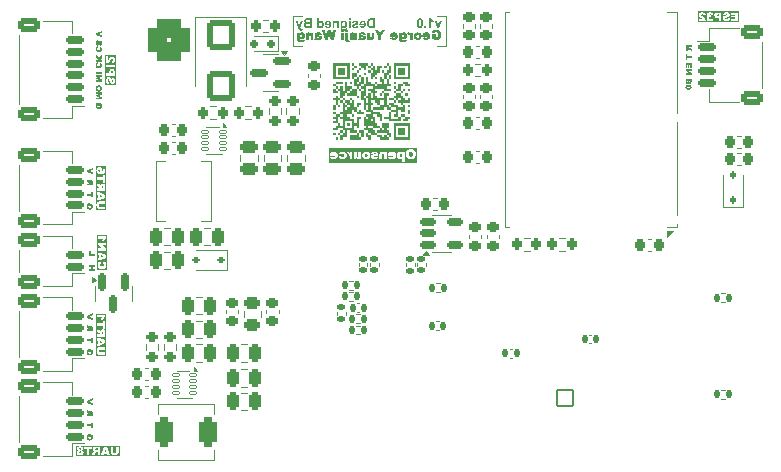
<source format=gbo>
G04 #@! TF.GenerationSoftware,KiCad,Pcbnew,8.0.7*
G04 #@! TF.CreationDate,2025-12-07T18:06:09-08:00*
G04 #@! TF.ProjectId,Pivot_Base,5069766f-745f-4426-9173-652e6b696361,rev?*
G04 #@! TF.SameCoordinates,Original*
G04 #@! TF.FileFunction,Legend,Bot*
G04 #@! TF.FilePolarity,Positive*
%FSLAX46Y46*%
G04 Gerber Fmt 4.6, Leading zero omitted, Abs format (unit mm)*
G04 Created by KiCad (PCBNEW 8.0.7) date 2025-12-07 18:06:09*
%MOMM*%
%LPD*%
G01*
G04 APERTURE LIST*
G04 Aperture macros list*
%AMRoundRect*
0 Rectangle with rounded corners*
0 $1 Rounding radius*
0 $2 $3 $4 $5 $6 $7 $8 $9 X,Y pos of 4 corners*
0 Add a 4 corners polygon primitive as box body*
4,1,4,$2,$3,$4,$5,$6,$7,$8,$9,$2,$3,0*
0 Add four circle primitives for the rounded corners*
1,1,$1+$1,$2,$3*
1,1,$1+$1,$4,$5*
1,1,$1+$1,$6,$7*
1,1,$1+$1,$8,$9*
0 Add four rect primitives between the rounded corners*
20,1,$1+$1,$2,$3,$4,$5,0*
20,1,$1+$1,$4,$5,$6,$7,0*
20,1,$1+$1,$6,$7,$8,$9,0*
20,1,$1+$1,$8,$9,$2,$3,0*%
G04 Aperture macros list end*
%ADD10C,0.100000*%
%ADD11C,0.125000*%
%ADD12C,0.150000*%
%ADD13C,0.120000*%
%ADD14C,0.000000*%
%ADD15RoundRect,0.150000X0.587500X0.150000X-0.587500X0.150000X-0.587500X-0.150000X0.587500X-0.150000X0*%
%ADD16C,3.800000*%
%ADD17C,2.649000*%
%ADD18C,1.734000*%
%ADD19C,1.602000*%
%ADD20RoundRect,0.102000X-0.699000X0.699000X-0.699000X-0.699000X0.699000X-0.699000X0.699000X0.699000X0*%
%ADD21C,3.250000*%
%ADD22O,1.800000X1.000000*%
%ADD23O,2.100000X1.000000*%
%ADD24C,0.650000*%
%ADD25R,1.700000X1.700000*%
%ADD26O,1.700000X1.700000*%
%ADD27C,3.500000*%
%ADD28RoundRect,0.770000X0.980000X-0.980000X0.980000X0.980000X-0.980000X0.980000X-0.980000X-0.980000X0*%
%ADD29C,1.400000*%
%ADD30RoundRect,0.250000X0.250000X0.475000X-0.250000X0.475000X-0.250000X-0.475000X0.250000X-0.475000X0*%
%ADD31RoundRect,0.135000X-0.185000X0.135000X-0.185000X-0.135000X0.185000X-0.135000X0.185000X0.135000X0*%
%ADD32RoundRect,0.135000X0.135000X0.185000X-0.135000X0.185000X-0.135000X-0.185000X0.135000X-0.185000X0*%
%ADD33RoundRect,0.225000X0.225000X0.250000X-0.225000X0.250000X-0.225000X-0.250000X0.225000X-0.250000X0*%
%ADD34RoundRect,0.150000X-0.625000X0.150000X-0.625000X-0.150000X0.625000X-0.150000X0.625000X0.150000X0*%
%ADD35RoundRect,0.250000X-0.650000X0.350000X-0.650000X-0.350000X0.650000X-0.350000X0.650000X0.350000X0*%
%ADD36RoundRect,0.200000X-0.200000X-0.275000X0.200000X-0.275000X0.200000X0.275000X-0.200000X0.275000X0*%
%ADD37RoundRect,0.250000X0.450000X-0.262500X0.450000X0.262500X-0.450000X0.262500X-0.450000X-0.262500X0*%
%ADD38RoundRect,0.200000X-0.275000X0.200000X-0.275000X-0.200000X0.275000X-0.200000X0.275000X0.200000X0*%
%ADD39RoundRect,0.150000X0.625000X-0.150000X0.625000X0.150000X-0.625000X0.150000X-0.625000X-0.150000X0*%
%ADD40RoundRect,0.250000X0.650000X-0.350000X0.650000X0.350000X-0.650000X0.350000X-0.650000X-0.350000X0*%
%ADD41RoundRect,0.140000X-0.170000X0.140000X-0.170000X-0.140000X0.170000X-0.140000X0.170000X0.140000X0*%
%ADD42RoundRect,0.050000X0.285000X0.100000X-0.285000X0.100000X-0.285000X-0.100000X0.285000X-0.100000X0*%
%ADD43RoundRect,0.112500X0.187500X0.112500X-0.187500X0.112500X-0.187500X-0.112500X0.187500X-0.112500X0*%
%ADD44RoundRect,0.140000X-0.140000X-0.170000X0.140000X-0.170000X0.140000X0.170000X-0.140000X0.170000X0*%
%ADD45RoundRect,0.250000X-0.475000X0.250000X-0.475000X-0.250000X0.475000X-0.250000X0.475000X0.250000X0*%
%ADD46RoundRect,0.225000X0.250000X-0.225000X0.250000X0.225000X-0.250000X0.225000X-0.250000X-0.225000X0*%
%ADD47RoundRect,0.112500X0.112500X-0.187500X0.112500X0.187500X-0.112500X0.187500X-0.112500X-0.187500X0*%
%ADD48RoundRect,0.225000X-0.225000X-0.250000X0.225000X-0.250000X0.225000X0.250000X-0.225000X0.250000X0*%
%ADD49RoundRect,0.140000X0.140000X0.170000X-0.140000X0.170000X-0.140000X-0.170000X0.140000X-0.170000X0*%
%ADD50RoundRect,0.150000X-0.512500X-0.150000X0.512500X-0.150000X0.512500X0.150000X-0.512500X0.150000X0*%
%ADD51RoundRect,0.225000X-0.250000X0.225000X-0.250000X-0.225000X0.250000X-0.225000X0.250000X0.225000X0*%
%ADD52RoundRect,0.200000X0.275000X-0.200000X0.275000X0.200000X-0.275000X0.200000X-0.275000X-0.200000X0*%
%ADD53RoundRect,0.135000X-0.135000X-0.185000X0.135000X-0.185000X0.135000X0.185000X-0.135000X0.185000X0*%
%ADD54RoundRect,0.150000X-0.150000X-0.200000X0.150000X-0.200000X0.150000X0.200000X-0.150000X0.200000X0*%
%ADD55C,0.600000*%
%ADD56R,2.900000X2.900000*%
%ADD57R,0.900000X1.500000*%
%ADD58RoundRect,0.200000X0.200000X0.275000X-0.200000X0.275000X-0.200000X-0.275000X0.200000X-0.275000X0*%
%ADD59RoundRect,0.250000X-0.900000X1.000000X-0.900000X-1.000000X0.900000X-1.000000X0.900000X1.000000X0*%
%ADD60RoundRect,0.250000X-0.250000X-0.475000X0.250000X-0.475000X0.250000X0.475000X-0.250000X0.475000X0*%
%ADD61RoundRect,0.150000X-0.150000X0.587500X-0.150000X-0.587500X0.150000X-0.587500X0.150000X0.587500X0*%
%ADD62R,2.500000X1.500000*%
%ADD63RoundRect,0.375000X-0.375000X-0.875000X0.375000X-0.875000X0.375000X0.875000X-0.375000X0.875000X0*%
%ADD64C,0.550000*%
G04 APERTURE END LIST*
D10*
X185700000Y-107100000D02*
X185700000Y-109600000D01*
X185700000Y-107100000D02*
X184900000Y-107100000D01*
X184900000Y-109600000D02*
X185700000Y-109600000D01*
X172700000Y-107100000D02*
X172700000Y-109600000D01*
X173500000Y-109600000D02*
X172700000Y-109600000D01*
X173500000Y-107100000D02*
X172700000Y-107100000D01*
D11*
G36*
X156615195Y-122312784D02*
G01*
X156391054Y-122382711D01*
X156391054Y-122242344D01*
X156615195Y-122312784D01*
G37*
G36*
X156633345Y-121470535D02*
G01*
X156647850Y-121482725D01*
X156660924Y-121514460D01*
X156664458Y-121549703D01*
X156664606Y-121560174D01*
X156664606Y-121650446D01*
X156533301Y-121650446D01*
X156533301Y-121564106D01*
X156538158Y-121529065D01*
X156542704Y-121507515D01*
X156559801Y-121477607D01*
X156562707Y-121475202D01*
X156594796Y-121462916D01*
X156599979Y-121462721D01*
X156633345Y-121470535D01*
G37*
G36*
X156370427Y-120061866D02*
G01*
X156402431Y-120077063D01*
X156409176Y-120082993D01*
X156428411Y-120111374D01*
X156434822Y-120145910D01*
X156428624Y-120181515D01*
X156410031Y-120210708D01*
X156379770Y-120230198D01*
X156344315Y-120236594D01*
X156338566Y-120236695D01*
X156303390Y-120232209D01*
X156271359Y-120215882D01*
X156264365Y-120209511D01*
X156244490Y-120179121D01*
X156237890Y-120145118D01*
X156237864Y-120142662D01*
X156244572Y-120107528D01*
X156261629Y-120082138D01*
X156291720Y-120063802D01*
X156328147Y-120057785D01*
X156334121Y-120057690D01*
X156370427Y-120061866D01*
G37*
G36*
X156906515Y-123505115D02*
G01*
X156017839Y-123505115D01*
X156017839Y-123066591D01*
X156095617Y-123066591D01*
X156096486Y-123103357D01*
X156098784Y-123138780D01*
X156102517Y-123176106D01*
X156102969Y-123179944D01*
X156108860Y-123216385D01*
X156118579Y-123252035D01*
X156131692Y-123283039D01*
X156150526Y-123313340D01*
X156174456Y-123341671D01*
X156193241Y-123359462D01*
X156221069Y-123380737D01*
X156252164Y-123398048D01*
X156275991Y-123406992D01*
X156312692Y-123416827D01*
X156347013Y-123423443D01*
X156382355Y-123427019D01*
X156395670Y-123427337D01*
X156817795Y-123427337D01*
X156817795Y-123199092D01*
X156386608Y-123199092D01*
X156351746Y-123195516D01*
X156317943Y-123182070D01*
X156301123Y-123168831D01*
X156281419Y-123140126D01*
X156272147Y-123106566D01*
X156270691Y-123083859D01*
X156274226Y-123049523D01*
X156287521Y-123016186D01*
X156300610Y-122999570D01*
X156329320Y-122979866D01*
X156363384Y-122970594D01*
X156386608Y-122969138D01*
X156817795Y-122969138D01*
X156817795Y-122740893D01*
X156395670Y-122740893D01*
X156360889Y-122742462D01*
X156323449Y-122747884D01*
X156287278Y-122757181D01*
X156276675Y-122760725D01*
X156242978Y-122775324D01*
X156211987Y-122794332D01*
X156183700Y-122817746D01*
X156178367Y-122822958D01*
X156154535Y-122849893D01*
X156133989Y-122880523D01*
X156119382Y-122912205D01*
X156108985Y-122946025D01*
X156101559Y-122983029D01*
X156097497Y-123018020D01*
X156095710Y-123055449D01*
X156095617Y-123066591D01*
X156017839Y-123066591D01*
X156017839Y-122158740D01*
X156106560Y-122158740D01*
X156226922Y-122193276D01*
X156226922Y-122382711D01*
X156226922Y-122433147D01*
X156106560Y-122467341D01*
X156106560Y-122701912D01*
X156817795Y-122432976D01*
X156817795Y-122187805D01*
X156106560Y-121918869D01*
X156106560Y-122158740D01*
X156017839Y-122158740D01*
X156017839Y-121430750D01*
X156106560Y-121430750D01*
X156323691Y-121548548D01*
X156349600Y-121564106D01*
X156353532Y-121566467D01*
X156375837Y-121586332D01*
X156389256Y-121618008D01*
X156391054Y-121636598D01*
X156391054Y-121650446D01*
X156106560Y-121650446D01*
X156106560Y-121880059D01*
X156817795Y-121880059D01*
X156817795Y-121511618D01*
X156817176Y-121475072D01*
X156814888Y-121436642D01*
X156810211Y-121398273D01*
X156802317Y-121362183D01*
X156800185Y-121355181D01*
X156786207Y-121323041D01*
X156766285Y-121295008D01*
X156740419Y-121271082D01*
X156734532Y-121266789D01*
X156702502Y-121248938D01*
X156666465Y-121237698D01*
X156630605Y-121233235D01*
X156617931Y-121232937D01*
X156582134Y-121235459D01*
X156546460Y-121244056D01*
X156514665Y-121258754D01*
X156486749Y-121278765D01*
X156462711Y-121303302D01*
X156444225Y-121329535D01*
X156428821Y-121360403D01*
X156420118Y-121388520D01*
X156405038Y-121356901D01*
X156399431Y-121348684D01*
X156374170Y-121323904D01*
X156360792Y-121312951D01*
X156332259Y-121291607D01*
X156315827Y-121281664D01*
X156106560Y-121172243D01*
X156106560Y-121430750D01*
X156017839Y-121430750D01*
X156017839Y-120723789D01*
X156106560Y-120723789D01*
X156106560Y-120952547D01*
X156642721Y-120952547D01*
X156642721Y-121174808D01*
X156817795Y-121174808D01*
X156817795Y-120501699D01*
X156642721Y-120501699D01*
X156642721Y-120723789D01*
X156106560Y-120723789D01*
X156017839Y-120723789D01*
X156017839Y-120137362D01*
X156095617Y-120137362D01*
X156095792Y-120142662D01*
X156096898Y-120176088D01*
X156100739Y-120211870D01*
X156108456Y-120249892D01*
X156119658Y-120283906D01*
X156132034Y-120309870D01*
X156153021Y-120340880D01*
X156179393Y-120368599D01*
X156206886Y-120390152D01*
X156238503Y-120409187D01*
X156248294Y-120414162D01*
X156280008Y-120427351D01*
X156315268Y-120437812D01*
X156354075Y-120445544D01*
X156389123Y-120449902D01*
X156426634Y-120452366D01*
X156458416Y-120452972D01*
X156493363Y-120452254D01*
X156537182Y-120449062D01*
X156577827Y-120443315D01*
X156615299Y-120435015D01*
X156649597Y-120424162D01*
X156688007Y-120407003D01*
X156721458Y-120385854D01*
X156739148Y-120371249D01*
X156764958Y-120344120D01*
X156786392Y-120313920D01*
X156803453Y-120280648D01*
X156816138Y-120244303D01*
X156824450Y-120204887D01*
X156828387Y-120162398D01*
X156828737Y-120144542D01*
X156827755Y-120108978D01*
X156824229Y-120072460D01*
X156817196Y-120036639D01*
X156808220Y-120009476D01*
X156791853Y-119977154D01*
X156770960Y-119948832D01*
X156748039Y-119926556D01*
X156717776Y-119905450D01*
X156684864Y-119889207D01*
X156650846Y-119876988D01*
X156642721Y-119874581D01*
X156620324Y-120080600D01*
X156652937Y-120091029D01*
X156672812Y-120105561D01*
X156686009Y-120137650D01*
X156686490Y-120146594D01*
X156677818Y-120181642D01*
X156654235Y-120207565D01*
X156641183Y-120215837D01*
X156607250Y-120228379D01*
X156570252Y-120235735D01*
X156534631Y-120240240D01*
X156511587Y-120242337D01*
X156535515Y-120216081D01*
X156554458Y-120186423D01*
X156558091Y-120179420D01*
X156570379Y-120146467D01*
X156576161Y-120112543D01*
X156577069Y-120091200D01*
X156574701Y-120056085D01*
X156565952Y-120017762D01*
X156550756Y-119982287D01*
X156529113Y-119949658D01*
X156509707Y-119928094D01*
X156483248Y-119905376D01*
X156449188Y-119884812D01*
X156417260Y-119872278D01*
X156382807Y-119864444D01*
X156345829Y-119861310D01*
X156339421Y-119861245D01*
X156301226Y-119863909D01*
X156264924Y-119871902D01*
X156230516Y-119885223D01*
X156212219Y-119894926D01*
X156182027Y-119915941D01*
X156156272Y-119941094D01*
X156134952Y-119970386D01*
X156125024Y-119988447D01*
X156112159Y-120020194D01*
X156102969Y-120055595D01*
X156097944Y-120089569D01*
X156095732Y-120126341D01*
X156095617Y-120137362D01*
X156017839Y-120137362D01*
X156017839Y-119783467D01*
X156906515Y-119783467D01*
X156906515Y-123505115D01*
G37*
D12*
G36*
X184862491Y-108801390D02*
G01*
X184862491Y-108601306D01*
X184465450Y-108601306D01*
X184465450Y-108935430D01*
X184500310Y-108959956D01*
X184533815Y-108981878D01*
X184572233Y-109004746D01*
X184608700Y-109023864D01*
X184648779Y-109041427D01*
X184665143Y-109047391D01*
X184704195Y-109058735D01*
X184746295Y-109067293D01*
X184791443Y-109073065D01*
X184832567Y-109075794D01*
X184868548Y-109076505D01*
X184912562Y-109075303D01*
X184953991Y-109071696D01*
X184992834Y-109065686D01*
X185036033Y-109055299D01*
X185075509Y-109041451D01*
X185105561Y-109027265D01*
X185143766Y-109003423D01*
X185178026Y-108974981D01*
X185208340Y-108941938D01*
X185231182Y-108909954D01*
X185248004Y-108880720D01*
X185265136Y-108843167D01*
X185278723Y-108803637D01*
X185288766Y-108762128D01*
X185295265Y-108718640D01*
X185298218Y-108673174D01*
X185298415Y-108657579D01*
X185297065Y-108617071D01*
X185291881Y-108570653D01*
X185282809Y-108526625D01*
X185269849Y-108484988D01*
X185253001Y-108445741D01*
X185243119Y-108427014D01*
X185220576Y-108391827D01*
X185194420Y-108359979D01*
X185164650Y-108331469D01*
X185131268Y-108306297D01*
X185094272Y-108284464D01*
X185081137Y-108277928D01*
X185042009Y-108262625D01*
X185004154Y-108252500D01*
X184962316Y-108245136D01*
X184916492Y-108240533D01*
X184875263Y-108238807D01*
X184857997Y-108238654D01*
X184817567Y-108239274D01*
X184773383Y-108241656D01*
X184733926Y-108245823D01*
X184693866Y-108252942D01*
X184655959Y-108264055D01*
X184619754Y-108280585D01*
X184583805Y-108304208D01*
X184552358Y-108333364D01*
X184543803Y-108343190D01*
X184520256Y-108376072D01*
X184499956Y-108414487D01*
X184484636Y-108453279D01*
X184474829Y-108485242D01*
X184726887Y-108527056D01*
X184744310Y-108491954D01*
X184772557Y-108463011D01*
X184776713Y-108460231D01*
X184815205Y-108444111D01*
X184856901Y-108438822D01*
X184863468Y-108438738D01*
X184905431Y-108442803D01*
X184946074Y-108456854D01*
X184980421Y-108480943D01*
X184989497Y-108490127D01*
X185012166Y-108523917D01*
X185026088Y-108562153D01*
X185033461Y-108601941D01*
X185036346Y-108647638D01*
X185036392Y-108654648D01*
X185034722Y-108697339D01*
X185028555Y-108740963D01*
X185015943Y-108782668D01*
X184994661Y-108819192D01*
X184988911Y-108825814D01*
X184955553Y-108852501D01*
X184919233Y-108868069D01*
X184876947Y-108875630D01*
X184856238Y-108876421D01*
X184816133Y-108874418D01*
X184777885Y-108868410D01*
X184738660Y-108857761D01*
X184701532Y-108844436D01*
X184696015Y-108842227D01*
X184696015Y-108801390D01*
X184862491Y-108801390D01*
G37*
G36*
X184089416Y-108453361D02*
G01*
X184133511Y-108459715D01*
X184174313Y-108470305D01*
X184211825Y-108485132D01*
X184252494Y-108508515D01*
X184288422Y-108537998D01*
X184309397Y-108560523D01*
X184335615Y-108597448D01*
X184355540Y-108638138D01*
X184369174Y-108682591D01*
X184375728Y-108722512D01*
X184377913Y-108765046D01*
X184377739Y-108777233D01*
X184374389Y-108818337D01*
X184366775Y-108857028D01*
X184352854Y-108898293D01*
X184333363Y-108936407D01*
X184315766Y-108962423D01*
X184289760Y-108992795D01*
X184257030Y-109021066D01*
X184220621Y-109043092D01*
X184202852Y-109050923D01*
X184162698Y-109063453D01*
X184122515Y-109070990D01*
X184077619Y-109075330D01*
X184035387Y-109076505D01*
X183994711Y-109075489D01*
X183949904Y-109071587D01*
X183909467Y-109064759D01*
X183867812Y-109053094D01*
X183827487Y-109034886D01*
X183800688Y-109017115D01*
X183770950Y-108990912D01*
X183742857Y-108958819D01*
X183720088Y-108926623D01*
X183698527Y-108890099D01*
X183931437Y-108863525D01*
X183939671Y-108872879D01*
X183970907Y-108899282D01*
X183990643Y-108907625D01*
X184030502Y-108913937D01*
X184039604Y-108913636D01*
X184077677Y-108904286D01*
X184110418Y-108879743D01*
X184127102Y-108853596D01*
X184137187Y-108813895D01*
X183689539Y-108813895D01*
X183689539Y-108783023D01*
X183690146Y-108755298D01*
X183693336Y-108716172D01*
X183698016Y-108688842D01*
X183930460Y-108688842D01*
X184136406Y-108688842D01*
X184133909Y-108676952D01*
X184113545Y-108642729D01*
X184107720Y-108637561D01*
X184073139Y-108619346D01*
X184032651Y-108613811D01*
X183999612Y-108616939D01*
X183962114Y-108632764D01*
X183944164Y-108651163D01*
X183930460Y-108688842D01*
X183698016Y-108688842D01*
X183700513Y-108674259D01*
X183711411Y-108636367D01*
X183728422Y-108597984D01*
X183749977Y-108564352D01*
X183775952Y-108534969D01*
X183806348Y-108509837D01*
X183841165Y-108488954D01*
X183870790Y-108476138D01*
X183910041Y-108464538D01*
X183954341Y-108456546D01*
X183996331Y-108452569D01*
X184042030Y-108451243D01*
X184089416Y-108453361D01*
G37*
G36*
X183310371Y-108451590D02*
G01*
X183356290Y-108455488D01*
X183399088Y-108463718D01*
X183438767Y-108476279D01*
X183475327Y-108493172D01*
X183508766Y-108514396D01*
X183539085Y-108539952D01*
X183560655Y-108562880D01*
X183587617Y-108600089D01*
X183608108Y-108640678D01*
X183622129Y-108684646D01*
X183628869Y-108723868D01*
X183631116Y-108765437D01*
X183630690Y-108783609D01*
X183625899Y-108827114D01*
X183615784Y-108867872D01*
X183600345Y-108905883D01*
X183579582Y-108941145D01*
X183553496Y-108973660D01*
X183522086Y-109003427D01*
X183499152Y-109020555D01*
X183461544Y-109041964D01*
X183420090Y-109058235D01*
X183374789Y-109069368D01*
X183334100Y-109074721D01*
X183290739Y-109076505D01*
X183270958Y-109076161D01*
X183223875Y-109072288D01*
X183180180Y-109064112D01*
X183139871Y-109051634D01*
X183102949Y-109034853D01*
X183069415Y-109013769D01*
X183039267Y-108988382D01*
X183017880Y-108965573D01*
X182991147Y-108928439D01*
X182970830Y-108887803D01*
X182956929Y-108843663D01*
X182950245Y-108804203D01*
X182948018Y-108762311D01*
X182948036Y-108761334D01*
X183185422Y-108761334D01*
X183187756Y-108803455D01*
X183195823Y-108841809D01*
X183214926Y-108878375D01*
X183218652Y-108882681D01*
X183250589Y-108906123D01*
X183289567Y-108913937D01*
X183295126Y-108913795D01*
X183333070Y-108903735D01*
X183364403Y-108877789D01*
X183382620Y-108844706D01*
X183391933Y-108804146D01*
X183394298Y-108763678D01*
X183392418Y-108727799D01*
X183383690Y-108686681D01*
X183364207Y-108650350D01*
X183360361Y-108645925D01*
X183327617Y-108621840D01*
X183288004Y-108613811D01*
X183285318Y-108613846D01*
X183245928Y-108623958D01*
X183215122Y-108649764D01*
X183197023Y-108682306D01*
X183187771Y-108721936D01*
X183185422Y-108761334D01*
X182948036Y-108761334D01*
X182948305Y-108747123D01*
X182952622Y-108703375D01*
X182962117Y-108662347D01*
X182976793Y-108624039D01*
X182996647Y-108588451D01*
X183021681Y-108555584D01*
X183045852Y-108531129D01*
X183079887Y-108505146D01*
X183118167Y-108484257D01*
X183160693Y-108468463D01*
X183207465Y-108457764D01*
X183247939Y-108452873D01*
X183291130Y-108451243D01*
X183310371Y-108451590D01*
G37*
G36*
X182855010Y-108463748D02*
G01*
X182633042Y-108463748D01*
X182633042Y-108539757D01*
X182611956Y-108506060D01*
X182582555Y-108477404D01*
X182580481Y-108475863D01*
X182545539Y-108458191D01*
X182506729Y-108451459D01*
X182497634Y-108451243D01*
X182457380Y-108455969D01*
X182416956Y-108468605D01*
X182381374Y-108484851D01*
X182455233Y-108657384D01*
X182493677Y-108643462D01*
X182521081Y-108638822D01*
X182559080Y-108648362D01*
X182583998Y-108672625D01*
X182601721Y-108712364D01*
X182610221Y-108750558D01*
X182614947Y-108790098D01*
X182617311Y-108835917D01*
X182617606Y-108861180D01*
X182617606Y-109064000D01*
X182855010Y-109064000D01*
X182855010Y-108463748D01*
G37*
G36*
X182156216Y-108452394D02*
G01*
X182199820Y-108459947D01*
X182239441Y-108474551D01*
X182275079Y-108496204D01*
X182306734Y-108524907D01*
X182314920Y-108534370D01*
X182339414Y-108571520D01*
X182355260Y-108608349D01*
X182366351Y-108649780D01*
X182372689Y-108695814D01*
X182374340Y-108737691D01*
X182373062Y-108774521D01*
X182368152Y-108815682D01*
X182357771Y-108859519D01*
X182342379Y-108898848D01*
X182321974Y-108933672D01*
X182312584Y-108946425D01*
X182282224Y-108979748D01*
X182248580Y-109005666D01*
X182211653Y-109024179D01*
X182171442Y-109035286D01*
X182127948Y-109038989D01*
X182090319Y-109036279D01*
X182050867Y-109027040D01*
X182013447Y-109011243D01*
X181985830Y-108993906D01*
X181956587Y-108966889D01*
X181956587Y-109034495D01*
X181956609Y-109038148D01*
X181960851Y-109079172D01*
X181978862Y-109116170D01*
X182006852Y-109133316D01*
X182046664Y-109139031D01*
X182067707Y-109137695D01*
X182105673Y-109125353D01*
X182108404Y-109123578D01*
X182129316Y-109089596D01*
X182356755Y-109063218D01*
X182358318Y-109100147D01*
X182354092Y-109143830D01*
X182341416Y-109182848D01*
X182320289Y-109217201D01*
X182290711Y-109246889D01*
X182286366Y-109250255D01*
X182249923Y-109270824D01*
X182210291Y-109284288D01*
X182171346Y-109292570D01*
X182127020Y-109298180D01*
X182087684Y-109300744D01*
X182044905Y-109301599D01*
X182030475Y-109301475D01*
X181988998Y-109299621D01*
X181946103Y-109294949D01*
X181906566Y-109287531D01*
X181877575Y-109279458D01*
X181838941Y-109263091D01*
X181806133Y-109241613D01*
X181787119Y-109224467D01*
X181762399Y-109194169D01*
X181742240Y-109158375D01*
X181731725Y-109132436D01*
X181721586Y-109092246D01*
X181718206Y-109050517D01*
X181718792Y-109024530D01*
X181718792Y-108747461D01*
X181955024Y-108747461D01*
X181955677Y-108767096D01*
X181962579Y-108807524D01*
X181981793Y-108844767D01*
X182007364Y-108866406D01*
X182047055Y-108876421D01*
X182082088Y-108869723D01*
X182113489Y-108845939D01*
X182124516Y-108828464D01*
X182135716Y-108790950D01*
X182138695Y-108750392D01*
X182137545Y-108719898D01*
X182131090Y-108680366D01*
X182114661Y-108644879D01*
X182090640Y-108623641D01*
X182050963Y-108613811D01*
X182014082Y-108622311D01*
X181983161Y-108647810D01*
X181970851Y-108666787D01*
X181958349Y-108706065D01*
X181955024Y-108747461D01*
X181718792Y-108747461D01*
X181718792Y-108463748D01*
X181940760Y-108463748D01*
X181940760Y-108531550D01*
X181949982Y-108520546D01*
X181980372Y-108493490D01*
X182014619Y-108473323D01*
X182048736Y-108460752D01*
X182088486Y-108453399D01*
X182129511Y-108451243D01*
X182156216Y-108452394D01*
G37*
G36*
X181325760Y-108453361D02*
G01*
X181369854Y-108459715D01*
X181410657Y-108470305D01*
X181448168Y-108485132D01*
X181488837Y-108508515D01*
X181524766Y-108537998D01*
X181545740Y-108560523D01*
X181571958Y-108597448D01*
X181591884Y-108638138D01*
X181605517Y-108682591D01*
X181612071Y-108722512D01*
X181614256Y-108765046D01*
X181614082Y-108777233D01*
X181610732Y-108818337D01*
X181603119Y-108857028D01*
X181589197Y-108898293D01*
X181569706Y-108936407D01*
X181552109Y-108962423D01*
X181526104Y-108992795D01*
X181493373Y-109021066D01*
X181456964Y-109043092D01*
X181439195Y-109050923D01*
X181399042Y-109063453D01*
X181358858Y-109070990D01*
X181313963Y-109075330D01*
X181271730Y-109076505D01*
X181231054Y-109075489D01*
X181186248Y-109071587D01*
X181145810Y-109064759D01*
X181104155Y-109053094D01*
X181063831Y-109034886D01*
X181037031Y-109017115D01*
X181007293Y-108990912D01*
X180979200Y-108958819D01*
X180956431Y-108926623D01*
X180934870Y-108890099D01*
X181167780Y-108863525D01*
X181176014Y-108872879D01*
X181207250Y-108899282D01*
X181226987Y-108907625D01*
X181266845Y-108913937D01*
X181275948Y-108913636D01*
X181314021Y-108904286D01*
X181346762Y-108879743D01*
X181363445Y-108853596D01*
X181373531Y-108813895D01*
X180925882Y-108813895D01*
X180925882Y-108783023D01*
X180926490Y-108755298D01*
X180929679Y-108716172D01*
X180934359Y-108688842D01*
X181166803Y-108688842D01*
X181372749Y-108688842D01*
X181370253Y-108676952D01*
X181349888Y-108642729D01*
X181344064Y-108637561D01*
X181309482Y-108619346D01*
X181268995Y-108613811D01*
X181235956Y-108616939D01*
X181198457Y-108632764D01*
X181180508Y-108651163D01*
X181166803Y-108688842D01*
X180934359Y-108688842D01*
X180936856Y-108674259D01*
X180947754Y-108636367D01*
X180964766Y-108597984D01*
X180986320Y-108564352D01*
X181012295Y-108534969D01*
X181042691Y-108509837D01*
X181077508Y-108488954D01*
X181107133Y-108476138D01*
X181146384Y-108464538D01*
X181190684Y-108456546D01*
X181232674Y-108452569D01*
X181278374Y-108451243D01*
X181325760Y-108453361D01*
G37*
G36*
X180538220Y-108251159D02*
G01*
X180246692Y-108251159D01*
X180087445Y-108510643D01*
X179928394Y-108251159D01*
X179638234Y-108251159D01*
X179957117Y-108724404D01*
X179957117Y-109064000D01*
X180218946Y-109064000D01*
X180218946Y-108724404D01*
X180538220Y-108251159D01*
G37*
G36*
X179001835Y-109064000D02*
G01*
X179223217Y-109064000D01*
X179223217Y-108980371D01*
X179249680Y-109009181D01*
X179281920Y-109035239D01*
X179308408Y-109051103D01*
X179348031Y-109066582D01*
X179389855Y-109074495D01*
X179427990Y-109076505D01*
X179467591Y-109073756D01*
X179508086Y-109063882D01*
X179543501Y-109046828D01*
X179577271Y-109019059D01*
X179600950Y-108986550D01*
X179617864Y-108946470D01*
X179627114Y-108905189D01*
X179630919Y-108865191D01*
X179631395Y-108843595D01*
X179631395Y-108463748D01*
X179394187Y-108463748D01*
X179394187Y-108793378D01*
X179390634Y-108833653D01*
X179375624Y-108867628D01*
X179340887Y-108887242D01*
X179323063Y-108888926D01*
X179283498Y-108878731D01*
X179261905Y-108860008D01*
X179244794Y-108822078D01*
X179238905Y-108780510D01*
X179238066Y-108752932D01*
X179238066Y-108463748D01*
X179001835Y-108463748D01*
X179001835Y-109064000D01*
G37*
G36*
X178657115Y-108452273D02*
G01*
X178697772Y-108455787D01*
X178736489Y-108461794D01*
X178746545Y-108463853D01*
X178785436Y-108474642D01*
X178822854Y-108492080D01*
X178830951Y-108497224D01*
X178863927Y-108523543D01*
X178890460Y-108555974D01*
X178905426Y-108585288D01*
X178918082Y-108622453D01*
X178927585Y-108663050D01*
X178702100Y-108689429D01*
X178692670Y-108664909D01*
X178668297Y-108631787D01*
X178630529Y-108617252D01*
X178589357Y-108613811D01*
X178570722Y-108614739D01*
X178533866Y-108628661D01*
X178526498Y-108638591D01*
X178518625Y-108678291D01*
X178553710Y-108690536D01*
X178593265Y-108702129D01*
X178629137Y-108710578D01*
X178668393Y-108718897D01*
X178711838Y-108727679D01*
X178755833Y-108736323D01*
X178793638Y-108744793D01*
X178831804Y-108756637D01*
X178871478Y-108774969D01*
X178903161Y-108799436D01*
X178926411Y-108831760D01*
X178940010Y-108869625D01*
X178943998Y-108908856D01*
X178943505Y-108922026D01*
X178934743Y-108962998D01*
X178915028Y-108999466D01*
X178887920Y-109028438D01*
X178884365Y-109031395D01*
X178847910Y-109053786D01*
X178808758Y-109067304D01*
X178769290Y-109074205D01*
X178724961Y-109076505D01*
X178705330Y-109076120D01*
X178663348Y-109072442D01*
X178624396Y-109064868D01*
X178584668Y-109051885D01*
X178568257Y-109044221D01*
X178534727Y-109023798D01*
X178503970Y-108998152D01*
X178497913Y-109024921D01*
X178496765Y-109028267D01*
X178479155Y-109064000D01*
X178255624Y-109064000D01*
X178269555Y-109033426D01*
X178282393Y-108996393D01*
X178285732Y-108973082D01*
X178287278Y-108932890D01*
X178287278Y-108827377D01*
X178518625Y-108827377D01*
X178519629Y-108846597D01*
X178531325Y-108885605D01*
X178542070Y-108900022D01*
X178574508Y-108923316D01*
X178600271Y-108933436D01*
X178640942Y-108938947D01*
X178652940Y-108938473D01*
X178690963Y-108925465D01*
X178707180Y-108891076D01*
X178690572Y-108858445D01*
X178684104Y-108853775D01*
X178647059Y-108838449D01*
X178607138Y-108827572D01*
X178597794Y-108825404D01*
X178557050Y-108815103D01*
X178518625Y-108803734D01*
X178518625Y-108827377D01*
X178287278Y-108827377D01*
X178287278Y-108673602D01*
X178287427Y-108665577D01*
X178292657Y-108624321D01*
X178304277Y-108584111D01*
X178306452Y-108578332D01*
X178324452Y-108542492D01*
X178350976Y-108511424D01*
X178379114Y-108490721D01*
X178414694Y-108473722D01*
X178455122Y-108462771D01*
X178493164Y-108457199D01*
X178532170Y-108453776D01*
X178576060Y-108451795D01*
X178618471Y-108451243D01*
X178657115Y-108452273D01*
G37*
G36*
X178170041Y-108463748D02*
G01*
X177949246Y-108463748D01*
X177949246Y-108547572D01*
X177920202Y-108516468D01*
X177887587Y-108490859D01*
X177863859Y-108476840D01*
X177824081Y-108461242D01*
X177782355Y-108453268D01*
X177744473Y-108451243D01*
X177704653Y-108453992D01*
X177663998Y-108463865D01*
X177628522Y-108480920D01*
X177594801Y-108508689D01*
X177571036Y-108541234D01*
X177554061Y-108581424D01*
X177544778Y-108622862D01*
X177540958Y-108663038D01*
X177540481Y-108684739D01*
X177540481Y-109064000D01*
X177777690Y-109064000D01*
X177777690Y-108733979D01*
X177781243Y-108693646D01*
X177796252Y-108659924D01*
X177830910Y-108640491D01*
X177848813Y-108638822D01*
X177888635Y-108649085D01*
X177910167Y-108667935D01*
X177927137Y-108705865D01*
X177932978Y-108747433D01*
X177933810Y-108775011D01*
X177933810Y-109064000D01*
X178170041Y-109064000D01*
X178170041Y-108463748D01*
G37*
G36*
X177414842Y-108251159D02*
G01*
X177178220Y-108251159D01*
X177178220Y-108413727D01*
X177414842Y-108413727D01*
X177414842Y-108251159D01*
G37*
G36*
X177414842Y-108463748D02*
G01*
X177178220Y-108463748D01*
X177178220Y-109039380D01*
X177178996Y-109084412D01*
X177181324Y-109123422D01*
X177186598Y-109164731D01*
X177194438Y-109196086D01*
X177212067Y-109231286D01*
X177238920Y-109260681D01*
X177254424Y-109272290D01*
X177292535Y-109290150D01*
X177332144Y-109298737D01*
X177373894Y-109301570D01*
X177378890Y-109301599D01*
X177418677Y-109299976D01*
X177459026Y-109295809D01*
X177498178Y-109290058D01*
X177540921Y-109282345D01*
X177547320Y-109281083D01*
X177511367Y-109107377D01*
X177472075Y-109113787D01*
X177466817Y-109114020D01*
X177429837Y-109098393D01*
X177428129Y-109096240D01*
X177416413Y-109056329D01*
X177414842Y-109021990D01*
X177414842Y-108463748D01*
G37*
G36*
X177042616Y-108251159D02*
G01*
X176806385Y-108251159D01*
X176806385Y-108413727D01*
X177042616Y-108413727D01*
X177042616Y-108251159D01*
G37*
G36*
X177042616Y-108463748D02*
G01*
X176806385Y-108463748D01*
X176806385Y-109064000D01*
X177042616Y-109064000D01*
X177042616Y-108463748D01*
G37*
G36*
X176374173Y-108251159D02*
G01*
X176124849Y-108251159D01*
X176043565Y-108661487D01*
X175925352Y-108251159D01*
X175680132Y-108251159D01*
X175561332Y-108666958D01*
X175480048Y-108251159D01*
X175231898Y-108251159D01*
X175412247Y-109064000D01*
X175665868Y-109064000D01*
X175802449Y-108577077D01*
X175938443Y-109064000D01*
X176192260Y-109064000D01*
X176374173Y-108251159D01*
G37*
G36*
X174935245Y-108452273D02*
G01*
X174975902Y-108455787D01*
X175014619Y-108461794D01*
X175024675Y-108463853D01*
X175063565Y-108474642D01*
X175100983Y-108492080D01*
X175109081Y-108497224D01*
X175142057Y-108523543D01*
X175168590Y-108555974D01*
X175183555Y-108585288D01*
X175196212Y-108622453D01*
X175205715Y-108663050D01*
X174980230Y-108689429D01*
X174970800Y-108664909D01*
X174946427Y-108631787D01*
X174908659Y-108617252D01*
X174867487Y-108613811D01*
X174848852Y-108614739D01*
X174811995Y-108628661D01*
X174804628Y-108638591D01*
X174796755Y-108678291D01*
X174831840Y-108690536D01*
X174871395Y-108702129D01*
X174907266Y-108710578D01*
X174946522Y-108718897D01*
X174989967Y-108727679D01*
X175033963Y-108736323D01*
X175071767Y-108744793D01*
X175109934Y-108756637D01*
X175149608Y-108774969D01*
X175181290Y-108799436D01*
X175204541Y-108831760D01*
X175218140Y-108869625D01*
X175222128Y-108908856D01*
X175221635Y-108922026D01*
X175212873Y-108962998D01*
X175193158Y-108999466D01*
X175166050Y-109028438D01*
X175162495Y-109031395D01*
X175126040Y-109053786D01*
X175086888Y-109067304D01*
X175047420Y-109074205D01*
X175003091Y-109076505D01*
X174983460Y-109076120D01*
X174941478Y-109072442D01*
X174902525Y-109064868D01*
X174862798Y-109051885D01*
X174846387Y-109044221D01*
X174812857Y-109023798D01*
X174782100Y-108998152D01*
X174776043Y-109024921D01*
X174774895Y-109028267D01*
X174757285Y-109064000D01*
X174533754Y-109064000D01*
X174547685Y-109033426D01*
X174560523Y-108996393D01*
X174563862Y-108973082D01*
X174565408Y-108932890D01*
X174565408Y-108827377D01*
X174796755Y-108827377D01*
X174797759Y-108846597D01*
X174809455Y-108885605D01*
X174820200Y-108900022D01*
X174852637Y-108923316D01*
X174878401Y-108933436D01*
X174919071Y-108938947D01*
X174931070Y-108938473D01*
X174969092Y-108925465D01*
X174985310Y-108891076D01*
X174968702Y-108858445D01*
X174962234Y-108853775D01*
X174925188Y-108838449D01*
X174885268Y-108827572D01*
X174875924Y-108825404D01*
X174835180Y-108815103D01*
X174796755Y-108803734D01*
X174796755Y-108827377D01*
X174565408Y-108827377D01*
X174565408Y-108673602D01*
X174565557Y-108665577D01*
X174570786Y-108624321D01*
X174582407Y-108584111D01*
X174584582Y-108578332D01*
X174602581Y-108542492D01*
X174629106Y-108511424D01*
X174657244Y-108490721D01*
X174692823Y-108473722D01*
X174733251Y-108462771D01*
X174771294Y-108457199D01*
X174810299Y-108453776D01*
X174854190Y-108451795D01*
X174896601Y-108451243D01*
X174935245Y-108452273D01*
G37*
G36*
X174457550Y-108463748D02*
G01*
X174236755Y-108463748D01*
X174236755Y-108547572D01*
X174207711Y-108516468D01*
X174175095Y-108490859D01*
X174151367Y-108476840D01*
X174111589Y-108461242D01*
X174069864Y-108453268D01*
X174031981Y-108451243D01*
X173992161Y-108453992D01*
X173951507Y-108463865D01*
X173916031Y-108480920D01*
X173882309Y-108508689D01*
X173858545Y-108541234D01*
X173841570Y-108581424D01*
X173832286Y-108622862D01*
X173828467Y-108663038D01*
X173827990Y-108684739D01*
X173827990Y-109064000D01*
X174065198Y-109064000D01*
X174065198Y-108733979D01*
X174068751Y-108693646D01*
X174083761Y-108659924D01*
X174118419Y-108640491D01*
X174136322Y-108638822D01*
X174176144Y-108649085D01*
X174197676Y-108667935D01*
X174214646Y-108705865D01*
X174220487Y-108747433D01*
X174221318Y-108775011D01*
X174221318Y-109064000D01*
X174457550Y-109064000D01*
X174457550Y-108463748D01*
G37*
G36*
X173520570Y-108452394D02*
G01*
X173564174Y-108459947D01*
X173603795Y-108474551D01*
X173639433Y-108496204D01*
X173671088Y-108524907D01*
X173679275Y-108534370D01*
X173703769Y-108571520D01*
X173719614Y-108608349D01*
X173730706Y-108649780D01*
X173737044Y-108695814D01*
X173738695Y-108737691D01*
X173737416Y-108774521D01*
X173732507Y-108815682D01*
X173722126Y-108859519D01*
X173706733Y-108898848D01*
X173686329Y-108933672D01*
X173676939Y-108946425D01*
X173646578Y-108979748D01*
X173612935Y-109005666D01*
X173576007Y-109024179D01*
X173535797Y-109035286D01*
X173492302Y-109038989D01*
X173454674Y-109036279D01*
X173415222Y-109027040D01*
X173377801Y-109011243D01*
X173350184Y-108993906D01*
X173320942Y-108966889D01*
X173320942Y-109034495D01*
X173320963Y-109038148D01*
X173325205Y-109079172D01*
X173343217Y-109116170D01*
X173371207Y-109133316D01*
X173411018Y-109139031D01*
X173432061Y-109137695D01*
X173470027Y-109125353D01*
X173472759Y-109123578D01*
X173493670Y-109089596D01*
X173721109Y-109063218D01*
X173722672Y-109100147D01*
X173718447Y-109143830D01*
X173705771Y-109182848D01*
X173684644Y-109217201D01*
X173655066Y-109246889D01*
X173650721Y-109250255D01*
X173614277Y-109270824D01*
X173574646Y-109284288D01*
X173535700Y-109292570D01*
X173491374Y-109298180D01*
X173452039Y-109300744D01*
X173409260Y-109301599D01*
X173394830Y-109301475D01*
X173353353Y-109299621D01*
X173310457Y-109294949D01*
X173270921Y-109287531D01*
X173241929Y-109279458D01*
X173203296Y-109263091D01*
X173170488Y-109241613D01*
X173151474Y-109224467D01*
X173126753Y-109194169D01*
X173106594Y-109158375D01*
X173096079Y-109132436D01*
X173085940Y-109092246D01*
X173082561Y-109050517D01*
X173083147Y-109024530D01*
X173083147Y-108747461D01*
X173319378Y-108747461D01*
X173320032Y-108767096D01*
X173326933Y-108807524D01*
X173346147Y-108844767D01*
X173371718Y-108866406D01*
X173411409Y-108876421D01*
X173446443Y-108869723D01*
X173477843Y-108845939D01*
X173488871Y-108828464D01*
X173500071Y-108790950D01*
X173503049Y-108750392D01*
X173501899Y-108719898D01*
X173495445Y-108680366D01*
X173479016Y-108644879D01*
X173454994Y-108623641D01*
X173415317Y-108613811D01*
X173378436Y-108622311D01*
X173347515Y-108647810D01*
X173335205Y-108666787D01*
X173322703Y-108706065D01*
X173319378Y-108747461D01*
X173083147Y-108747461D01*
X173083147Y-108463748D01*
X173305115Y-108463748D01*
X173305115Y-108531550D01*
X173314337Y-108520546D01*
X173344727Y-108493490D01*
X173378974Y-108473323D01*
X173413090Y-108460752D01*
X173452840Y-108453399D01*
X173493866Y-108451243D01*
X173520570Y-108452394D01*
G37*
D11*
G36*
X156627635Y-134662784D02*
G01*
X156403494Y-134732711D01*
X156403494Y-134592344D01*
X156627635Y-134662784D01*
G37*
G36*
X156645785Y-133820535D02*
G01*
X156660290Y-133832725D01*
X156673364Y-133864460D01*
X156676898Y-133899703D01*
X156677046Y-133910174D01*
X156677046Y-134000446D01*
X156545741Y-134000446D01*
X156545741Y-133914106D01*
X156550598Y-133879065D01*
X156555144Y-133857515D01*
X156572241Y-133827607D01*
X156575147Y-133825202D01*
X156607236Y-133812916D01*
X156612419Y-133812721D01*
X156645785Y-133820535D01*
G37*
G36*
X156918955Y-135855115D02*
G01*
X156030279Y-135855115D01*
X156030279Y-135416591D01*
X156108057Y-135416591D01*
X156108926Y-135453357D01*
X156111224Y-135488780D01*
X156114957Y-135526106D01*
X156115409Y-135529944D01*
X156121300Y-135566385D01*
X156131019Y-135602035D01*
X156144132Y-135633039D01*
X156162966Y-135663340D01*
X156186896Y-135691671D01*
X156205681Y-135709462D01*
X156233509Y-135730737D01*
X156264604Y-135748048D01*
X156288431Y-135756992D01*
X156325132Y-135766827D01*
X156359453Y-135773443D01*
X156394795Y-135777019D01*
X156408110Y-135777337D01*
X156830235Y-135777337D01*
X156830235Y-135549092D01*
X156399048Y-135549092D01*
X156364186Y-135545516D01*
X156330383Y-135532070D01*
X156313563Y-135518831D01*
X156293859Y-135490126D01*
X156284587Y-135456566D01*
X156283131Y-135433859D01*
X156286666Y-135399523D01*
X156299961Y-135366186D01*
X156313050Y-135349570D01*
X156341760Y-135329866D01*
X156375824Y-135320594D01*
X156399048Y-135319138D01*
X156830235Y-135319138D01*
X156830235Y-135090893D01*
X156408110Y-135090893D01*
X156373329Y-135092462D01*
X156335889Y-135097884D01*
X156299718Y-135107181D01*
X156289115Y-135110725D01*
X156255418Y-135125324D01*
X156224427Y-135144332D01*
X156196140Y-135167746D01*
X156190807Y-135172958D01*
X156166975Y-135199893D01*
X156146429Y-135230523D01*
X156131822Y-135262205D01*
X156121425Y-135296025D01*
X156113999Y-135333029D01*
X156109937Y-135368020D01*
X156108150Y-135405449D01*
X156108057Y-135416591D01*
X156030279Y-135416591D01*
X156030279Y-134508740D01*
X156119000Y-134508740D01*
X156239362Y-134543276D01*
X156239362Y-134732711D01*
X156239362Y-134783147D01*
X156119000Y-134817341D01*
X156119000Y-135051912D01*
X156830235Y-134782976D01*
X156830235Y-134537805D01*
X156119000Y-134268869D01*
X156119000Y-134508740D01*
X156030279Y-134508740D01*
X156030279Y-133780750D01*
X156119000Y-133780750D01*
X156336131Y-133898548D01*
X156362040Y-133914106D01*
X156365972Y-133916467D01*
X156388277Y-133936332D01*
X156401696Y-133968008D01*
X156403494Y-133986598D01*
X156403494Y-134000446D01*
X156119000Y-134000446D01*
X156119000Y-134230059D01*
X156830235Y-134230059D01*
X156830235Y-133861618D01*
X156829616Y-133825072D01*
X156827328Y-133786642D01*
X156822651Y-133748273D01*
X156814757Y-133712183D01*
X156812625Y-133705181D01*
X156798647Y-133673041D01*
X156778725Y-133645008D01*
X156752859Y-133621082D01*
X156746972Y-133616789D01*
X156714942Y-133598938D01*
X156678905Y-133587698D01*
X156643045Y-133583235D01*
X156630371Y-133582937D01*
X156594574Y-133585459D01*
X156558900Y-133594056D01*
X156527105Y-133608754D01*
X156499189Y-133628765D01*
X156475151Y-133653302D01*
X156456665Y-133679535D01*
X156441261Y-133710403D01*
X156432558Y-133738520D01*
X156417478Y-133706901D01*
X156411871Y-133698684D01*
X156386610Y-133673904D01*
X156373232Y-133662951D01*
X156344699Y-133641607D01*
X156328267Y-133631664D01*
X156119000Y-133522243D01*
X156119000Y-133780750D01*
X156030279Y-133780750D01*
X156030279Y-133073789D01*
X156119000Y-133073789D01*
X156119000Y-133302547D01*
X156655161Y-133302547D01*
X156655161Y-133524808D01*
X156830235Y-133524808D01*
X156830235Y-132851699D01*
X156655161Y-132851699D01*
X156655161Y-133073789D01*
X156119000Y-133073789D01*
X156030279Y-133073789D01*
X156030279Y-132558314D01*
X156119000Y-132558314D01*
X156579080Y-132558314D01*
X156558791Y-132586271D01*
X156540240Y-132615601D01*
X156524882Y-132643457D01*
X156510316Y-132674696D01*
X156497150Y-132707807D01*
X156485401Y-132741213D01*
X156478036Y-132763991D01*
X156653623Y-132763991D01*
X156666259Y-132727108D01*
X156679677Y-132693650D01*
X156696319Y-132658947D01*
X156714024Y-132628907D01*
X156730046Y-132606870D01*
X156753405Y-132581064D01*
X156779713Y-132558015D01*
X156808970Y-132537723D01*
X156841177Y-132520188D01*
X156841177Y-132349218D01*
X156119000Y-132349218D01*
X156119000Y-132558314D01*
X156030279Y-132558314D01*
X156030279Y-132271440D01*
X156918955Y-132271440D01*
X156918955Y-135855115D01*
G37*
D10*
G36*
X155449131Y-135533897D02*
G01*
X155574183Y-135533897D01*
X155574183Y-135285746D01*
X155365355Y-135285746D01*
X155350026Y-135307533D01*
X155336325Y-135328474D01*
X155322033Y-135352485D01*
X155310084Y-135375277D01*
X155299108Y-135400326D01*
X155295380Y-135410554D01*
X155288290Y-135434961D01*
X155282941Y-135461274D01*
X155279334Y-135489491D01*
X155277628Y-135515194D01*
X155277184Y-135537682D01*
X155277935Y-135565191D01*
X155280189Y-135591084D01*
X155283946Y-135615361D01*
X155290437Y-135642361D01*
X155299093Y-135667033D01*
X155307958Y-135685816D01*
X155322860Y-135709694D01*
X155340636Y-135731106D01*
X155361288Y-135750052D01*
X155381278Y-135764329D01*
X155399549Y-135774842D01*
X155423020Y-135785550D01*
X155447726Y-135794042D01*
X155473669Y-135800319D01*
X155500849Y-135804380D01*
X155529265Y-135806226D01*
X155539012Y-135806349D01*
X155564330Y-135805506D01*
X155593341Y-135802266D01*
X155620858Y-135796596D01*
X155646882Y-135788496D01*
X155671411Y-135777965D01*
X155683115Y-135771789D01*
X155705107Y-135757700D01*
X155725013Y-135741352D01*
X155742831Y-135722746D01*
X155758563Y-135701882D01*
X155772209Y-135678760D01*
X155776294Y-135670550D01*
X155785858Y-135646095D01*
X155792187Y-135622436D01*
X155796789Y-135596287D01*
X155799666Y-135567648D01*
X155800745Y-135541879D01*
X155800840Y-135531088D01*
X155800453Y-135505819D01*
X155798964Y-135478204D01*
X155796360Y-135453544D01*
X155791910Y-135428506D01*
X155784965Y-135404814D01*
X155774634Y-135382186D01*
X155759869Y-135359718D01*
X155741647Y-135340064D01*
X155735505Y-135334717D01*
X155714954Y-135320000D01*
X155690945Y-135307312D01*
X155666700Y-135297737D01*
X155646723Y-135291608D01*
X155620589Y-135449144D01*
X155642528Y-135460034D01*
X155660617Y-135477688D01*
X155662355Y-135480285D01*
X155672430Y-135504343D01*
X155675736Y-135530403D01*
X155675788Y-135534507D01*
X155673247Y-135560734D01*
X155664465Y-135586136D01*
X155649410Y-135607603D01*
X155643670Y-135613275D01*
X155622551Y-135627443D01*
X155598654Y-135636145D01*
X155573786Y-135640753D01*
X155545225Y-135642556D01*
X155540844Y-135642585D01*
X155514162Y-135641541D01*
X155486897Y-135637687D01*
X155460832Y-135629804D01*
X155438004Y-135616503D01*
X155433866Y-135612909D01*
X155417186Y-135592060D01*
X155407456Y-135569360D01*
X155402730Y-135542932D01*
X155402236Y-135529989D01*
X155403488Y-135504923D01*
X155407243Y-135481018D01*
X155413899Y-135456502D01*
X155422227Y-135433298D01*
X155423607Y-135429849D01*
X155449131Y-135429849D01*
X155449131Y-135533897D01*
G37*
G36*
X155793025Y-134772714D02*
G01*
X155793025Y-134291922D01*
X155667972Y-134291922D01*
X155667972Y-134450557D01*
X155285000Y-134450557D01*
X155285000Y-134613956D01*
X155667972Y-134613956D01*
X155667972Y-134772714D01*
X155793025Y-134772714D01*
G37*
G36*
X155434476Y-133335711D02*
G01*
X155446214Y-133342814D01*
X155466594Y-133358059D01*
X155476150Y-133365883D01*
X155494193Y-133383583D01*
X155498198Y-133389452D01*
X155508970Y-133412037D01*
X155515187Y-133391953D01*
X155526189Y-133369905D01*
X155539394Y-133351167D01*
X155556563Y-133333641D01*
X155576503Y-133319347D01*
X155599214Y-133308848D01*
X155624696Y-133302707D01*
X155650265Y-133300906D01*
X155659318Y-133301119D01*
X155684932Y-133304307D01*
X155710673Y-133312335D01*
X155733551Y-133325086D01*
X155737756Y-133328152D01*
X155756232Y-133345242D01*
X155770462Y-133365266D01*
X155780446Y-133388223D01*
X155781969Y-133393225D01*
X155787608Y-133419003D01*
X155790949Y-133446410D01*
X155792582Y-133473859D01*
X155793025Y-133499964D01*
X155793025Y-133763136D01*
X155285000Y-133763136D01*
X155285000Y-133599127D01*
X155488210Y-133599127D01*
X155488210Y-133589235D01*
X155486925Y-133575956D01*
X155477341Y-133553331D01*
X155461408Y-133539142D01*
X155458601Y-133537456D01*
X155589815Y-133537456D01*
X155589815Y-133599127D01*
X155683604Y-133599127D01*
X155683604Y-133534647D01*
X155683499Y-133527167D01*
X155680974Y-133501994D01*
X155671636Y-133479326D01*
X155661275Y-133470619D01*
X155637442Y-133465038D01*
X155633740Y-133465177D01*
X155610819Y-133473952D01*
X155608743Y-133475670D01*
X155596531Y-133497033D01*
X155593284Y-133512426D01*
X155589815Y-133537456D01*
X155458601Y-133537456D01*
X155440094Y-133526342D01*
X155285000Y-133442201D01*
X155285000Y-133257553D01*
X155434476Y-133335711D01*
G37*
G36*
X155793025Y-132805582D02*
G01*
X155793025Y-132634368D01*
X155442170Y-132523848D01*
X155793025Y-132415160D01*
X155793025Y-132248586D01*
X155285000Y-132438363D01*
X155285000Y-132612386D01*
X155793025Y-132805582D01*
G37*
D11*
G36*
X157439245Y-111743537D02*
G01*
X157456187Y-111756039D01*
X157472462Y-111788646D01*
X157476862Y-111824678D01*
X157477046Y-111835369D01*
X157477046Y-111891960D01*
X157334799Y-111891960D01*
X157334799Y-111844089D01*
X157336735Y-111809581D01*
X157345044Y-111775604D01*
X157354631Y-111759288D01*
X157383696Y-111738865D01*
X157405238Y-111735523D01*
X157439245Y-111743537D01*
G37*
G36*
X157718955Y-112944096D02*
G01*
X156830279Y-112944096D01*
X156830279Y-112532927D01*
X156908057Y-112532927D01*
X156909182Y-112576709D01*
X156912556Y-112617012D01*
X156918179Y-112653837D01*
X156926052Y-112687185D01*
X156939056Y-112723977D01*
X156955574Y-112755336D01*
X156980036Y-112785792D01*
X157008584Y-112810189D01*
X157040247Y-112830294D01*
X157075022Y-112846109D01*
X157112912Y-112857631D01*
X157146864Y-112863955D01*
X157168274Y-112866318D01*
X157181951Y-112648332D01*
X157148007Y-112641920D01*
X157114740Y-112629494D01*
X157102279Y-112621489D01*
X157078918Y-112596119D01*
X157065254Y-112564202D01*
X157061247Y-112529508D01*
X157065043Y-112494520D01*
X157079859Y-112462946D01*
X157081079Y-112461461D01*
X157109763Y-112440656D01*
X157126728Y-112437868D01*
X157159154Y-112449350D01*
X157170496Y-112460094D01*
X157187854Y-112492248D01*
X157198702Y-112525706D01*
X157208140Y-112563849D01*
X157209307Y-112569173D01*
X157217556Y-112604045D01*
X157228829Y-112644014D01*
X157241171Y-112679960D01*
X157254582Y-112711881D01*
X157272085Y-112744876D01*
X157294450Y-112776046D01*
X157319585Y-112800762D01*
X157351796Y-112821575D01*
X157387727Y-112834459D01*
X157422216Y-112839228D01*
X157432593Y-112839476D01*
X157469812Y-112835658D01*
X157505535Y-112824203D01*
X157536714Y-112807163D01*
X157565295Y-112783738D01*
X157587449Y-112757317D01*
X157606221Y-112725837D01*
X157613480Y-112710223D01*
X157625597Y-112675067D01*
X157633360Y-112639502D01*
X157637904Y-112605450D01*
X157640501Y-112568104D01*
X157641177Y-112534466D01*
X157639937Y-112493243D01*
X157636218Y-112455168D01*
X157630019Y-112420241D01*
X157619308Y-112382482D01*
X157605027Y-112349255D01*
X157590399Y-112325027D01*
X157565050Y-112296019D01*
X157533434Y-112272574D01*
X157501347Y-112256907D01*
X157464656Y-112245326D01*
X157430563Y-112238798D01*
X157423361Y-112237833D01*
X157411051Y-112453939D01*
X157445734Y-112463537D01*
X157475328Y-112482632D01*
X157479268Y-112487107D01*
X157494610Y-112518814D01*
X157498911Y-112553259D01*
X157498930Y-112556008D01*
X157494386Y-112590695D01*
X157484568Y-112609521D01*
X157454074Y-112626807D01*
X157450374Y-112626960D01*
X157424900Y-112612941D01*
X157410237Y-112581180D01*
X157401350Y-112545965D01*
X157400622Y-112542501D01*
X157393073Y-112507861D01*
X157383561Y-112468115D01*
X157373965Y-112432317D01*
X157362341Y-112394572D01*
X157348627Y-112357723D01*
X157338731Y-112336140D01*
X157319599Y-112303441D01*
X157297979Y-112276124D01*
X157271037Y-112252085D01*
X157259401Y-112244330D01*
X157228593Y-112229093D01*
X157195581Y-112219499D01*
X157160365Y-112215549D01*
X157153057Y-112215436D01*
X157115139Y-112218479D01*
X157078898Y-112227607D01*
X157044334Y-112242822D01*
X157025856Y-112253904D01*
X156998554Y-112275019D01*
X156974778Y-112299895D01*
X156954529Y-112328532D01*
X156937806Y-112360931D01*
X156924791Y-112397326D01*
X156916453Y-112432784D01*
X156910963Y-112471611D01*
X156908522Y-112507575D01*
X156908057Y-112532927D01*
X156830279Y-112532927D01*
X156830279Y-111891960D01*
X156919000Y-111891960D01*
X156919000Y-112121744D01*
X157630235Y-112121744D01*
X157630235Y-111754159D01*
X157628841Y-111717957D01*
X157623487Y-111678383D01*
X157614118Y-111643028D01*
X157598114Y-111607114D01*
X157576644Y-111576943D01*
X157573131Y-111573101D01*
X157545865Y-111549519D01*
X157514035Y-111531728D01*
X157477639Y-111519730D01*
X157442809Y-111514056D01*
X157411222Y-111512578D01*
X157372419Y-111514892D01*
X157336922Y-111521834D01*
X157304731Y-111533405D01*
X157271353Y-111552753D01*
X157242475Y-111578401D01*
X157218759Y-111610464D01*
X157203067Y-111643141D01*
X157191655Y-111680616D01*
X157185413Y-111715509D01*
X157182144Y-111753732D01*
X157181609Y-111778265D01*
X157181609Y-111844089D01*
X157181609Y-111891960D01*
X156919000Y-111891960D01*
X156830279Y-111891960D01*
X156830279Y-111404867D01*
X156919000Y-111404867D01*
X157630235Y-111404867D01*
X157630235Y-111175767D01*
X156919000Y-111175767D01*
X156919000Y-111404867D01*
X156830279Y-111404867D01*
X156830279Y-111079511D01*
X156919000Y-111079511D01*
X156954186Y-111073971D01*
X156988194Y-111065558D01*
X157021025Y-111054272D01*
X157052677Y-111040113D01*
X157083151Y-111023081D01*
X157093047Y-111016765D01*
X157123405Y-110994177D01*
X157150025Y-110970523D01*
X157177848Y-110942479D01*
X157200972Y-110916881D01*
X157224865Y-110888473D01*
X157249527Y-110857255D01*
X157274959Y-110823227D01*
X157297273Y-110793358D01*
X157320555Y-110764041D01*
X157343537Y-110737829D01*
X157368822Y-110714490D01*
X157399382Y-110697051D01*
X157427806Y-110691238D01*
X157461225Y-110699920D01*
X157478071Y-110713464D01*
X157495487Y-110743814D01*
X157498930Y-110769371D01*
X157492512Y-110803307D01*
X157476191Y-110827159D01*
X157445744Y-110844991D01*
X157411813Y-110854247D01*
X157389167Y-110857934D01*
X157406264Y-111065150D01*
X157443438Y-111058773D01*
X157480974Y-111049241D01*
X157513231Y-111037316D01*
X157543211Y-111021039D01*
X157570730Y-110998783D01*
X157593874Y-110971551D01*
X157612644Y-110939344D01*
X157615873Y-110932306D01*
X157628105Y-110896681D01*
X157635617Y-110859292D01*
X157639595Y-110822158D01*
X157641078Y-110787048D01*
X157641177Y-110774672D01*
X157640341Y-110737161D01*
X157637835Y-110702848D01*
X157632799Y-110666858D01*
X157624258Y-110631056D01*
X157617412Y-110611566D01*
X157602112Y-110580458D01*
X157580353Y-110550525D01*
X157553586Y-110525467D01*
X157544579Y-110518900D01*
X157512635Y-110501049D01*
X157478355Y-110489809D01*
X157441736Y-110485181D01*
X157434132Y-110485048D01*
X157398157Y-110488105D01*
X157363128Y-110497274D01*
X157329046Y-110512556D01*
X157310521Y-110523688D01*
X157280526Y-110546790D01*
X157253177Y-110573351D01*
X157228914Y-110600831D01*
X157203893Y-110632664D01*
X157182464Y-110662515D01*
X157161785Y-110692597D01*
X157141725Y-110720952D01*
X157126386Y-110741332D01*
X157103265Y-110768271D01*
X157094073Y-110778091D01*
X157094073Y-110480261D01*
X156919000Y-110480261D01*
X156919000Y-111079511D01*
X156830279Y-111079511D01*
X156830279Y-110402483D01*
X157718955Y-110402483D01*
X157718955Y-112944096D01*
G37*
D10*
G36*
X155449131Y-142733897D02*
G01*
X155574183Y-142733897D01*
X155574183Y-142485746D01*
X155365355Y-142485746D01*
X155350026Y-142507533D01*
X155336325Y-142528474D01*
X155322033Y-142552485D01*
X155310084Y-142575277D01*
X155299108Y-142600326D01*
X155295380Y-142610554D01*
X155288290Y-142634961D01*
X155282941Y-142661274D01*
X155279334Y-142689491D01*
X155277628Y-142715194D01*
X155277184Y-142737682D01*
X155277935Y-142765191D01*
X155280189Y-142791084D01*
X155283946Y-142815361D01*
X155290437Y-142842361D01*
X155299093Y-142867033D01*
X155307958Y-142885816D01*
X155322860Y-142909694D01*
X155340636Y-142931106D01*
X155361288Y-142950052D01*
X155381278Y-142964329D01*
X155399549Y-142974842D01*
X155423020Y-142985550D01*
X155447726Y-142994042D01*
X155473669Y-143000319D01*
X155500849Y-143004380D01*
X155529265Y-143006226D01*
X155539012Y-143006349D01*
X155564330Y-143005506D01*
X155593341Y-143002266D01*
X155620858Y-142996596D01*
X155646882Y-142988496D01*
X155671411Y-142977965D01*
X155683115Y-142971789D01*
X155705107Y-142957700D01*
X155725013Y-142941352D01*
X155742831Y-142922746D01*
X155758563Y-142901882D01*
X155772209Y-142878760D01*
X155776294Y-142870550D01*
X155785858Y-142846095D01*
X155792187Y-142822436D01*
X155796789Y-142796287D01*
X155799666Y-142767648D01*
X155800745Y-142741879D01*
X155800840Y-142731088D01*
X155800453Y-142705819D01*
X155798964Y-142678204D01*
X155796360Y-142653544D01*
X155791910Y-142628506D01*
X155784965Y-142604814D01*
X155774634Y-142582186D01*
X155759869Y-142559718D01*
X155741647Y-142540064D01*
X155735505Y-142534717D01*
X155714954Y-142520000D01*
X155690945Y-142507312D01*
X155666700Y-142497737D01*
X155646723Y-142491608D01*
X155620589Y-142649144D01*
X155642528Y-142660034D01*
X155660617Y-142677688D01*
X155662355Y-142680285D01*
X155672430Y-142704343D01*
X155675736Y-142730403D01*
X155675788Y-142734507D01*
X155673247Y-142760734D01*
X155664465Y-142786136D01*
X155649410Y-142807603D01*
X155643670Y-142813275D01*
X155622551Y-142827443D01*
X155598654Y-142836145D01*
X155573786Y-142840753D01*
X155545225Y-142842556D01*
X155540844Y-142842585D01*
X155514162Y-142841541D01*
X155486897Y-142837687D01*
X155460832Y-142829804D01*
X155438004Y-142816503D01*
X155433866Y-142812909D01*
X155417186Y-142792060D01*
X155407456Y-142769360D01*
X155402730Y-142742932D01*
X155402236Y-142729989D01*
X155403488Y-142704923D01*
X155407243Y-142681018D01*
X155413899Y-142656502D01*
X155422227Y-142633298D01*
X155423607Y-142629849D01*
X155449131Y-142629849D01*
X155449131Y-142733897D01*
G37*
G36*
X155793025Y-141972714D02*
G01*
X155793025Y-141491922D01*
X155667972Y-141491922D01*
X155667972Y-141650557D01*
X155285000Y-141650557D01*
X155285000Y-141813956D01*
X155667972Y-141813956D01*
X155667972Y-141972714D01*
X155793025Y-141972714D01*
G37*
G36*
X155434476Y-140535711D02*
G01*
X155446214Y-140542814D01*
X155466594Y-140558059D01*
X155476150Y-140565883D01*
X155494193Y-140583583D01*
X155498198Y-140589452D01*
X155508970Y-140612037D01*
X155515187Y-140591953D01*
X155526189Y-140569905D01*
X155539394Y-140551167D01*
X155556563Y-140533641D01*
X155576503Y-140519347D01*
X155599214Y-140508848D01*
X155624696Y-140502707D01*
X155650265Y-140500906D01*
X155659318Y-140501119D01*
X155684932Y-140504307D01*
X155710673Y-140512335D01*
X155733551Y-140525086D01*
X155737756Y-140528152D01*
X155756232Y-140545242D01*
X155770462Y-140565266D01*
X155780446Y-140588223D01*
X155781969Y-140593225D01*
X155787608Y-140619003D01*
X155790949Y-140646410D01*
X155792582Y-140673859D01*
X155793025Y-140699964D01*
X155793025Y-140963136D01*
X155285000Y-140963136D01*
X155285000Y-140799127D01*
X155488210Y-140799127D01*
X155488210Y-140789235D01*
X155486925Y-140775956D01*
X155477341Y-140753331D01*
X155461408Y-140739142D01*
X155458601Y-140737456D01*
X155589815Y-140737456D01*
X155589815Y-140799127D01*
X155683604Y-140799127D01*
X155683604Y-140734647D01*
X155683499Y-140727167D01*
X155680974Y-140701994D01*
X155671636Y-140679326D01*
X155661275Y-140670619D01*
X155637442Y-140665038D01*
X155633740Y-140665177D01*
X155610819Y-140673952D01*
X155608743Y-140675670D01*
X155596531Y-140697033D01*
X155593284Y-140712426D01*
X155589815Y-140737456D01*
X155458601Y-140737456D01*
X155440094Y-140726342D01*
X155285000Y-140642201D01*
X155285000Y-140457553D01*
X155434476Y-140535711D01*
G37*
G36*
X155793025Y-140005582D02*
G01*
X155793025Y-139834368D01*
X155442170Y-139723848D01*
X155793025Y-139615160D01*
X155793025Y-139448586D01*
X155285000Y-139638363D01*
X155285000Y-139812386D01*
X155793025Y-140005582D01*
G37*
G36*
X185108688Y-108064000D02*
G01*
X185343942Y-107476254D01*
X185181765Y-107476254D01*
X185071953Y-107776184D01*
X185040104Y-107876421D01*
X185027892Y-107838869D01*
X185024082Y-107826009D01*
X185011992Y-107788677D01*
X185007669Y-107776184D01*
X184896685Y-107476254D01*
X184737829Y-107476254D01*
X184969762Y-108064000D01*
X185108688Y-108064000D01*
G37*
G36*
X184284124Y-108064000D02*
G01*
X184438485Y-108064000D01*
X184438485Y-107475863D01*
X184471277Y-107506111D01*
X184506198Y-107533254D01*
X184543249Y-107557292D01*
X184582430Y-107578225D01*
X184623740Y-107596053D01*
X184637983Y-107601306D01*
X184637983Y-107451243D01*
X184599217Y-107435757D01*
X184562566Y-107416011D01*
X184528585Y-107393839D01*
X184506678Y-107377775D01*
X184473998Y-107349491D01*
X184446887Y-107318961D01*
X184425345Y-107286184D01*
X184409371Y-107251159D01*
X184284124Y-107251159D01*
X184284124Y-108064000D01*
G37*
G36*
X184023468Y-108064000D02*
G01*
X184023468Y-107913937D01*
X183868911Y-107913937D01*
X183868911Y-108064000D01*
X184023468Y-108064000D01*
G37*
G36*
X183519496Y-107253177D02*
G01*
X183558550Y-107260926D01*
X183599529Y-107277311D01*
X183635572Y-107301606D01*
X183666678Y-107333811D01*
X183689475Y-107368316D01*
X183708409Y-107409061D01*
X183720774Y-107446149D01*
X183730666Y-107487231D01*
X183738084Y-107532306D01*
X183743030Y-107581374D01*
X183745117Y-107620796D01*
X183745812Y-107662464D01*
X183745742Y-107676870D01*
X183744689Y-107718423D01*
X183741318Y-107769943D01*
X183735701Y-107817024D01*
X183727836Y-107859666D01*
X183714846Y-107906726D01*
X183698344Y-107946849D01*
X183673907Y-107985842D01*
X183664717Y-107996821D01*
X183635012Y-108025507D01*
X183602105Y-108047818D01*
X183565998Y-108063755D01*
X183526689Y-108073317D01*
X183484180Y-108076505D01*
X183448920Y-108074487D01*
X183409920Y-108066738D01*
X183368988Y-108050353D01*
X183332973Y-108026058D01*
X183301877Y-107993853D01*
X183279079Y-107959319D01*
X183260146Y-107918489D01*
X183247781Y-107881291D01*
X183237889Y-107840062D01*
X183230470Y-107794804D01*
X183225524Y-107745516D01*
X183223438Y-107705905D01*
X183222742Y-107664027D01*
X183384138Y-107664027D01*
X183384388Y-107697214D01*
X183385702Y-107742300D01*
X183388143Y-107781752D01*
X183392415Y-107820661D01*
X183400160Y-107859422D01*
X183410528Y-107889134D01*
X183434159Y-107921557D01*
X183445565Y-107929165D01*
X183484180Y-107938947D01*
X183497772Y-107937885D01*
X183534005Y-107921948D01*
X183556056Y-107891785D01*
X183569958Y-107853364D01*
X183574805Y-107830991D01*
X183579708Y-107791735D01*
X183582536Y-107748551D01*
X183583873Y-107704971D01*
X183584221Y-107664027D01*
X183583971Y-107630878D01*
X183582657Y-107585801D01*
X183580216Y-107546302D01*
X183575944Y-107507270D01*
X183568199Y-107468242D01*
X183557831Y-107438530D01*
X183534200Y-107406107D01*
X183522794Y-107398499D01*
X183484180Y-107388717D01*
X183470600Y-107389804D01*
X183434549Y-107406107D01*
X183412341Y-107436490D01*
X183398401Y-107475081D01*
X183393554Y-107497381D01*
X183388651Y-107536540D01*
X183385823Y-107579639D01*
X183384486Y-107623144D01*
X183384138Y-107664027D01*
X183222742Y-107664027D01*
X183223049Y-107635814D01*
X183224660Y-107595407D01*
X183228955Y-107545099D01*
X183235706Y-107498870D01*
X183244910Y-107456719D01*
X183259868Y-107409768D01*
X183278662Y-107369189D01*
X183301290Y-107334983D01*
X183327843Y-107306496D01*
X183363335Y-107280711D01*
X183403689Y-107262947D01*
X183442148Y-107254106D01*
X183484180Y-107251159D01*
X183519496Y-107253177D01*
G37*
G36*
X179667152Y-108064000D02*
G01*
X179360969Y-108064000D01*
X179339015Y-108063731D01*
X179298495Y-108061581D01*
X179258311Y-108056594D01*
X179216964Y-108046805D01*
X179208091Y-108043827D01*
X179171016Y-108028649D01*
X179135295Y-108008377D01*
X179102658Y-107981934D01*
X179099179Y-107978469D01*
X179073170Y-107948376D01*
X179050410Y-107914056D01*
X179030898Y-107875512D01*
X179016489Y-107838319D01*
X179013484Y-107829126D01*
X179003403Y-107790199D01*
X178996424Y-107747829D01*
X178992862Y-107707931D01*
X178991674Y-107665395D01*
X178991786Y-107657775D01*
X179159909Y-107657775D01*
X179160168Y-107680703D01*
X179162244Y-107722859D01*
X179167061Y-107764388D01*
X179176517Y-107806665D01*
X179179681Y-107816617D01*
X179195373Y-107853511D01*
X179219113Y-107885018D01*
X179246439Y-107904178D01*
X179284570Y-107918626D01*
X179299634Y-107921672D01*
X179340646Y-107925518D01*
X179383049Y-107926442D01*
X179504389Y-107926442D01*
X179504389Y-107388717D01*
X179431311Y-107388717D01*
X179425159Y-107388725D01*
X179380545Y-107389335D01*
X179340135Y-107391190D01*
X179297857Y-107396533D01*
X179295015Y-107397173D01*
X179256189Y-107411090D01*
X179222630Y-107434830D01*
X179215413Y-107442212D01*
X179192046Y-107476095D01*
X179176517Y-107513378D01*
X179171733Y-107530196D01*
X179164596Y-107570214D01*
X179160947Y-107613506D01*
X179159909Y-107657775D01*
X178991786Y-107657775D01*
X178992086Y-107637390D01*
X178994250Y-107597522D01*
X178999119Y-107554258D01*
X179006512Y-107514490D01*
X179018053Y-107473323D01*
X179026887Y-107449551D01*
X179045771Y-107409743D01*
X179068488Y-107373768D01*
X179095038Y-107341627D01*
X179111344Y-107325576D01*
X179143171Y-107300722D01*
X179178183Y-107281062D01*
X179216378Y-107266595D01*
X179245748Y-107259842D01*
X179285942Y-107254551D01*
X179328028Y-107251898D01*
X179369762Y-107251159D01*
X179667152Y-107251159D01*
X179667152Y-108064000D01*
G37*
G36*
X178651189Y-107464071D02*
G01*
X178692355Y-107468914D01*
X178730690Y-107479568D01*
X178766195Y-107496034D01*
X178798871Y-107518311D01*
X178828715Y-107546400D01*
X178846484Y-107568003D01*
X178868695Y-107604118D01*
X178885575Y-107644683D01*
X178897125Y-107689700D01*
X178902678Y-107730615D01*
X178904528Y-107774621D01*
X178902502Y-107818873D01*
X178896423Y-107860185D01*
X178886290Y-107898557D01*
X178869347Y-107939609D01*
X178846887Y-107976658D01*
X178822114Y-108005423D01*
X178787272Y-108033504D01*
X178746853Y-108054566D01*
X178708910Y-108066754D01*
X178667093Y-108074067D01*
X178621402Y-108076505D01*
X178580886Y-108074523D01*
X178538361Y-108067403D01*
X178499865Y-108055105D01*
X178461374Y-108035081D01*
X178438550Y-108018141D01*
X178408847Y-107987734D01*
X178384584Y-107951330D01*
X178367585Y-107913937D01*
X178521556Y-107888926D01*
X178532785Y-107915478D01*
X178559071Y-107946177D01*
X178580977Y-107957689D01*
X178619839Y-107963958D01*
X178639224Y-107962570D01*
X178676984Y-107950043D01*
X178708939Y-107924488D01*
X178729481Y-107893612D01*
X178741943Y-107855256D01*
X178746259Y-107813895D01*
X178359378Y-107813895D01*
X178359248Y-107802871D01*
X178360263Y-107760567D01*
X178364785Y-107713853D01*
X178512763Y-107713853D01*
X178743524Y-107713853D01*
X178742172Y-107687333D01*
X178732372Y-107647742D01*
X178711088Y-107613225D01*
X178702561Y-107604570D01*
X178668436Y-107583364D01*
X178627655Y-107576295D01*
X178618914Y-107576605D01*
X178578972Y-107587424D01*
X178547348Y-107611466D01*
X178529781Y-107636494D01*
X178516812Y-107674889D01*
X178512763Y-107713853D01*
X178364785Y-107713853D01*
X178364992Y-107711714D01*
X178373566Y-107667335D01*
X178385986Y-107627431D01*
X178405964Y-107585452D01*
X178431479Y-107549917D01*
X178446067Y-107534518D01*
X178478137Y-107508263D01*
X178514068Y-107488067D01*
X178553860Y-107473930D01*
X178597512Y-107465852D01*
X178636838Y-107463748D01*
X178651189Y-107464071D01*
G37*
G36*
X178290990Y-107901431D02*
G01*
X178136043Y-107876421D01*
X178121046Y-107914230D01*
X178095987Y-107941683D01*
X178059644Y-107958389D01*
X178017906Y-107963871D01*
X178011186Y-107963958D01*
X177970492Y-107960853D01*
X177931294Y-107948239D01*
X177921109Y-107941878D01*
X177901106Y-107906979D01*
X177900788Y-107900650D01*
X177911730Y-107871536D01*
X177949425Y-107854787D01*
X177963510Y-107851215D01*
X178008072Y-107841018D01*
X178048360Y-107831041D01*
X178092709Y-107818878D01*
X178130379Y-107807059D01*
X178171898Y-107791089D01*
X178200327Y-107775793D01*
X178230589Y-107749732D01*
X178254299Y-107714867D01*
X178267065Y-107674128D01*
X178269497Y-107643706D01*
X178264768Y-107602774D01*
X178250579Y-107565705D01*
X178226931Y-107532501D01*
X178209706Y-107515723D01*
X178175598Y-107492984D01*
X178139001Y-107478417D01*
X178096102Y-107468824D01*
X178054316Y-107464560D01*
X178023886Y-107463748D01*
X177981134Y-107465191D01*
X177936726Y-107470520D01*
X177898208Y-107479777D01*
X177861401Y-107495164D01*
X177845882Y-107504781D01*
X177815910Y-107530984D01*
X177791718Y-107563431D01*
X177773306Y-107602123D01*
X177765575Y-107626316D01*
X177911339Y-107651327D01*
X177928401Y-107614162D01*
X177946901Y-107595639D01*
X177983185Y-107579998D01*
X178021151Y-107576295D01*
X178062010Y-107578686D01*
X178101357Y-107589310D01*
X178108492Y-107593295D01*
X178126078Y-107624753D01*
X178110642Y-107652695D01*
X178072750Y-107668632D01*
X178033500Y-107679922D01*
X177988658Y-107691103D01*
X177966441Y-107696267D01*
X177922816Y-107707199D01*
X177884412Y-107719037D01*
X177846205Y-107733994D01*
X177811242Y-107752599D01*
X177794103Y-107765046D01*
X177766625Y-107797270D01*
X177750554Y-107837251D01*
X177745840Y-107880329D01*
X177751142Y-107923740D01*
X177767046Y-107963626D01*
X177790084Y-107996123D01*
X177812861Y-108018668D01*
X177845258Y-108041204D01*
X177883808Y-108058205D01*
X177921747Y-108068371D01*
X177964206Y-108074471D01*
X178011186Y-108076505D01*
X178054204Y-108074849D01*
X178093719Y-108069883D01*
X178135391Y-108059904D01*
X178172295Y-108045418D01*
X178200132Y-108029415D01*
X178231823Y-108003757D01*
X178257529Y-107973874D01*
X178277252Y-107939765D01*
X178290990Y-107901431D01*
G37*
G36*
X177613754Y-107388717D02*
G01*
X177613754Y-107251159D01*
X177459197Y-107251159D01*
X177459197Y-107388717D01*
X177613754Y-107388717D01*
G37*
G36*
X177613754Y-108064000D02*
G01*
X177613754Y-107476254D01*
X177459197Y-107476254D01*
X177459197Y-108064000D01*
X177613754Y-108064000D01*
G37*
G36*
X177116772Y-107464966D02*
G01*
X177159171Y-107472961D01*
X177198298Y-107488416D01*
X177234152Y-107511333D01*
X177266734Y-107541711D01*
X177283266Y-107562288D01*
X177303931Y-107597230D01*
X177319637Y-107637063D01*
X177330383Y-107681787D01*
X177335549Y-107722793D01*
X177337271Y-107767196D01*
X177335954Y-107803014D01*
X177330899Y-107843516D01*
X177320208Y-107887347D01*
X177304355Y-107927494D01*
X177283342Y-107963958D01*
X177274578Y-107976072D01*
X177245985Y-108007726D01*
X177213944Y-108032346D01*
X177178455Y-108049931D01*
X177139517Y-108060482D01*
X177097131Y-108064000D01*
X177065041Y-108061896D01*
X177023080Y-108051882D01*
X176984578Y-108033622D01*
X176949536Y-108007115D01*
X176922254Y-107977831D01*
X176922254Y-108062241D01*
X176923108Y-108093627D01*
X176929483Y-108132387D01*
X176933717Y-108141904D01*
X176960160Y-108171076D01*
X176970359Y-108176254D01*
X177009772Y-108186524D01*
X177050823Y-108189052D01*
X177082742Y-108187073D01*
X177120188Y-108174983D01*
X177122122Y-108173698D01*
X177140509Y-108139031D01*
X177316950Y-108114020D01*
X177317341Y-108131606D01*
X177316796Y-108145228D01*
X177307118Y-108187360D01*
X177285342Y-108224454D01*
X177255401Y-108253532D01*
X177251433Y-108256489D01*
X177213634Y-108276767D01*
X177171723Y-108289582D01*
X177129236Y-108296905D01*
X177089202Y-108300425D01*
X177044961Y-108301599D01*
X177035225Y-108301534D01*
X176994057Y-108299636D01*
X176953391Y-108294446D01*
X176914829Y-108284990D01*
X176902305Y-108280640D01*
X176866073Y-108263759D01*
X176832763Y-108239073D01*
X176823454Y-108229375D01*
X176800993Y-108196484D01*
X176784891Y-108158375D01*
X176777454Y-108129396D01*
X176771627Y-108088940D01*
X176768705Y-108045999D01*
X176767892Y-108003036D01*
X176767892Y-107765632D01*
X176919518Y-107765632D01*
X176920472Y-107793290D01*
X176925968Y-107832958D01*
X176937989Y-107870841D01*
X176958597Y-107904558D01*
X176979223Y-107925074D01*
X177014238Y-107944858D01*
X177054145Y-107951452D01*
X177076431Y-107949265D01*
X177113603Y-107933592D01*
X177143049Y-107905730D01*
X177158778Y-107879572D01*
X177171102Y-107842261D01*
X177177281Y-107802089D01*
X177179002Y-107761529D01*
X177178440Y-107738833D01*
X177173946Y-107697947D01*
X177163518Y-107659131D01*
X177143049Y-107622018D01*
X177126309Y-107604202D01*
X177090308Y-107582725D01*
X177051409Y-107576295D01*
X177024115Y-107579214D01*
X176987799Y-107594537D01*
X176957034Y-107622995D01*
X176940621Y-107649348D01*
X176927761Y-107686412D01*
X176921313Y-107725949D01*
X176919518Y-107765632D01*
X176767892Y-107765632D01*
X176767892Y-107476254D01*
X176912484Y-107476254D01*
X176912484Y-107554216D01*
X176935391Y-107528153D01*
X176970571Y-107499087D01*
X177009378Y-107478679D01*
X177051814Y-107466929D01*
X177091074Y-107463748D01*
X177116772Y-107464966D01*
G37*
G36*
X176087920Y-108064000D02*
G01*
X176242281Y-108064000D01*
X176242281Y-107760552D01*
X176242904Y-107716637D01*
X176245094Y-107677393D01*
X176251633Y-107637728D01*
X176252247Y-107635891D01*
X176272751Y-107601724D01*
X176284291Y-107591927D01*
X176320955Y-107577532D01*
X176337829Y-107576295D01*
X176378225Y-107582637D01*
X176409930Y-107598766D01*
X176438145Y-107626624D01*
X176453698Y-107658166D01*
X176461289Y-107698522D01*
X176464277Y-107738589D01*
X176465376Y-107782535D01*
X176465422Y-107794746D01*
X176465422Y-108064000D01*
X176619783Y-108064000D01*
X176619783Y-107476254D01*
X176476364Y-107476254D01*
X176476364Y-107562032D01*
X176446326Y-107528631D01*
X176413514Y-107502140D01*
X176377926Y-107482560D01*
X176339563Y-107469891D01*
X176298425Y-107464132D01*
X176284096Y-107463748D01*
X176243985Y-107466812D01*
X176204106Y-107476963D01*
X176190697Y-107482311D01*
X176155498Y-107501946D01*
X176126608Y-107529596D01*
X176106412Y-107564382D01*
X176096517Y-107594858D01*
X176090346Y-107635885D01*
X176088130Y-107678722D01*
X176087920Y-107699198D01*
X176087920Y-108064000D01*
G37*
G36*
X175726528Y-107464071D02*
G01*
X175767693Y-107468914D01*
X175806029Y-107479568D01*
X175841534Y-107496034D01*
X175874209Y-107518311D01*
X175904054Y-107546400D01*
X175921823Y-107568003D01*
X175944033Y-107604118D01*
X175960914Y-107644683D01*
X175972463Y-107689700D01*
X175978016Y-107730615D01*
X175979867Y-107774621D01*
X175977840Y-107818873D01*
X175971761Y-107860185D01*
X175961629Y-107898557D01*
X175944685Y-107939609D01*
X175922226Y-107976658D01*
X175897452Y-108005423D01*
X175862611Y-108033504D01*
X175822192Y-108054566D01*
X175784248Y-108066754D01*
X175742431Y-108074067D01*
X175696741Y-108076505D01*
X175656225Y-108074523D01*
X175613699Y-108067403D01*
X175575203Y-108055105D01*
X175536713Y-108035081D01*
X175513888Y-108018141D01*
X175484185Y-107987734D01*
X175459923Y-107951330D01*
X175442923Y-107913937D01*
X175596894Y-107888926D01*
X175608123Y-107915478D01*
X175634410Y-107946177D01*
X175656316Y-107957689D01*
X175695177Y-107963958D01*
X175714563Y-107962570D01*
X175752322Y-107950043D01*
X175784277Y-107924488D01*
X175804820Y-107893612D01*
X175817281Y-107855256D01*
X175821598Y-107813895D01*
X175434717Y-107813895D01*
X175434586Y-107802871D01*
X175435601Y-107760567D01*
X175440124Y-107713853D01*
X175588101Y-107713853D01*
X175818862Y-107713853D01*
X175817510Y-107687333D01*
X175807710Y-107647742D01*
X175786427Y-107613225D01*
X175777899Y-107604570D01*
X175743775Y-107583364D01*
X175702993Y-107576295D01*
X175694253Y-107576605D01*
X175654310Y-107587424D01*
X175622686Y-107611466D01*
X175605120Y-107636494D01*
X175592150Y-107674889D01*
X175588101Y-107713853D01*
X175440124Y-107713853D01*
X175440331Y-107711714D01*
X175448905Y-107667335D01*
X175461324Y-107627431D01*
X175481302Y-107585452D01*
X175506817Y-107549917D01*
X175521405Y-107534518D01*
X175553476Y-107508263D01*
X175589407Y-107488067D01*
X175629198Y-107473930D01*
X175672851Y-107465852D01*
X175712177Y-107463748D01*
X175726528Y-107464071D01*
G37*
G36*
X174930990Y-107545032D02*
G01*
X174949281Y-107525981D01*
X174983273Y-107498754D01*
X175019790Y-107479307D01*
X175058832Y-107467638D01*
X175100397Y-107463748D01*
X175126449Y-107464960D01*
X175169291Y-107472914D01*
X175208637Y-107488292D01*
X175244486Y-107511094D01*
X175276838Y-107541320D01*
X175293187Y-107561830D01*
X175313624Y-107596786D01*
X175329155Y-107636770D01*
X175339782Y-107681782D01*
X175344891Y-107723134D01*
X175346594Y-107767977D01*
X175345474Y-107803414D01*
X175340922Y-107844884D01*
X175332868Y-107883216D01*
X175318582Y-107925071D01*
X175299254Y-107962406D01*
X175274884Y-107995221D01*
X175256505Y-108014272D01*
X175222167Y-108041499D01*
X175185061Y-108060946D01*
X175145188Y-108072615D01*
X175102547Y-108076505D01*
X175080956Y-108075355D01*
X175041058Y-108067117D01*
X175004459Y-108052471D01*
X174978111Y-108036802D01*
X174946155Y-108009563D01*
X174920048Y-107978221D01*
X174920048Y-108064000D01*
X174776629Y-108064000D01*
X174776629Y-107774425D01*
X174930600Y-107774425D01*
X174931516Y-107802829D01*
X174936791Y-107843492D01*
X174948332Y-107882203D01*
X174968115Y-107916477D01*
X174982667Y-107932613D01*
X175018013Y-107956121D01*
X175058583Y-107963958D01*
X175062755Y-107963896D01*
X175101261Y-107956477D01*
X175136874Y-107934035D01*
X175163119Y-107900650D01*
X175173169Y-107878911D01*
X175183244Y-107838871D01*
X175187677Y-107799227D01*
X175188911Y-107758989D01*
X175188331Y-107736934D01*
X175183690Y-107697073D01*
X175172923Y-107659004D01*
X175151786Y-107622213D01*
X175134693Y-107604321D01*
X175098434Y-107582753D01*
X175059755Y-107576295D01*
X175035946Y-107578521D01*
X174996939Y-107594461D01*
X174966943Y-107622799D01*
X174951043Y-107649642D01*
X174938585Y-107688656D01*
X174932339Y-107731172D01*
X174930600Y-107774425D01*
X174776629Y-107774425D01*
X174776629Y-107251159D01*
X174930990Y-107251159D01*
X174930990Y-107545032D01*
G37*
G36*
X174315303Y-108064000D02*
G01*
X174040969Y-108064000D01*
X174012817Y-108063752D01*
X173970383Y-108063218D01*
X173926868Y-108062375D01*
X173886311Y-108061114D01*
X173844794Y-108058528D01*
X173809942Y-108052576D01*
X173771796Y-108040180D01*
X173735764Y-108020231D01*
X173714844Y-108003391D01*
X173687816Y-107973230D01*
X173666008Y-107937189D01*
X173654809Y-107910920D01*
X173644011Y-107870831D01*
X173640411Y-107829917D01*
X173640547Y-107822297D01*
X173808646Y-107822297D01*
X173812419Y-107853909D01*
X173831507Y-107889903D01*
X173852180Y-107907287D01*
X173890516Y-107921557D01*
X173920335Y-107924720D01*
X173962140Y-107926137D01*
X174002086Y-107926442D01*
X174152735Y-107926442D01*
X174152735Y-107713853D01*
X174021430Y-107713853D01*
X174001269Y-107713954D01*
X173959556Y-107714979D01*
X173916889Y-107717917D01*
X173877034Y-107725381D01*
X173856044Y-107734789D01*
X173826231Y-107761725D01*
X173814845Y-107783693D01*
X173808646Y-107822297D01*
X173640547Y-107822297D01*
X173640566Y-107821244D01*
X173645989Y-107780009D01*
X173659159Y-107742323D01*
X173680076Y-107708187D01*
X173687777Y-107698744D01*
X173717789Y-107671114D01*
X173754479Y-107649399D01*
X173793210Y-107634914D01*
X173768480Y-107621395D01*
X173736469Y-107595484D01*
X173710558Y-107562813D01*
X173697222Y-107538193D01*
X173684363Y-107499066D01*
X173682523Y-107481138D01*
X173838346Y-107481138D01*
X173842312Y-107510533D01*
X173862379Y-107544446D01*
X173888677Y-107562813D01*
X173928032Y-107573560D01*
X173961969Y-107575430D01*
X174003063Y-107576124D01*
X174046050Y-107576295D01*
X174152735Y-107576295D01*
X174152735Y-107388717D01*
X174059337Y-107388717D01*
X174052244Y-107388720D01*
X174007557Y-107388888D01*
X173962851Y-107389489D01*
X173920216Y-107391452D01*
X173892564Y-107397845D01*
X173859057Y-107419980D01*
X173845647Y-107441385D01*
X173838346Y-107481138D01*
X173682523Y-107481138D01*
X173680076Y-107457300D01*
X173680949Y-107437741D01*
X173688825Y-107397908D01*
X173704891Y-107361557D01*
X173711242Y-107351128D01*
X173736545Y-107318857D01*
X173766636Y-107293169D01*
X173776073Y-107286999D01*
X173811554Y-107269779D01*
X173850851Y-107259366D01*
X173873695Y-107256168D01*
X173914408Y-107252963D01*
X173953819Y-107251552D01*
X173993293Y-107251159D01*
X174315303Y-107251159D01*
X174315303Y-108064000D01*
G37*
G36*
X173581988Y-107476254D02*
G01*
X173417662Y-107476254D01*
X173277955Y-107892443D01*
X173141765Y-107476254D01*
X172981737Y-107476254D01*
X173187878Y-108042702D01*
X173224612Y-108150950D01*
X173240833Y-108186961D01*
X173261168Y-108222471D01*
X173263496Y-108225786D01*
X173289959Y-108255431D01*
X173305701Y-108267600D01*
X173341785Y-108285600D01*
X173364515Y-108292611D01*
X173404213Y-108299624D01*
X173443454Y-108301599D01*
X173484833Y-108299710D01*
X173525439Y-108294043D01*
X173530795Y-108293002D01*
X173544473Y-108181041D01*
X173505874Y-108187518D01*
X173479016Y-108189052D01*
X173439969Y-108183215D01*
X173406375Y-108161974D01*
X173399490Y-108153685D01*
X173379107Y-108119208D01*
X173364400Y-108080563D01*
X173359825Y-108064000D01*
X173581988Y-107476254D01*
G37*
G36*
X155436691Y-123183897D02*
G01*
X155561743Y-123183897D01*
X155561743Y-122935746D01*
X155352915Y-122935746D01*
X155337586Y-122957533D01*
X155323885Y-122978474D01*
X155309593Y-123002485D01*
X155297644Y-123025277D01*
X155286668Y-123050326D01*
X155282940Y-123060554D01*
X155275850Y-123084961D01*
X155270501Y-123111274D01*
X155266894Y-123139491D01*
X155265188Y-123165194D01*
X155264744Y-123187682D01*
X155265495Y-123215191D01*
X155267749Y-123241084D01*
X155271506Y-123265361D01*
X155277997Y-123292361D01*
X155286653Y-123317033D01*
X155295518Y-123335816D01*
X155310420Y-123359694D01*
X155328196Y-123381106D01*
X155348848Y-123400052D01*
X155368838Y-123414329D01*
X155387109Y-123424842D01*
X155410580Y-123435550D01*
X155435286Y-123444042D01*
X155461229Y-123450319D01*
X155488409Y-123454380D01*
X155516825Y-123456226D01*
X155526572Y-123456349D01*
X155551890Y-123455506D01*
X155580901Y-123452266D01*
X155608418Y-123446596D01*
X155634442Y-123438496D01*
X155658971Y-123427965D01*
X155670675Y-123421789D01*
X155692667Y-123407700D01*
X155712573Y-123391352D01*
X155730391Y-123372746D01*
X155746123Y-123351882D01*
X155759769Y-123328760D01*
X155763854Y-123320550D01*
X155773418Y-123296095D01*
X155779747Y-123272436D01*
X155784349Y-123246287D01*
X155787226Y-123217648D01*
X155788305Y-123191879D01*
X155788400Y-123181088D01*
X155788013Y-123155819D01*
X155786524Y-123128204D01*
X155783920Y-123103544D01*
X155779470Y-123078506D01*
X155772525Y-123054814D01*
X155762194Y-123032186D01*
X155747429Y-123009718D01*
X155729207Y-122990064D01*
X155723065Y-122984717D01*
X155702514Y-122970000D01*
X155678505Y-122957312D01*
X155654260Y-122947737D01*
X155634283Y-122941608D01*
X155608149Y-123099144D01*
X155630088Y-123110034D01*
X155648177Y-123127688D01*
X155649915Y-123130285D01*
X155659990Y-123154343D01*
X155663296Y-123180403D01*
X155663348Y-123184507D01*
X155660807Y-123210734D01*
X155652025Y-123236136D01*
X155636970Y-123257603D01*
X155631230Y-123263275D01*
X155610111Y-123277443D01*
X155586214Y-123286145D01*
X155561346Y-123290753D01*
X155532785Y-123292556D01*
X155528404Y-123292585D01*
X155501722Y-123291541D01*
X155474457Y-123287687D01*
X155448392Y-123279804D01*
X155425564Y-123266503D01*
X155421426Y-123262909D01*
X155404746Y-123242060D01*
X155395016Y-123219360D01*
X155390290Y-123192932D01*
X155389796Y-123179989D01*
X155391048Y-123154923D01*
X155394803Y-123131018D01*
X155401459Y-123106502D01*
X155409787Y-123083298D01*
X155411167Y-123079849D01*
X155436691Y-123079849D01*
X155436691Y-123183897D01*
G37*
G36*
X155780585Y-122422714D02*
G01*
X155780585Y-121941922D01*
X155655532Y-121941922D01*
X155655532Y-122100557D01*
X155272560Y-122100557D01*
X155272560Y-122263956D01*
X155655532Y-122263956D01*
X155655532Y-122422714D01*
X155780585Y-122422714D01*
G37*
G36*
X155422036Y-120985711D02*
G01*
X155433774Y-120992814D01*
X155454154Y-121008059D01*
X155463710Y-121015883D01*
X155481753Y-121033583D01*
X155485758Y-121039452D01*
X155496530Y-121062037D01*
X155502747Y-121041953D01*
X155513749Y-121019905D01*
X155526954Y-121001167D01*
X155544123Y-120983641D01*
X155564063Y-120969347D01*
X155586774Y-120958848D01*
X155612256Y-120952707D01*
X155637825Y-120950906D01*
X155646878Y-120951119D01*
X155672492Y-120954307D01*
X155698233Y-120962335D01*
X155721111Y-120975086D01*
X155725316Y-120978152D01*
X155743792Y-120995242D01*
X155758022Y-121015266D01*
X155768006Y-121038223D01*
X155769529Y-121043225D01*
X155775168Y-121069003D01*
X155778509Y-121096410D01*
X155780142Y-121123859D01*
X155780585Y-121149964D01*
X155780585Y-121413136D01*
X155272560Y-121413136D01*
X155272560Y-121249127D01*
X155475770Y-121249127D01*
X155475770Y-121239235D01*
X155474485Y-121225956D01*
X155464901Y-121203331D01*
X155448968Y-121189142D01*
X155446161Y-121187456D01*
X155577375Y-121187456D01*
X155577375Y-121249127D01*
X155671164Y-121249127D01*
X155671164Y-121184647D01*
X155671059Y-121177167D01*
X155668534Y-121151994D01*
X155659196Y-121129326D01*
X155648835Y-121120619D01*
X155625002Y-121115038D01*
X155621300Y-121115177D01*
X155598379Y-121123952D01*
X155596303Y-121125670D01*
X155584091Y-121147033D01*
X155580844Y-121162426D01*
X155577375Y-121187456D01*
X155446161Y-121187456D01*
X155427654Y-121176342D01*
X155272560Y-121092201D01*
X155272560Y-120907553D01*
X155422036Y-120985711D01*
G37*
G36*
X155780585Y-120455582D02*
G01*
X155780585Y-120284368D01*
X155429730Y-120173848D01*
X155780585Y-120065160D01*
X155780585Y-119898586D01*
X155272560Y-120088363D01*
X155272560Y-120262386D01*
X155780585Y-120455582D01*
G37*
D11*
G36*
X208784829Y-107065200D02*
G01*
X208736957Y-107065200D01*
X208702449Y-107063264D01*
X208668472Y-107054955D01*
X208652156Y-107045368D01*
X208631733Y-107016303D01*
X208628391Y-106994761D01*
X208636405Y-106960754D01*
X208648907Y-106943812D01*
X208681515Y-106927537D01*
X208717546Y-106923137D01*
X208728237Y-106922953D01*
X208784829Y-106922953D01*
X208784829Y-107065200D01*
G37*
G36*
X210506141Y-107569720D02*
G01*
X207023167Y-107569720D01*
X207023167Y-107305926D01*
X207100945Y-107305926D01*
X207100945Y-107481000D01*
X207700195Y-107481000D01*
X207694655Y-107445813D01*
X207686242Y-107411805D01*
X207674956Y-107378974D01*
X207660797Y-107347322D01*
X207643765Y-107316848D01*
X207637449Y-107306952D01*
X207614861Y-107276594D01*
X207591207Y-107249974D01*
X207590046Y-107248822D01*
X207750802Y-107248822D01*
X207753412Y-107284109D01*
X207761243Y-107318612D01*
X207774293Y-107352330D01*
X207783799Y-107370724D01*
X207804646Y-107401395D01*
X207830063Y-107427819D01*
X207860052Y-107449997D01*
X207878688Y-107460483D01*
X207911941Y-107474246D01*
X207949982Y-107484077D01*
X207987195Y-107489453D01*
X208022009Y-107491665D01*
X208040425Y-107491942D01*
X208075423Y-107491136D01*
X208112669Y-107488161D01*
X208150506Y-107482075D01*
X208187045Y-107471806D01*
X208194298Y-107469032D01*
X208227804Y-107452626D01*
X208257370Y-107432046D01*
X208282996Y-107407292D01*
X208287648Y-107401840D01*
X208309012Y-107371286D01*
X208325671Y-107339048D01*
X208338435Y-107306622D01*
X208345436Y-107284555D01*
X208138562Y-107261645D01*
X208127967Y-107296050D01*
X208110531Y-107325465D01*
X208103684Y-107331914D01*
X208072018Y-107346760D01*
X208045212Y-107349695D01*
X208011360Y-107343283D01*
X207983663Y-107324049D01*
X207965070Y-107294044D01*
X207958897Y-107257995D01*
X207958872Y-107255319D01*
X207963389Y-107220617D01*
X207979609Y-107190494D01*
X207982466Y-107187444D01*
X208012457Y-107168901D01*
X208047093Y-107163679D01*
X208082369Y-107168200D01*
X208116507Y-107176502D01*
X208105565Y-107018697D01*
X208074961Y-107021432D01*
X208039657Y-107015931D01*
X208014438Y-107001942D01*
X207993330Y-106973338D01*
X207990502Y-106956122D01*
X208001250Y-106923171D01*
X208008112Y-106916115D01*
X208040511Y-106902259D01*
X208057180Y-106901069D01*
X208091558Y-106907458D01*
X208110010Y-106919192D01*
X208128781Y-106950261D01*
X208137696Y-106986225D01*
X208138220Y-106989461D01*
X208142338Y-106988777D01*
X208405446Y-106988777D01*
X208405803Y-106994761D01*
X208407760Y-107027580D01*
X208414703Y-107063077D01*
X208426273Y-107095268D01*
X208445622Y-107128646D01*
X208471270Y-107157524D01*
X208503332Y-107181240D01*
X208536010Y-107196932D01*
X208573484Y-107208344D01*
X208608377Y-107214586D01*
X208646600Y-107217855D01*
X208671133Y-107218390D01*
X208784829Y-107218390D01*
X208784829Y-107481000D01*
X209014612Y-107481000D01*
X209014612Y-107246942D01*
X209108304Y-107246942D01*
X209111347Y-107284860D01*
X209120475Y-107321101D01*
X209135690Y-107355665D01*
X209146772Y-107374143D01*
X209167887Y-107401445D01*
X209192763Y-107425221D01*
X209221400Y-107445470D01*
X209253799Y-107462193D01*
X209290194Y-107475208D01*
X209325652Y-107483546D01*
X209364480Y-107489036D01*
X209400443Y-107491477D01*
X209425795Y-107491942D01*
X209469577Y-107490817D01*
X209509880Y-107487443D01*
X209546706Y-107481820D01*
X209580053Y-107473947D01*
X209616845Y-107460943D01*
X209648204Y-107444425D01*
X209678660Y-107419963D01*
X209703057Y-107391415D01*
X209723163Y-107359752D01*
X209738977Y-107324977D01*
X209744770Y-107305926D01*
X209823129Y-107305926D01*
X209823129Y-107481000D01*
X210428363Y-107481000D01*
X210428363Y-106769764D01*
X209833729Y-106769764D01*
X209833729Y-106944838D01*
X210199092Y-106944838D01*
X210199092Y-107032374D01*
X209860059Y-107032374D01*
X209860059Y-107185563D01*
X210199092Y-107185563D01*
X210199092Y-107305926D01*
X209823129Y-107305926D01*
X209744770Y-107305926D01*
X209750499Y-107287087D01*
X209756823Y-107253135D01*
X209759187Y-107231725D01*
X209541200Y-107218048D01*
X209534788Y-107251992D01*
X209522362Y-107285259D01*
X209514357Y-107297720D01*
X209488987Y-107321081D01*
X209457071Y-107334745D01*
X209422376Y-107338752D01*
X209387388Y-107334956D01*
X209355814Y-107320140D01*
X209354330Y-107318920D01*
X209333524Y-107290236D01*
X209330736Y-107273271D01*
X209342218Y-107240845D01*
X209352962Y-107229503D01*
X209385116Y-107212145D01*
X209418575Y-107201297D01*
X209456717Y-107191859D01*
X209462041Y-107190692D01*
X209496913Y-107182443D01*
X209536882Y-107171170D01*
X209572828Y-107158828D01*
X209604750Y-107145417D01*
X209637744Y-107127914D01*
X209668914Y-107105549D01*
X209693630Y-107080414D01*
X209714443Y-107048203D01*
X209727327Y-107012272D01*
X209732096Y-106977783D01*
X209732344Y-106967406D01*
X209728526Y-106930187D01*
X209717071Y-106894464D01*
X209700031Y-106863285D01*
X209676606Y-106834704D01*
X209650185Y-106812550D01*
X209618705Y-106793778D01*
X209603091Y-106786519D01*
X209567935Y-106774402D01*
X209532370Y-106766639D01*
X209498318Y-106762095D01*
X209460972Y-106759498D01*
X209427334Y-106758822D01*
X209386111Y-106760062D01*
X209348036Y-106763781D01*
X209313109Y-106769980D01*
X209275350Y-106780691D01*
X209242123Y-106794972D01*
X209217896Y-106809600D01*
X209188887Y-106834949D01*
X209165442Y-106866565D01*
X209149775Y-106898652D01*
X209138194Y-106935343D01*
X209131666Y-106969436D01*
X209130701Y-106976638D01*
X209346807Y-106988948D01*
X209356405Y-106954265D01*
X209375500Y-106924671D01*
X209379975Y-106920731D01*
X209411682Y-106905389D01*
X209446128Y-106901088D01*
X209448876Y-106901069D01*
X209483564Y-106905613D01*
X209502390Y-106915431D01*
X209519675Y-106945925D01*
X209519829Y-106949625D01*
X209505809Y-106975099D01*
X209474048Y-106989762D01*
X209438833Y-106998649D01*
X209435369Y-106999377D01*
X209400729Y-107006926D01*
X209360983Y-107016438D01*
X209325185Y-107026034D01*
X209287440Y-107037658D01*
X209250591Y-107051372D01*
X209229009Y-107061268D01*
X209196309Y-107080400D01*
X209168992Y-107102020D01*
X209144953Y-107128962D01*
X209137198Y-107140598D01*
X209121961Y-107171406D01*
X209112367Y-107204418D01*
X209108417Y-107239634D01*
X209108304Y-107246942D01*
X209014612Y-107246942D01*
X209014612Y-106769764D01*
X208647027Y-106769764D01*
X208610825Y-106771158D01*
X208571251Y-106776512D01*
X208535896Y-106785881D01*
X208499982Y-106801885D01*
X208469811Y-106823355D01*
X208465969Y-106826868D01*
X208442387Y-106854134D01*
X208424596Y-106885964D01*
X208412598Y-106922360D01*
X208406924Y-106957190D01*
X208405446Y-106988777D01*
X208142338Y-106988777D01*
X208334836Y-106956806D01*
X208323938Y-106921479D01*
X208310096Y-106889614D01*
X208290224Y-106856815D01*
X208266343Y-106828728D01*
X208242683Y-106808404D01*
X208210660Y-106789084D01*
X208173386Y-106774510D01*
X208137256Y-106765795D01*
X208097267Y-106760565D01*
X208060995Y-106758871D01*
X208053419Y-106758822D01*
X208011535Y-106760074D01*
X207973400Y-106763831D01*
X207939013Y-106770092D01*
X207902697Y-106780911D01*
X207867150Y-106798092D01*
X207850136Y-106810113D01*
X207825420Y-106833838D01*
X207804607Y-106864097D01*
X207791723Y-106897711D01*
X207786768Y-106934680D01*
X207786706Y-106939538D01*
X207790995Y-106975355D01*
X207803861Y-107008352D01*
X207812693Y-107022629D01*
X207835870Y-107050093D01*
X207863449Y-107072195D01*
X207877662Y-107080588D01*
X207844884Y-107092088D01*
X207827397Y-107101617D01*
X207798758Y-107124113D01*
X207776271Y-107152107D01*
X207770976Y-107161115D01*
X207757914Y-107193405D01*
X207751767Y-107227270D01*
X207750802Y-107248822D01*
X207590046Y-107248822D01*
X207563162Y-107222151D01*
X207537565Y-107199027D01*
X207509157Y-107175134D01*
X207477939Y-107150472D01*
X207443911Y-107125040D01*
X207414042Y-107102726D01*
X207384725Y-107079444D01*
X207358513Y-107056462D01*
X207335174Y-107031177D01*
X207317735Y-107000617D01*
X207311922Y-106972193D01*
X207320604Y-106938774D01*
X207334148Y-106921928D01*
X207364497Y-106904512D01*
X207390055Y-106901069D01*
X207423991Y-106907487D01*
X207447843Y-106923808D01*
X207465675Y-106954255D01*
X207474931Y-106988186D01*
X207478618Y-107010832D01*
X207685833Y-106993735D01*
X207679457Y-106956561D01*
X207669925Y-106919025D01*
X207658000Y-106886768D01*
X207641723Y-106856788D01*
X207619467Y-106829269D01*
X207592235Y-106806125D01*
X207560028Y-106787355D01*
X207552990Y-106784126D01*
X207517365Y-106771894D01*
X207479976Y-106764382D01*
X207442842Y-106760404D01*
X207407732Y-106758921D01*
X207395355Y-106758822D01*
X207357845Y-106759658D01*
X207323532Y-106762164D01*
X207287542Y-106767200D01*
X207251740Y-106775741D01*
X207232250Y-106782587D01*
X207201142Y-106797887D01*
X207171209Y-106819646D01*
X207146151Y-106846413D01*
X207139584Y-106855420D01*
X207121733Y-106887364D01*
X207110493Y-106921644D01*
X207105864Y-106958263D01*
X207105732Y-106965867D01*
X207108789Y-107001842D01*
X207117958Y-107036871D01*
X207133240Y-107070953D01*
X207144371Y-107089478D01*
X207167474Y-107119473D01*
X207194035Y-107146822D01*
X207221515Y-107171085D01*
X207253348Y-107196106D01*
X207283199Y-107217535D01*
X207313281Y-107238214D01*
X207341636Y-107258274D01*
X207362016Y-107273613D01*
X207388955Y-107296734D01*
X207398775Y-107305926D01*
X207100945Y-107305926D01*
X207023167Y-107305926D01*
X207023167Y-106681044D01*
X210506141Y-106681044D01*
X210506141Y-107569720D01*
G37*
D10*
G36*
X155980585Y-128672609D02*
G01*
X155980585Y-128509210D01*
X155808638Y-128509210D01*
X155808638Y-128347033D01*
X155980585Y-128347033D01*
X155980585Y-128183024D01*
X155472560Y-128183024D01*
X155472560Y-128347033D01*
X155675770Y-128347033D01*
X155675770Y-128509210D01*
X155472560Y-128509210D01*
X155472560Y-128672609D01*
X155980585Y-128672609D01*
G37*
G36*
X155980585Y-127390089D02*
G01*
X155980585Y-127226691D01*
X155605428Y-127226691D01*
X155605428Y-126983913D01*
X155472560Y-126983913D01*
X155472560Y-127390089D01*
X155980585Y-127390089D01*
G37*
D11*
G36*
X156704785Y-127400397D02*
G01*
X156480644Y-127470324D01*
X156480644Y-127329958D01*
X156704785Y-127400397D01*
G37*
G36*
X156996105Y-128581103D02*
G01*
X156107429Y-128581103D01*
X156107429Y-128131465D01*
X156185207Y-128131465D01*
X156186030Y-128166720D01*
X156189187Y-128206326D01*
X156194713Y-128242987D01*
X156202607Y-128276703D01*
X156214810Y-128312316D01*
X156218889Y-128321755D01*
X156236062Y-128353177D01*
X156258111Y-128382669D01*
X156285037Y-128410231D01*
X156311997Y-128432318D01*
X156337200Y-128449640D01*
X156370641Y-128467884D01*
X156407364Y-128482354D01*
X156440474Y-128491529D01*
X156475862Y-128498082D01*
X156513530Y-128502014D01*
X156553477Y-128503325D01*
X156596070Y-128501847D01*
X156636141Y-128497416D01*
X156673690Y-128490029D01*
X156708718Y-128479688D01*
X156741223Y-128466393D01*
X156778309Y-128445618D01*
X156811454Y-128420227D01*
X156823609Y-128408778D01*
X156850896Y-128377280D01*
X156873558Y-128341983D01*
X156888358Y-128311011D01*
X156900197Y-128277608D01*
X156909077Y-128241773D01*
X156914997Y-128203508D01*
X156917957Y-128162812D01*
X156918327Y-128141552D01*
X156916983Y-128100796D01*
X156912951Y-128062836D01*
X156906230Y-128027673D01*
X156894618Y-127989168D01*
X156879134Y-127954691D01*
X156863274Y-127929036D01*
X156840364Y-127901263D01*
X156812921Y-127876159D01*
X156780946Y-127853723D01*
X156750839Y-127837065D01*
X156717584Y-127822260D01*
X156688714Y-127811751D01*
X156643749Y-128015034D01*
X156677270Y-128027513D01*
X156693843Y-128036919D01*
X156719275Y-128061789D01*
X156730431Y-128079661D01*
X156741450Y-128113628D01*
X156743253Y-128136252D01*
X156738831Y-128173635D01*
X156725564Y-128205771D01*
X156703452Y-128232660D01*
X156687346Y-128245331D01*
X156656375Y-128260478D01*
X156620306Y-128269314D01*
X156581728Y-128273353D01*
X156554503Y-128274054D01*
X156514834Y-128272858D01*
X156480203Y-128269269D01*
X156446166Y-128262059D01*
X156412477Y-128248005D01*
X156401143Y-128240031D01*
X156377878Y-128213250D01*
X156364271Y-128179923D01*
X156360281Y-128143946D01*
X156363420Y-128109221D01*
X156375473Y-128075176D01*
X156392423Y-128053161D01*
X156421707Y-128032268D01*
X156453824Y-128018199D01*
X156488725Y-128008136D01*
X156492953Y-128007170D01*
X156434653Y-127805767D01*
X156398675Y-127815849D01*
X156365692Y-127827992D01*
X156331664Y-127844394D01*
X156301546Y-127863490D01*
X156294628Y-127868684D01*
X156266238Y-127893951D01*
X156242041Y-127922437D01*
X156222036Y-127954142D01*
X156212734Y-127973147D01*
X156200691Y-128006443D01*
X156192089Y-128043928D01*
X156187385Y-128080164D01*
X156185315Y-128119607D01*
X156185207Y-128131465D01*
X156107429Y-128131465D01*
X156107429Y-127246353D01*
X156196150Y-127246353D01*
X156316512Y-127280889D01*
X156316512Y-127470324D01*
X156316512Y-127520760D01*
X156196150Y-127554954D01*
X156196150Y-127789525D01*
X156907385Y-127520589D01*
X156907385Y-127275418D01*
X156196150Y-127006482D01*
X156196150Y-127246353D01*
X156107429Y-127246353D01*
X156107429Y-126481263D01*
X156196150Y-126481263D01*
X156576216Y-126737034D01*
X156196150Y-126737034D01*
X156196150Y-126952798D01*
X156907385Y-126952798D01*
X156907385Y-126740966D01*
X156525267Y-126483827D01*
X156907385Y-126483827D01*
X156907385Y-126267721D01*
X156196150Y-126267721D01*
X156196150Y-126481263D01*
X156107429Y-126481263D01*
X156107429Y-125924413D01*
X156196150Y-125924413D01*
X156656230Y-125924413D01*
X156635941Y-125952370D01*
X156617390Y-125981700D01*
X156602032Y-126009556D01*
X156587466Y-126040795D01*
X156574300Y-126073906D01*
X156562551Y-126107312D01*
X156555186Y-126130090D01*
X156730773Y-126130090D01*
X156743409Y-126093207D01*
X156756827Y-126059749D01*
X156773469Y-126025046D01*
X156791174Y-125995006D01*
X156807196Y-125972969D01*
X156830555Y-125947163D01*
X156856863Y-125924114D01*
X156886120Y-125903822D01*
X156918327Y-125886287D01*
X156918327Y-125715317D01*
X156196150Y-125715317D01*
X156196150Y-125924413D01*
X156107429Y-125924413D01*
X156107429Y-125637539D01*
X156996105Y-125637539D01*
X156996105Y-128581103D01*
G37*
D10*
G36*
X156199131Y-114668475D02*
G01*
X156324183Y-114668475D01*
X156324183Y-114420324D01*
X156115355Y-114420324D01*
X156100026Y-114442111D01*
X156086325Y-114463052D01*
X156072033Y-114487063D01*
X156060084Y-114509855D01*
X156049108Y-114534904D01*
X156045380Y-114545132D01*
X156038290Y-114569539D01*
X156032941Y-114595852D01*
X156029334Y-114624069D01*
X156027628Y-114649772D01*
X156027184Y-114672260D01*
X156027935Y-114699769D01*
X156030189Y-114725662D01*
X156033946Y-114749939D01*
X156040437Y-114776939D01*
X156049093Y-114801611D01*
X156057958Y-114820394D01*
X156072860Y-114844272D01*
X156090636Y-114865684D01*
X156111288Y-114884630D01*
X156131278Y-114898907D01*
X156149549Y-114909420D01*
X156173020Y-114920128D01*
X156197726Y-114928620D01*
X156223669Y-114934897D01*
X156250849Y-114938958D01*
X156279265Y-114940804D01*
X156289012Y-114940927D01*
X156314330Y-114940084D01*
X156343341Y-114936844D01*
X156370858Y-114931174D01*
X156396882Y-114923074D01*
X156421411Y-114912543D01*
X156433115Y-114906367D01*
X156455107Y-114892278D01*
X156475013Y-114875930D01*
X156492831Y-114857324D01*
X156508563Y-114836460D01*
X156522209Y-114813338D01*
X156526294Y-114805128D01*
X156535858Y-114780673D01*
X156542187Y-114757014D01*
X156546789Y-114730865D01*
X156549666Y-114702226D01*
X156550745Y-114676457D01*
X156550840Y-114665666D01*
X156550453Y-114640397D01*
X156548964Y-114612782D01*
X156546360Y-114588122D01*
X156541910Y-114563084D01*
X156534965Y-114539392D01*
X156524634Y-114516764D01*
X156509869Y-114494296D01*
X156491647Y-114474642D01*
X156485505Y-114469295D01*
X156464954Y-114454578D01*
X156440945Y-114441890D01*
X156416700Y-114432315D01*
X156396723Y-114426186D01*
X156370589Y-114583722D01*
X156392528Y-114594612D01*
X156410617Y-114612266D01*
X156412355Y-114614863D01*
X156422430Y-114638921D01*
X156425736Y-114664981D01*
X156425788Y-114669085D01*
X156423247Y-114695312D01*
X156414465Y-114720714D01*
X156399410Y-114742181D01*
X156393670Y-114747853D01*
X156372551Y-114762021D01*
X156348654Y-114770723D01*
X156323786Y-114775331D01*
X156295225Y-114777134D01*
X156290844Y-114777163D01*
X156264162Y-114776119D01*
X156236897Y-114772265D01*
X156210832Y-114764382D01*
X156188004Y-114751081D01*
X156183866Y-114747487D01*
X156167186Y-114726638D01*
X156157456Y-114703938D01*
X156152730Y-114677510D01*
X156152236Y-114664567D01*
X156153488Y-114639501D01*
X156157243Y-114615596D01*
X156163899Y-114591080D01*
X156172227Y-114567876D01*
X156173607Y-114564427D01*
X156199131Y-114564427D01*
X156199131Y-114668475D01*
G37*
G36*
X156543025Y-114107082D02*
G01*
X156543025Y-113895446D01*
X156251521Y-113819486D01*
X156543025Y-113743893D01*
X156543025Y-113532867D01*
X156035000Y-113532867D01*
X156035000Y-113667812D01*
X156422857Y-113663904D01*
X156035000Y-113759403D01*
X156035000Y-113880547D01*
X156422857Y-113975802D01*
X156035000Y-113971894D01*
X156035000Y-114107082D01*
X156543025Y-114107082D01*
G37*
G36*
X156307837Y-112935231D02*
G01*
X156336650Y-112937395D01*
X156363776Y-112941723D01*
X156389216Y-112948214D01*
X156412968Y-112956870D01*
X156435034Y-112967689D01*
X156460244Y-112984256D01*
X156482819Y-113004204D01*
X156494975Y-113017675D01*
X156512578Y-113042397D01*
X156524269Y-113064219D01*
X156533835Y-113087857D01*
X156541275Y-113113312D01*
X156546589Y-113140583D01*
X156549778Y-113169671D01*
X156550840Y-113200575D01*
X156549758Y-113230775D01*
X156546513Y-113259277D01*
X156541103Y-113286081D01*
X156533530Y-113311187D01*
X156523792Y-113334594D01*
X156511891Y-113356303D01*
X156497826Y-113376313D01*
X156481598Y-113394626D01*
X156468136Y-113407110D01*
X156443572Y-113425187D01*
X156422006Y-113437193D01*
X156398738Y-113447016D01*
X156373768Y-113454656D01*
X156347096Y-113460114D01*
X156318722Y-113463388D01*
X156288646Y-113464479D01*
X156266969Y-113463930D01*
X156241161Y-113461697D01*
X156216785Y-113457747D01*
X156189422Y-113450741D01*
X156164120Y-113441261D01*
X156140879Y-113429308D01*
X156123183Y-113417755D01*
X156103995Y-113402505D01*
X156084430Y-113382803D01*
X156067904Y-113361044D01*
X156054417Y-113337229D01*
X156048034Y-113322574D01*
X156040056Y-113298875D01*
X156033992Y-113273115D01*
X156029843Y-113245294D01*
X156027849Y-113220536D01*
X156027317Y-113199598D01*
X156152236Y-113199598D01*
X156152359Y-113205384D01*
X156156667Y-113232021D01*
X156167128Y-113254843D01*
X156183743Y-113273848D01*
X156187845Y-113277146D01*
X156210354Y-113289353D01*
X156235925Y-113296586D01*
X156262595Y-113300124D01*
X156288646Y-113301081D01*
X156297745Y-113300974D01*
X156323046Y-113299364D01*
X156348776Y-113295043D01*
X156373187Y-113286886D01*
X156394281Y-113273604D01*
X156398096Y-113270100D01*
X156413481Y-113250506D01*
X156422711Y-113227453D01*
X156425788Y-113200941D01*
X156425667Y-113195096D01*
X156421426Y-113168186D01*
X156411127Y-113145140D01*
X156394769Y-113125959D01*
X156392794Y-113124261D01*
X156371733Y-113111404D01*
X156348049Y-113103642D01*
X156323494Y-113099680D01*
X156295362Y-113098359D01*
X156285378Y-113098463D01*
X156257795Y-113100016D01*
X156230107Y-113104182D01*
X156204389Y-113112050D01*
X156183011Y-113124860D01*
X156177511Y-113129999D01*
X156163085Y-113149920D01*
X156154670Y-113174134D01*
X156152236Y-113199598D01*
X156027317Y-113199598D01*
X156027184Y-113194347D01*
X156027462Y-113178699D01*
X156029161Y-113153703D01*
X156033238Y-113125495D01*
X156039539Y-113099235D01*
X156048064Y-113074925D01*
X156058813Y-113052564D01*
X156067144Y-113038697D01*
X156083615Y-113016460D01*
X156102494Y-112996806D01*
X156123780Y-112979735D01*
X156147473Y-112965247D01*
X156162193Y-112958149D01*
X156186118Y-112949276D01*
X156212259Y-112942532D01*
X156240615Y-112937919D01*
X156265937Y-112935700D01*
X156292798Y-112934961D01*
X156307837Y-112935231D01*
G37*
G36*
X156543025Y-112630390D02*
G01*
X156543025Y-112418754D01*
X156251521Y-112342794D01*
X156543025Y-112267201D01*
X156543025Y-112056175D01*
X156035000Y-112056175D01*
X156035000Y-112191119D01*
X156422857Y-112187211D01*
X156035000Y-112282710D01*
X156035000Y-112403855D01*
X156422857Y-112499110D01*
X156035000Y-112495202D01*
X156035000Y-112630390D01*
X156543025Y-112630390D01*
G37*
G36*
X156543025Y-111962020D02*
G01*
X156543025Y-111798377D01*
X156035000Y-111798377D01*
X156035000Y-111962020D01*
X156543025Y-111962020D01*
G37*
G36*
X156247002Y-111126465D02*
G01*
X156205359Y-110982606D01*
X156179661Y-110989807D01*
X156156101Y-110998481D01*
X156131796Y-111010197D01*
X156110283Y-111023836D01*
X156105341Y-111027546D01*
X156085063Y-111045595D01*
X156067779Y-111065942D01*
X156053490Y-111088588D01*
X156046845Y-111102163D01*
X156038243Y-111125946D01*
X156032099Y-111152721D01*
X156028739Y-111178603D01*
X156027261Y-111206777D01*
X156027184Y-111215247D01*
X156027771Y-111240429D01*
X156030027Y-111268719D01*
X156033974Y-111294906D01*
X156039612Y-111318989D01*
X156048328Y-111344426D01*
X156051242Y-111351168D01*
X156063508Y-111373613D01*
X156079258Y-111394679D01*
X156098490Y-111414365D01*
X156117747Y-111430142D01*
X156135750Y-111442515D01*
X156159636Y-111455547D01*
X156185867Y-111465882D01*
X156209517Y-111472435D01*
X156234794Y-111477116D01*
X156261700Y-111479925D01*
X156290233Y-111480861D01*
X156320657Y-111479806D01*
X156349279Y-111476640D01*
X156376100Y-111471364D01*
X156401120Y-111463978D01*
X156424338Y-111454481D01*
X156450828Y-111439642D01*
X156474503Y-111421506D01*
X156483185Y-111413328D01*
X156502676Y-111390829D01*
X156518863Y-111365617D01*
X156529434Y-111343494D01*
X156537891Y-111319635D01*
X156544233Y-111294039D01*
X156548462Y-111266706D01*
X156550576Y-111237638D01*
X156550840Y-111222452D01*
X156549880Y-111193340D01*
X156547000Y-111166226D01*
X156542200Y-111141110D01*
X156533905Y-111113607D01*
X156522846Y-111088980D01*
X156511517Y-111070655D01*
X156495153Y-111050817D01*
X156475551Y-111032885D01*
X156452712Y-111016860D01*
X156431206Y-111004961D01*
X156407453Y-110994387D01*
X156386831Y-110986880D01*
X156354713Y-111132082D01*
X156378657Y-111140995D01*
X156390495Y-111147714D01*
X156408661Y-111165479D01*
X156416629Y-111178244D01*
X156424500Y-111202506D01*
X156425788Y-111218666D01*
X156422629Y-111245369D01*
X156413153Y-111268323D01*
X156397359Y-111287529D01*
X156385854Y-111296580D01*
X156363732Y-111307399D01*
X156337969Y-111313710D01*
X156310413Y-111316595D01*
X156290966Y-111317096D01*
X156262631Y-111316242D01*
X156237895Y-111313679D01*
X156213582Y-111308529D01*
X156189519Y-111298490D01*
X156181423Y-111292794D01*
X156164806Y-111273665D01*
X156155086Y-111249860D01*
X156152236Y-111224162D01*
X156154478Y-111199358D01*
X156163088Y-111175041D01*
X156175195Y-111159315D01*
X156196112Y-111144392D01*
X156219053Y-111134343D01*
X156243982Y-111127155D01*
X156247002Y-111126465D01*
G37*
G36*
X156543025Y-110917759D02*
G01*
X156543025Y-110754361D01*
X156360575Y-110754361D01*
X156543025Y-110596946D01*
X156543025Y-110379082D01*
X156350928Y-110566904D01*
X156035000Y-110373220D01*
X156035000Y-110574110D01*
X156235767Y-110678890D01*
X156156877Y-110754361D01*
X156035000Y-110754361D01*
X156035000Y-110917759D01*
X156543025Y-110917759D01*
G37*
G36*
X156247002Y-109766032D02*
G01*
X156205359Y-109622173D01*
X156179661Y-109629374D01*
X156156101Y-109638048D01*
X156131796Y-109649764D01*
X156110283Y-109663403D01*
X156105341Y-109667114D01*
X156085063Y-109685162D01*
X156067779Y-109705509D01*
X156053490Y-109728155D01*
X156046845Y-109741730D01*
X156038243Y-109765513D01*
X156032099Y-109792288D01*
X156028739Y-109818171D01*
X156027261Y-109846344D01*
X156027184Y-109854814D01*
X156027771Y-109879997D01*
X156030027Y-109908287D01*
X156033974Y-109934473D01*
X156039612Y-109958556D01*
X156048328Y-109983994D01*
X156051242Y-109990736D01*
X156063508Y-110013180D01*
X156079258Y-110034246D01*
X156098490Y-110053933D01*
X156117747Y-110069709D01*
X156135750Y-110082082D01*
X156159636Y-110095114D01*
X156185867Y-110105450D01*
X156209517Y-110112003D01*
X156234794Y-110116684D01*
X156261700Y-110119492D01*
X156290233Y-110120428D01*
X156320657Y-110119373D01*
X156349279Y-110116208D01*
X156376100Y-110110932D01*
X156401120Y-110103545D01*
X156424338Y-110094048D01*
X156450828Y-110079210D01*
X156474503Y-110061073D01*
X156483185Y-110052895D01*
X156502676Y-110030396D01*
X156518863Y-110005185D01*
X156529434Y-109983061D01*
X156537891Y-109959202D01*
X156544233Y-109933606D01*
X156548462Y-109906274D01*
X156550576Y-109877205D01*
X156550840Y-109862020D01*
X156549880Y-109832908D01*
X156547000Y-109805794D01*
X156542200Y-109780677D01*
X156533905Y-109753174D01*
X156522846Y-109728547D01*
X156511517Y-109710223D01*
X156495153Y-109690385D01*
X156475551Y-109672453D01*
X156452712Y-109656427D01*
X156431206Y-109644529D01*
X156407453Y-109633954D01*
X156386831Y-109626447D01*
X156354713Y-109771650D01*
X156378657Y-109780563D01*
X156390495Y-109787281D01*
X156408661Y-109805046D01*
X156416629Y-109817812D01*
X156424500Y-109842074D01*
X156425788Y-109858234D01*
X156422629Y-109884936D01*
X156413153Y-109907890D01*
X156397359Y-109927097D01*
X156385854Y-109936147D01*
X156363732Y-109946966D01*
X156337969Y-109953278D01*
X156310413Y-109956163D01*
X156290966Y-109956664D01*
X156262631Y-109955809D01*
X156237895Y-109953246D01*
X156213582Y-109948096D01*
X156189519Y-109938057D01*
X156181423Y-109932361D01*
X156164806Y-109913232D01*
X156155086Y-109889427D01*
X156152236Y-109863729D01*
X156154478Y-109838926D01*
X156163088Y-109814608D01*
X156175195Y-109798883D01*
X156196112Y-109783959D01*
X156219053Y-109773910D01*
X156243982Y-109766722D01*
X156247002Y-109766032D01*
G37*
G36*
X156213053Y-109585537D02*
G01*
X156222822Y-109429832D01*
X156198577Y-109425252D01*
X156174814Y-109416376D01*
X156165914Y-109410659D01*
X156149227Y-109392537D01*
X156139467Y-109369740D01*
X156136605Y-109344957D01*
X156139316Y-109319966D01*
X156149899Y-109297414D01*
X156150771Y-109296353D01*
X156171259Y-109281492D01*
X156183377Y-109279500D01*
X156206539Y-109287702D01*
X156214640Y-109295376D01*
X156227039Y-109318344D01*
X156234787Y-109342242D01*
X156241529Y-109369487D01*
X156242362Y-109373290D01*
X156248254Y-109398199D01*
X156256306Y-109426748D01*
X156265122Y-109452423D01*
X156274701Y-109475225D01*
X156287203Y-109498792D01*
X156303178Y-109521057D01*
X156321132Y-109538710D01*
X156344140Y-109553577D01*
X156369805Y-109562780D01*
X156394440Y-109566187D01*
X156401852Y-109566364D01*
X156428437Y-109563636D01*
X156453954Y-109555454D01*
X156476224Y-109543283D01*
X156496639Y-109526551D01*
X156512463Y-109507678D01*
X156525872Y-109485193D01*
X156531057Y-109474040D01*
X156539712Y-109448929D01*
X156545257Y-109423525D01*
X156548503Y-109399202D01*
X156550357Y-109372526D01*
X156550840Y-109348499D01*
X156549955Y-109319054D01*
X156547298Y-109291858D01*
X156542871Y-109266910D01*
X156535220Y-109239939D01*
X156525019Y-109216205D01*
X156514570Y-109198900D01*
X156496464Y-109178180D01*
X156473881Y-109161434D01*
X156450962Y-109150242D01*
X156424754Y-109141971D01*
X156400402Y-109137308D01*
X156395258Y-109136618D01*
X156386465Y-109290980D01*
X156411238Y-109297836D01*
X156432377Y-109311475D01*
X156435191Y-109314671D01*
X156446150Y-109337319D01*
X156449222Y-109361923D01*
X156449235Y-109363886D01*
X156445990Y-109388663D01*
X156438977Y-109402110D01*
X156417195Y-109414457D01*
X156414553Y-109414567D01*
X156396357Y-109404553D01*
X156385884Y-109381866D01*
X156379535Y-109356713D01*
X156379016Y-109354239D01*
X156373623Y-109329496D01*
X156366829Y-109301105D01*
X156359975Y-109275536D01*
X156351672Y-109248575D01*
X156341876Y-109222254D01*
X156334808Y-109206838D01*
X156321142Y-109183481D01*
X156305699Y-109163969D01*
X156286455Y-109146798D01*
X156278143Y-109141259D01*
X156256138Y-109130375D01*
X156232558Y-109123523D01*
X156207403Y-109120701D01*
X156202184Y-109120620D01*
X156175099Y-109122794D01*
X156149213Y-109129314D01*
X156124524Y-109140182D01*
X156111325Y-109148098D01*
X156091824Y-109163180D01*
X156074842Y-109180948D01*
X156060378Y-109201404D01*
X156048433Y-109224546D01*
X156039136Y-109250542D01*
X156033181Y-109275869D01*
X156029259Y-109303603D01*
X156027516Y-109329292D01*
X156027184Y-109347400D01*
X156027987Y-109378673D01*
X156030397Y-109407461D01*
X156034414Y-109433765D01*
X156040037Y-109457584D01*
X156049326Y-109483864D01*
X156061124Y-109506263D01*
X156078597Y-109528017D01*
X156098989Y-109545444D01*
X156121605Y-109559805D01*
X156146444Y-109571101D01*
X156173508Y-109579331D01*
X156197760Y-109583848D01*
X156213053Y-109585537D01*
G37*
G36*
X156543025Y-108871004D02*
G01*
X156543025Y-108699790D01*
X156192170Y-108589270D01*
X156543025Y-108480582D01*
X156543025Y-108314008D01*
X156035000Y-108503785D01*
X156035000Y-108677808D01*
X156543025Y-108871004D01*
G37*
D11*
G36*
X154746413Y-143920772D02*
G01*
X154772334Y-143938812D01*
X154791440Y-143968475D01*
X154797783Y-144004514D01*
X154797808Y-144007200D01*
X154791948Y-144042117D01*
X154772778Y-144072240D01*
X154771137Y-144073878D01*
X154742414Y-144093240D01*
X154709930Y-144099695D01*
X154675110Y-144091418D01*
X154650945Y-144073536D01*
X154631198Y-144043659D01*
X154624641Y-144009206D01*
X154624616Y-144006687D01*
X154630439Y-143971524D01*
X154649486Y-143941306D01*
X154651116Y-143939667D01*
X154679711Y-143920176D01*
X154712494Y-143913679D01*
X154746413Y-143920772D01*
G37*
G36*
X154747849Y-143656976D02*
G01*
X154766692Y-143667824D01*
X154785585Y-143696856D01*
X154787208Y-143710909D01*
X154776344Y-143744441D01*
X154766179Y-143754677D01*
X154734015Y-143769076D01*
X154709075Y-143771432D01*
X154674146Y-143765021D01*
X154657613Y-143755019D01*
X154638860Y-143724854D01*
X154637609Y-143712448D01*
X154648385Y-143678581D01*
X154658468Y-143668166D01*
X154691069Y-143653090D01*
X154712494Y-143651069D01*
X154747849Y-143656976D01*
G37*
G36*
X156200446Y-143804258D02*
G01*
X156114106Y-143804258D01*
X156079065Y-143799401D01*
X156057515Y-143794855D01*
X156027607Y-143777758D01*
X156025202Y-143774852D01*
X156012916Y-143742763D01*
X156012721Y-143737580D01*
X156020535Y-143704214D01*
X156032725Y-143689709D01*
X156064460Y-143676635D01*
X156099703Y-143673101D01*
X156110174Y-143672953D01*
X156200446Y-143672953D01*
X156200446Y-143804258D01*
G37*
G36*
X156932711Y-143946505D02*
G01*
X156792344Y-143946505D01*
X156862784Y-143722364D01*
X156932711Y-143946505D01*
G37*
G36*
X158055115Y-144319720D02*
G01*
X154339109Y-144319720D01*
X154339109Y-144016261D01*
X154416887Y-144016261D01*
X154419837Y-144053026D01*
X154428685Y-144088094D01*
X154441849Y-144118501D01*
X154460266Y-144148632D01*
X154483491Y-144175696D01*
X154503056Y-144192018D01*
X154532773Y-144209457D01*
X154567298Y-144223049D01*
X154592986Y-144229974D01*
X154626993Y-144236285D01*
X154662336Y-144240259D01*
X154699014Y-144241895D01*
X154706510Y-144241942D01*
X154747160Y-144240986D01*
X154784096Y-144238119D01*
X154822493Y-144232358D01*
X154855833Y-144223996D01*
X154880387Y-144214757D01*
X154912063Y-144197328D01*
X154939195Y-144175814D01*
X154964012Y-144147120D01*
X154972369Y-144134230D01*
X154987658Y-144103252D01*
X154997944Y-144070325D01*
X155003226Y-144035451D01*
X155003998Y-144015235D01*
X155001645Y-143980617D01*
X154993510Y-143945768D01*
X154977852Y-143911832D01*
X154974249Y-143906157D01*
X154951332Y-143878290D01*
X154923486Y-143856282D01*
X154893893Y-143841359D01*
X154923177Y-143822678D01*
X154948162Y-143797723D01*
X154952365Y-143792120D01*
X154969400Y-143762082D01*
X154979363Y-143729095D01*
X154982285Y-143696547D01*
X154982097Y-143694838D01*
X155051699Y-143694838D01*
X155273789Y-143694838D01*
X155273789Y-144231000D01*
X155502547Y-144231000D01*
X155722243Y-144231000D01*
X155980750Y-144231000D01*
X156098548Y-144013868D01*
X156116467Y-143984027D01*
X156136332Y-143961722D01*
X156168008Y-143948303D01*
X156186598Y-143946505D01*
X156200446Y-143946505D01*
X156200446Y-144231000D01*
X156430059Y-144231000D01*
X156468869Y-144231000D01*
X156708740Y-144231000D01*
X156743276Y-144110637D01*
X156983147Y-144110637D01*
X157017341Y-144231000D01*
X157251912Y-144231000D01*
X157142592Y-143941889D01*
X157290893Y-143941889D01*
X157292462Y-143976670D01*
X157297884Y-144014110D01*
X157307181Y-144050281D01*
X157310725Y-144060884D01*
X157325324Y-144094581D01*
X157344332Y-144125572D01*
X157367746Y-144153859D01*
X157372958Y-144159192D01*
X157399893Y-144183024D01*
X157430523Y-144203570D01*
X157462205Y-144218177D01*
X157496025Y-144228574D01*
X157533029Y-144236000D01*
X157568020Y-144240062D01*
X157605449Y-144241849D01*
X157616591Y-144241942D01*
X157653357Y-144241073D01*
X157688780Y-144238775D01*
X157726106Y-144235042D01*
X157729944Y-144234590D01*
X157766385Y-144228699D01*
X157802035Y-144218980D01*
X157833039Y-144205867D01*
X157863340Y-144187033D01*
X157891671Y-144163103D01*
X157909462Y-144144318D01*
X157930737Y-144116490D01*
X157948048Y-144085395D01*
X157956992Y-144061568D01*
X157966827Y-144024867D01*
X157973443Y-143990546D01*
X157977019Y-143955204D01*
X157977337Y-143941889D01*
X157977337Y-143519764D01*
X157749092Y-143519764D01*
X157749092Y-143950951D01*
X157745516Y-143985813D01*
X157732070Y-144019616D01*
X157718831Y-144036436D01*
X157690126Y-144056140D01*
X157656566Y-144065412D01*
X157633859Y-144066868D01*
X157599523Y-144063333D01*
X157566186Y-144050038D01*
X157549570Y-144036949D01*
X157529866Y-144008239D01*
X157520594Y-143974175D01*
X157519138Y-143950951D01*
X157519138Y-143519764D01*
X157290893Y-143519764D01*
X157290893Y-143941889D01*
X157142592Y-143941889D01*
X156982976Y-143519764D01*
X156737805Y-143519764D01*
X156576444Y-143946505D01*
X156468869Y-144231000D01*
X156430059Y-144231000D01*
X156430059Y-143519764D01*
X156061618Y-143519764D01*
X156025072Y-143520383D01*
X155986642Y-143522671D01*
X155948273Y-143527348D01*
X155912183Y-143535242D01*
X155905181Y-143537374D01*
X155873041Y-143551352D01*
X155845008Y-143571274D01*
X155821082Y-143597140D01*
X155816789Y-143603027D01*
X155798938Y-143635057D01*
X155787698Y-143671094D01*
X155783235Y-143706954D01*
X155782937Y-143719628D01*
X155784202Y-143737580D01*
X155785459Y-143755425D01*
X155794056Y-143791099D01*
X155808754Y-143822894D01*
X155828765Y-143850810D01*
X155853302Y-143874848D01*
X155879535Y-143893334D01*
X155910403Y-143908738D01*
X155938520Y-143917441D01*
X155906901Y-143932521D01*
X155898684Y-143938128D01*
X155873904Y-143963389D01*
X155862951Y-143976767D01*
X155841607Y-144005300D01*
X155831664Y-144021732D01*
X155722243Y-144231000D01*
X155502547Y-144231000D01*
X155502547Y-143694838D01*
X155724808Y-143694838D01*
X155724808Y-143519764D01*
X155051699Y-143519764D01*
X155051699Y-143694838D01*
X154982097Y-143694838D01*
X154978178Y-143659281D01*
X154965857Y-143625123D01*
X154945322Y-143594074D01*
X154916574Y-143566135D01*
X154896458Y-143551565D01*
X154865490Y-143534910D01*
X154830480Y-143522346D01*
X154791429Y-143513873D01*
X154754740Y-143509866D01*
X154721898Y-143508822D01*
X154687236Y-143509661D01*
X154647163Y-143513069D01*
X154610704Y-143519098D01*
X154571725Y-143529793D01*
X154537951Y-143544262D01*
X154509382Y-143562507D01*
X154482335Y-143587277D01*
X154461931Y-143614764D01*
X154446747Y-143649503D01*
X154440239Y-143687789D01*
X154439968Y-143697915D01*
X154441595Y-143712448D01*
X154443887Y-143732929D01*
X154455644Y-143766164D01*
X154467836Y-143787332D01*
X154490734Y-143814445D01*
X154518139Y-143836904D01*
X154524769Y-143841359D01*
X154492932Y-143860639D01*
X154466064Y-143885334D01*
X154445952Y-143912482D01*
X154429404Y-143945881D01*
X154419726Y-143981663D01*
X154417673Y-144006687D01*
X154416887Y-144016261D01*
X154339109Y-144016261D01*
X154339109Y-143431044D01*
X158055115Y-143431044D01*
X158055115Y-144319720D01*
G37*
D10*
G36*
X181885885Y-118723848D02*
G01*
X181914095Y-118749373D01*
X181931554Y-118785974D01*
X181938927Y-118824618D01*
X181941060Y-118867196D01*
X181938880Y-118906562D01*
X181930298Y-118946071D01*
X181913509Y-118978375D01*
X181882490Y-119005046D01*
X181844535Y-119013937D01*
X181805768Y-119002020D01*
X181783767Y-118980133D01*
X181767701Y-118944190D01*
X181760915Y-118905218D01*
X181758952Y-118861725D01*
X181761008Y-118821539D01*
X181769104Y-118781491D01*
X181784940Y-118749177D01*
X181815377Y-118721582D01*
X181847270Y-118713811D01*
X181885885Y-118723848D01*
G37*
G36*
X176223083Y-118719346D02*
G01*
X176257664Y-118737561D01*
X176263488Y-118742729D01*
X176283853Y-118776952D01*
X176286349Y-118788842D01*
X176080404Y-118788842D01*
X176094108Y-118751163D01*
X176112058Y-118732764D01*
X176149556Y-118716939D01*
X176182595Y-118713811D01*
X176223083Y-118719346D01*
G37*
G36*
X178979808Y-118721840D02*
G01*
X179012551Y-118745925D01*
X179016398Y-118750350D01*
X179035881Y-118786681D01*
X179044608Y-118827799D01*
X179046489Y-118863678D01*
X179044124Y-118904146D01*
X179034811Y-118944706D01*
X179016594Y-118977789D01*
X178985261Y-119003735D01*
X178947316Y-119013795D01*
X178941758Y-119013937D01*
X178902780Y-119006123D01*
X178870843Y-118982681D01*
X178867117Y-118978375D01*
X178848014Y-118941809D01*
X178839946Y-118903455D01*
X178837612Y-118861334D01*
X178839962Y-118821936D01*
X178849214Y-118782306D01*
X178867312Y-118749764D01*
X178898118Y-118723958D01*
X178937509Y-118713846D01*
X178940194Y-118713811D01*
X178979808Y-118721840D01*
G37*
G36*
X181155616Y-118719346D02*
G01*
X181190197Y-118737561D01*
X181196021Y-118742729D01*
X181216386Y-118776952D01*
X181218883Y-118788842D01*
X181012937Y-118788842D01*
X181026641Y-118751163D01*
X181044591Y-118732764D01*
X181082089Y-118716939D01*
X181115128Y-118713811D01*
X181155616Y-118719346D01*
G37*
G36*
X182748446Y-118543661D02*
G01*
X182785331Y-118558430D01*
X182816682Y-118583045D01*
X182822288Y-118589150D01*
X182843540Y-118622900D01*
X182856592Y-118661958D01*
X182863504Y-118703125D01*
X182866080Y-118743606D01*
X182866252Y-118758166D01*
X182864720Y-118799846D01*
X182859060Y-118842518D01*
X182847486Y-118883432D01*
X182827955Y-118919446D01*
X182822679Y-118926009D01*
X182792270Y-118952594D01*
X182755756Y-118969332D01*
X182713136Y-118976224D01*
X182703879Y-118976421D01*
X182663137Y-118972526D01*
X182624394Y-118959062D01*
X182592520Y-118935981D01*
X182584298Y-118927182D01*
X182563801Y-118892976D01*
X182551214Y-118851827D01*
X182544547Y-118807527D01*
X182542063Y-118763394D01*
X182541897Y-118747419D01*
X182544010Y-118702408D01*
X182550349Y-118663120D01*
X182562769Y-118625226D01*
X182583339Y-118591528D01*
X182586056Y-118588368D01*
X182616747Y-118562196D01*
X182653620Y-118545717D01*
X182696675Y-118538932D01*
X182706028Y-118538738D01*
X182748446Y-118543661D01*
G37*
G36*
X183216578Y-119477983D02*
G01*
X175750594Y-119477983D01*
X175750594Y-118883023D01*
X175839483Y-118883023D01*
X175839483Y-118913895D01*
X176287131Y-118913895D01*
X176277046Y-118953596D01*
X176260362Y-118979743D01*
X176227621Y-119004286D01*
X176189548Y-119013636D01*
X176180446Y-119013937D01*
X176140587Y-119007625D01*
X176120850Y-118999282D01*
X176089615Y-118972879D01*
X176081381Y-118963525D01*
X175848471Y-118990099D01*
X175870031Y-119026623D01*
X175892801Y-119058819D01*
X175920893Y-119090912D01*
X175950631Y-119117115D01*
X175977431Y-119134886D01*
X176017755Y-119153094D01*
X176059411Y-119164759D01*
X176099848Y-119171587D01*
X176144655Y-119175489D01*
X176185331Y-119176505D01*
X176227563Y-119175330D01*
X176272459Y-119170990D01*
X176312642Y-119163453D01*
X176352796Y-119150923D01*
X176370564Y-119143092D01*
X176406973Y-119121066D01*
X176439704Y-119092795D01*
X176465710Y-119062423D01*
X176483307Y-119036407D01*
X176502797Y-118998293D01*
X176516719Y-118957028D01*
X176517632Y-118952387D01*
X176594291Y-118952387D01*
X176607171Y-118991577D01*
X176625397Y-119030625D01*
X176647746Y-119064941D01*
X176655254Y-119074314D01*
X176683113Y-119102585D01*
X176715399Y-119126581D01*
X176752111Y-119146304D01*
X176759985Y-119149736D01*
X176798474Y-119162676D01*
X176837150Y-119170623D01*
X176880027Y-119175224D01*
X176920990Y-119176505D01*
X176960555Y-119175663D01*
X177002177Y-119172641D01*
X177044418Y-119166613D01*
X177077892Y-119158919D01*
X177115516Y-119145669D01*
X177152981Y-119126157D01*
X177186335Y-119101473D01*
X177215215Y-119072453D01*
X177239523Y-119040200D01*
X177257654Y-119008075D01*
X177271256Y-118971152D01*
X177279190Y-118932212D01*
X177282817Y-118893057D01*
X177283446Y-118866414D01*
X177281468Y-118822304D01*
X177275533Y-118782004D01*
X177264126Y-118741220D01*
X177251792Y-118712834D01*
X177230412Y-118677741D01*
X177203421Y-118645809D01*
X177189071Y-118632136D01*
X177156297Y-118606050D01*
X177122750Y-118585898D01*
X177120492Y-118584851D01*
X177287159Y-118584851D01*
X177361018Y-118757384D01*
X177399462Y-118743462D01*
X177426866Y-118738822D01*
X177464864Y-118748362D01*
X177489783Y-118772625D01*
X177507506Y-118812364D01*
X177516006Y-118850558D01*
X177520732Y-118890098D01*
X177523095Y-118935917D01*
X177523391Y-118961180D01*
X177523391Y-119164000D01*
X177760795Y-119164000D01*
X177881939Y-119164000D01*
X178103321Y-119164000D01*
X178103321Y-119080371D01*
X178129784Y-119109181D01*
X178162025Y-119135239D01*
X178188513Y-119151103D01*
X178228135Y-119166582D01*
X178269959Y-119174495D01*
X178308094Y-119176505D01*
X178347695Y-119173756D01*
X178388190Y-119163882D01*
X178423606Y-119146828D01*
X178457375Y-119119059D01*
X178481055Y-119086550D01*
X178497968Y-119046470D01*
X178507218Y-119005189D01*
X178511024Y-118965191D01*
X178511499Y-118943595D01*
X178511499Y-118862311D01*
X178600208Y-118862311D01*
X178602436Y-118904203D01*
X178609119Y-118943663D01*
X178623021Y-118987803D01*
X178643338Y-119028439D01*
X178670071Y-119065573D01*
X178691458Y-119088382D01*
X178721605Y-119113769D01*
X178755140Y-119134853D01*
X178792062Y-119151634D01*
X178832370Y-119164112D01*
X178876066Y-119172288D01*
X178923149Y-119176161D01*
X178942930Y-119176505D01*
X178986291Y-119174721D01*
X179026980Y-119169368D01*
X179072281Y-119158235D01*
X179113735Y-119141964D01*
X179151342Y-119120555D01*
X179174277Y-119103427D01*
X179205687Y-119073660D01*
X179231773Y-119041145D01*
X179252536Y-119005883D01*
X179267597Y-118968801D01*
X179346224Y-118968801D01*
X179351416Y-119010579D01*
X179365424Y-119048342D01*
X179377682Y-119070015D01*
X179403535Y-119101331D01*
X179434371Y-119125634D01*
X179472190Y-119145967D01*
X179476356Y-119147782D01*
X179517905Y-119161666D01*
X179561118Y-119170194D01*
X179603778Y-119174710D01*
X179643945Y-119176393D01*
X179658073Y-119176505D01*
X179706441Y-119175365D01*
X179750305Y-119171944D01*
X179789666Y-119166244D01*
X179830956Y-119156393D01*
X179870931Y-119140751D01*
X179889811Y-119129806D01*
X179921574Y-119103537D01*
X179947305Y-119071431D01*
X179967004Y-119033488D01*
X179979291Y-118995500D01*
X179980669Y-118989708D01*
X179746587Y-118963330D01*
X179729832Y-118999771D01*
X179708876Y-119022729D01*
X179671629Y-119037031D01*
X179646545Y-119038947D01*
X179606441Y-119033984D01*
X179580306Y-119021362D01*
X179563698Y-118991271D01*
X179585582Y-118960399D01*
X179623906Y-118949085D01*
X179666013Y-118940771D01*
X179679957Y-118938319D01*
X179721434Y-118930854D01*
X179763538Y-118922354D01*
X179803368Y-118912914D01*
X179843698Y-118900413D01*
X179879001Y-118881806D01*
X179909661Y-118854879D01*
X179922246Y-118839645D01*
X179941892Y-118805555D01*
X179947533Y-118784739D01*
X180056482Y-118784739D01*
X180056482Y-119164000D01*
X180293691Y-119164000D01*
X180293691Y-118833979D01*
X180297244Y-118793646D01*
X180312253Y-118759924D01*
X180346911Y-118740491D01*
X180364814Y-118738822D01*
X180404636Y-118749085D01*
X180426168Y-118767935D01*
X180443138Y-118805865D01*
X180448979Y-118847433D01*
X180449811Y-118875011D01*
X180449811Y-119164000D01*
X180686042Y-119164000D01*
X180686042Y-118883023D01*
X180772016Y-118883023D01*
X180772016Y-118913895D01*
X181219664Y-118913895D01*
X181209579Y-118953596D01*
X181192895Y-118979743D01*
X181160154Y-119004286D01*
X181122081Y-119013636D01*
X181112979Y-119013937D01*
X181073120Y-119007625D01*
X181053384Y-118999282D01*
X181022148Y-118972879D01*
X181013914Y-118963525D01*
X180781004Y-118990099D01*
X180802564Y-119026623D01*
X180825334Y-119058819D01*
X180853427Y-119090912D01*
X180883165Y-119117115D01*
X180909964Y-119134886D01*
X180950289Y-119153094D01*
X180991944Y-119164759D01*
X181032381Y-119171587D01*
X181077188Y-119175489D01*
X181117864Y-119176505D01*
X181160096Y-119175330D01*
X181204992Y-119170990D01*
X181245175Y-119163453D01*
X181285329Y-119150923D01*
X181303097Y-119143092D01*
X181339507Y-119121066D01*
X181372237Y-119092795D01*
X181398243Y-119062423D01*
X181415840Y-119036407D01*
X181435331Y-118998293D01*
X181449252Y-118957028D01*
X181456866Y-118918337D01*
X181460216Y-118877233D01*
X181460320Y-118869931D01*
X181522916Y-118869931D01*
X181524662Y-118914695D01*
X181529900Y-118956053D01*
X181540795Y-119001187D01*
X181556718Y-119041416D01*
X181577669Y-119076741D01*
X181594430Y-119097565D01*
X181627522Y-119128324D01*
X181664223Y-119151528D01*
X181704534Y-119167177D01*
X181748453Y-119175271D01*
X181775170Y-119176505D01*
X181816678Y-119173828D01*
X181855154Y-119165799D01*
X181871890Y-119160287D01*
X181908404Y-119143752D01*
X181939301Y-119121794D01*
X181939301Y-119389094D01*
X182177682Y-119389094D01*
X182177682Y-118751522D01*
X182280460Y-118751522D01*
X182281643Y-118794499D01*
X182285192Y-118835015D01*
X182292574Y-118880385D01*
X182303363Y-118922210D01*
X182317560Y-118960490D01*
X182328917Y-118984041D01*
X182352099Y-119021951D01*
X182379412Y-119056009D01*
X182410859Y-119086215D01*
X182446438Y-119112568D01*
X182468624Y-119125898D01*
X182504402Y-119143096D01*
X182543298Y-119156736D01*
X182585314Y-119166818D01*
X182630447Y-119173342D01*
X182670441Y-119176060D01*
X182695477Y-119176505D01*
X182737380Y-119175441D01*
X182776993Y-119172250D01*
X182821506Y-119165612D01*
X182862722Y-119155910D01*
X182900641Y-119143144D01*
X182924088Y-119132932D01*
X182962193Y-119111352D01*
X182997007Y-119084911D01*
X183028530Y-119053607D01*
X183052930Y-119022906D01*
X183071416Y-118994593D01*
X183090540Y-118957407D01*
X183105707Y-118916923D01*
X183116918Y-118873143D01*
X183123238Y-118834140D01*
X183126810Y-118792848D01*
X183127689Y-118758166D01*
X183125943Y-118710044D01*
X183120704Y-118664645D01*
X183111972Y-118621970D01*
X183099748Y-118582018D01*
X183084031Y-118544789D01*
X183064821Y-118510284D01*
X183035897Y-118470981D01*
X183015924Y-118449443D01*
X182986624Y-118423477D01*
X182954607Y-118400973D01*
X182919872Y-118381931D01*
X182882421Y-118366351D01*
X182842252Y-118354234D01*
X182799366Y-118345578D01*
X182753763Y-118340385D01*
X182705442Y-118338654D01*
X182655995Y-118340355D01*
X182609455Y-118345456D01*
X182565821Y-118353959D01*
X182525093Y-118365863D01*
X182487272Y-118381168D01*
X182452358Y-118399874D01*
X182412802Y-118428039D01*
X182391248Y-118447489D01*
X182359332Y-118483608D01*
X182332825Y-118523944D01*
X182315514Y-118559250D01*
X182301665Y-118597254D01*
X182291279Y-118637957D01*
X182284355Y-118681359D01*
X182280892Y-118727460D01*
X182280534Y-118747419D01*
X182280460Y-118751522D01*
X182177682Y-118751522D01*
X182177682Y-118563748D01*
X181955910Y-118563748D01*
X181955910Y-118631941D01*
X181928211Y-118604146D01*
X181894489Y-118580329D01*
X181885177Y-118575472D01*
X181846031Y-118560707D01*
X181807540Y-118553160D01*
X181774193Y-118551243D01*
X181730987Y-118554485D01*
X181691642Y-118564212D01*
X181650619Y-118583756D01*
X181614850Y-118612127D01*
X181588373Y-118643469D01*
X181566128Y-118679471D01*
X181548485Y-118718455D01*
X181535445Y-118760419D01*
X181527007Y-118805366D01*
X181523491Y-118845098D01*
X181523106Y-118861725D01*
X181522916Y-118869931D01*
X181460320Y-118869931D01*
X181460390Y-118865046D01*
X181458205Y-118822512D01*
X181451651Y-118782591D01*
X181438017Y-118738138D01*
X181418092Y-118697448D01*
X181391874Y-118660523D01*
X181370899Y-118637998D01*
X181334970Y-118608515D01*
X181294302Y-118585132D01*
X181256790Y-118570305D01*
X181215987Y-118559715D01*
X181171893Y-118553361D01*
X181124507Y-118551243D01*
X181078808Y-118552569D01*
X181036818Y-118556546D01*
X180992518Y-118564538D01*
X180953267Y-118576138D01*
X180923642Y-118588954D01*
X180888825Y-118609837D01*
X180858429Y-118634969D01*
X180832454Y-118664352D01*
X180810899Y-118697984D01*
X180793888Y-118736367D01*
X180782990Y-118774259D01*
X180780493Y-118788842D01*
X180775813Y-118816172D01*
X180772623Y-118855298D01*
X180772016Y-118883023D01*
X180686042Y-118883023D01*
X180686042Y-118563748D01*
X180465247Y-118563748D01*
X180465247Y-118647572D01*
X180436203Y-118616468D01*
X180403588Y-118590859D01*
X180379859Y-118576840D01*
X180340081Y-118561242D01*
X180298356Y-118553268D01*
X180260474Y-118551243D01*
X180220654Y-118553992D01*
X180179999Y-118563865D01*
X180144523Y-118580920D01*
X180110802Y-118608689D01*
X180087037Y-118641234D01*
X180070062Y-118681424D01*
X180060779Y-118722862D01*
X180056959Y-118763038D01*
X180056482Y-118784739D01*
X179947533Y-118784739D01*
X179952943Y-118764779D01*
X179954486Y-118741166D01*
X179950376Y-118701754D01*
X179936519Y-118663235D01*
X179919706Y-118637412D01*
X179890049Y-118607773D01*
X179856587Y-118586204D01*
X179824744Y-118572541D01*
X179783257Y-118561310D01*
X179744490Y-118555320D01*
X179700764Y-118551992D01*
X179664716Y-118551243D01*
X179621163Y-118552056D01*
X179577776Y-118554978D01*
X179537112Y-118560805D01*
X179508206Y-118568242D01*
X179469543Y-118585182D01*
X179436427Y-118608378D01*
X179423014Y-118621194D01*
X179398605Y-118652747D01*
X179378402Y-118689733D01*
X179363418Y-118725730D01*
X179588708Y-118739017D01*
X179610870Y-118705806D01*
X179615086Y-118703064D01*
X179652368Y-118690486D01*
X179675658Y-118688801D01*
X179715127Y-118694342D01*
X179726656Y-118700524D01*
X179741897Y-118727879D01*
X179723335Y-118754062D01*
X179683431Y-118765094D01*
X179642914Y-118771228D01*
X179629741Y-118772820D01*
X179589601Y-118777874D01*
X179547807Y-118784690D01*
X179506683Y-118793693D01*
X179468884Y-118805369D01*
X179461702Y-118808187D01*
X179426464Y-118826305D01*
X179394975Y-118851547D01*
X179376119Y-118874230D01*
X179356763Y-118910575D01*
X179347275Y-118949759D01*
X179346224Y-118968801D01*
X179267597Y-118968801D01*
X179267974Y-118967872D01*
X179278090Y-118927114D01*
X179282881Y-118883609D01*
X179283307Y-118865437D01*
X179281060Y-118823868D01*
X179274319Y-118784646D01*
X179260299Y-118740678D01*
X179239808Y-118700089D01*
X179212846Y-118662880D01*
X179191276Y-118639952D01*
X179160957Y-118614396D01*
X179127517Y-118593172D01*
X179090958Y-118576279D01*
X179051279Y-118563718D01*
X179008480Y-118555488D01*
X178962562Y-118551590D01*
X178943321Y-118551243D01*
X178900129Y-118552873D01*
X178859655Y-118557764D01*
X178812884Y-118568463D01*
X178770358Y-118584257D01*
X178732078Y-118605146D01*
X178698043Y-118631129D01*
X178673872Y-118655584D01*
X178648838Y-118688451D01*
X178628983Y-118724039D01*
X178614308Y-118762347D01*
X178604812Y-118803375D01*
X178600496Y-118847123D01*
X178600227Y-118861334D01*
X178600208Y-118862311D01*
X178511499Y-118862311D01*
X178511499Y-118563748D01*
X178274291Y-118563748D01*
X178274291Y-118893378D01*
X178270738Y-118933653D01*
X178255728Y-118967628D01*
X178220991Y-118987242D01*
X178203167Y-118988926D01*
X178163602Y-118978731D01*
X178142009Y-118960008D01*
X178124898Y-118922078D01*
X178119009Y-118880510D01*
X178118171Y-118852932D01*
X178118171Y-118563748D01*
X177881939Y-118563748D01*
X177881939Y-119164000D01*
X177760795Y-119164000D01*
X177760795Y-118563748D01*
X177538827Y-118563748D01*
X177538827Y-118639757D01*
X177517741Y-118606060D01*
X177488340Y-118577404D01*
X177486266Y-118575863D01*
X177451324Y-118558191D01*
X177412513Y-118551459D01*
X177403418Y-118551243D01*
X177363164Y-118555969D01*
X177322740Y-118568605D01*
X177287159Y-118584851D01*
X177120492Y-118584851D01*
X177107005Y-118578598D01*
X177066621Y-118565375D01*
X177025844Y-118557254D01*
X176986398Y-118552953D01*
X176943437Y-118551270D01*
X176937012Y-118551243D01*
X176893431Y-118552517D01*
X176853180Y-118556338D01*
X176809273Y-118564286D01*
X176770162Y-118575902D01*
X176730591Y-118594090D01*
X176715631Y-118603413D01*
X176684120Y-118628874D01*
X176656780Y-118659609D01*
X176633609Y-118695617D01*
X176614609Y-118736898D01*
X176605624Y-118762855D01*
X176828959Y-118789429D01*
X176844238Y-118752906D01*
X176864130Y-118731397D01*
X176901362Y-118716284D01*
X176930369Y-118713811D01*
X176969818Y-118720196D01*
X177005016Y-118741354D01*
X177015756Y-118752499D01*
X177035641Y-118787194D01*
X177045806Y-118829232D01*
X177048387Y-118870908D01*
X177045239Y-118911842D01*
X177033149Y-118951995D01*
X177016147Y-118977984D01*
X176984400Y-119002561D01*
X176945921Y-119013375D01*
X176933691Y-119013937D01*
X176892971Y-119008202D01*
X176863544Y-118993616D01*
X176836970Y-118964359D01*
X176820386Y-118928755D01*
X176819385Y-118925814D01*
X176594291Y-118952387D01*
X176517632Y-118952387D01*
X176524333Y-118918337D01*
X176527683Y-118877233D01*
X176527857Y-118865046D01*
X176525672Y-118822512D01*
X176519117Y-118782591D01*
X176505484Y-118738138D01*
X176485558Y-118697448D01*
X176459340Y-118660523D01*
X176438366Y-118637998D01*
X176402437Y-118608515D01*
X176361768Y-118585132D01*
X176324257Y-118570305D01*
X176283454Y-118559715D01*
X176239360Y-118553361D01*
X176191974Y-118551243D01*
X176146275Y-118552569D01*
X176104285Y-118556546D01*
X176059985Y-118564538D01*
X176020734Y-118576138D01*
X175991109Y-118588954D01*
X175956292Y-118609837D01*
X175925896Y-118634969D01*
X175899921Y-118664352D01*
X175878366Y-118697984D01*
X175861355Y-118736367D01*
X175850457Y-118774259D01*
X175847960Y-118788842D01*
X175843280Y-118816172D01*
X175840090Y-118855298D01*
X175839483Y-118883023D01*
X175750594Y-118883023D01*
X175750594Y-118249765D01*
X183216578Y-118249765D01*
X183216578Y-119477983D01*
G37*
G36*
X206477442Y-109693475D02*
G01*
X206274231Y-109693475D01*
X206274231Y-109703367D01*
X206275516Y-109716645D01*
X206285100Y-109739270D01*
X206301033Y-109753460D01*
X206322347Y-109766259D01*
X206477442Y-109850401D01*
X206477442Y-110035048D01*
X206327965Y-109956891D01*
X206316227Y-109949788D01*
X206295847Y-109934543D01*
X206286291Y-109926719D01*
X206268248Y-109909019D01*
X206264243Y-109903150D01*
X206253471Y-109880565D01*
X206247254Y-109900649D01*
X206236252Y-109922697D01*
X206223047Y-109941435D01*
X206205878Y-109958961D01*
X206185938Y-109973255D01*
X206163227Y-109983754D01*
X206137745Y-109989895D01*
X206112176Y-109991695D01*
X206103123Y-109991483D01*
X206077509Y-109988295D01*
X206051768Y-109980267D01*
X206028890Y-109967515D01*
X206024685Y-109964449D01*
X206006209Y-109947360D01*
X205991979Y-109927336D01*
X205981995Y-109904379D01*
X205980472Y-109899377D01*
X205974833Y-109873599D01*
X205971492Y-109846192D01*
X205969859Y-109818742D01*
X205969416Y-109792637D01*
X205969416Y-109757955D01*
X206078837Y-109757955D01*
X206078942Y-109765434D01*
X206081467Y-109790608D01*
X206090805Y-109813276D01*
X206101166Y-109821983D01*
X206124999Y-109827564D01*
X206128701Y-109827425D01*
X206151622Y-109818649D01*
X206153698Y-109816932D01*
X206165910Y-109795568D01*
X206169157Y-109780176D01*
X206172626Y-109755146D01*
X206172626Y-109693475D01*
X206078837Y-109693475D01*
X206078837Y-109757955D01*
X205969416Y-109757955D01*
X205969416Y-109529466D01*
X206477442Y-109529466D01*
X206477442Y-109693475D01*
G37*
G36*
X205969416Y-110269644D02*
G01*
X205969416Y-110750436D01*
X206094469Y-110750436D01*
X206094469Y-110591800D01*
X206477442Y-110591800D01*
X206477442Y-110428402D01*
X206094469Y-110428402D01*
X206094469Y-110269644D01*
X205969416Y-110269644D01*
G37*
G36*
X205969416Y-111043283D02*
G01*
X205969416Y-111468021D01*
X206094469Y-111468021D01*
X206094469Y-111207048D01*
X206156995Y-111207048D01*
X206156995Y-111449215D01*
X206266416Y-111449215D01*
X206266416Y-111207048D01*
X206352389Y-111207048D01*
X206352389Y-111475593D01*
X206477442Y-111475593D01*
X206477442Y-111043283D01*
X205969416Y-111043283D01*
G37*
G36*
X205969416Y-111549721D02*
G01*
X205969416Y-111701029D01*
X206242358Y-111884700D01*
X205969416Y-111884700D01*
X205969416Y-112039061D01*
X206477442Y-112039061D01*
X206477442Y-111886531D01*
X206205966Y-111703838D01*
X206477442Y-111703838D01*
X206477442Y-111549721D01*
X205969416Y-111549721D01*
G37*
G36*
X206477442Y-112637822D02*
G01*
X206476445Y-112655883D01*
X206473782Y-112681158D01*
X206470358Y-112708042D01*
X206468512Y-112720179D01*
X206462719Y-112745269D01*
X206452773Y-112768614D01*
X206439442Y-112787634D01*
X206421665Y-112805415D01*
X206400627Y-112819905D01*
X206376922Y-112830543D01*
X206351312Y-112836765D01*
X206326377Y-112838590D01*
X206313946Y-112838176D01*
X206287942Y-112834216D01*
X206264663Y-112826064D01*
X206241991Y-112812090D01*
X206237868Y-112808729D01*
X206219958Y-112790039D01*
X206206556Y-112768200D01*
X206197661Y-112743213D01*
X206197160Y-112744697D01*
X206185635Y-112767240D01*
X206168841Y-112786322D01*
X206164824Y-112789812D01*
X206143292Y-112803885D01*
X206119352Y-112812328D01*
X206093003Y-112815143D01*
X206070841Y-112813220D01*
X206044735Y-112805098D01*
X206023783Y-112792543D01*
X206004954Y-112774965D01*
X205992877Y-112758700D01*
X205981945Y-112736697D01*
X205974414Y-112711433D01*
X205970666Y-112687183D01*
X205969416Y-112660537D01*
X205969416Y-112594958D01*
X206078837Y-112594958D01*
X206080263Y-112617466D01*
X206088973Y-112641852D01*
X206093776Y-112646944D01*
X206116939Y-112654919D01*
X206125043Y-112654294D01*
X206146737Y-112641852D01*
X206155302Y-112618688D01*
X206156221Y-112605216D01*
X206258600Y-112605216D01*
X206258709Y-112612397D01*
X206261337Y-112636829D01*
X206271056Y-112659682D01*
X206279617Y-112667668D01*
X206303907Y-112674825D01*
X206318050Y-112673021D01*
X206339200Y-112659560D01*
X206342291Y-112655377D01*
X206350534Y-112631319D01*
X206352389Y-112605582D01*
X206352389Y-112530111D01*
X206258600Y-112530111D01*
X206258600Y-112605216D01*
X206156221Y-112605216D01*
X206156995Y-112593859D01*
X206156995Y-112530111D01*
X206078837Y-112530111D01*
X206078837Y-112594958D01*
X205969416Y-112594958D01*
X205969416Y-112365370D01*
X206477442Y-112365370D01*
X206477442Y-112637822D01*
G37*
G36*
X206224984Y-112886472D02*
G01*
X206249868Y-112887103D01*
X206277162Y-112889026D01*
X206303235Y-112892232D01*
X206328087Y-112896720D01*
X206334053Y-112898035D01*
X206358939Y-112904754D01*
X206382829Y-112913760D01*
X206404535Y-112925540D01*
X206416470Y-112933907D01*
X206435593Y-112950739D01*
X206451684Y-112969850D01*
X206464741Y-112991242D01*
X206466003Y-112993769D01*
X206475560Y-113018662D01*
X206481330Y-113044033D01*
X206484276Y-113068736D01*
X206485257Y-113095778D01*
X206484693Y-113116796D01*
X206482183Y-113142965D01*
X206476224Y-113172691D01*
X206467128Y-113199102D01*
X206454896Y-113222198D01*
X206439527Y-113241979D01*
X206421021Y-113258443D01*
X206408336Y-113266911D01*
X206384347Y-113279174D01*
X206356797Y-113289122D01*
X206332195Y-113295415D01*
X206305314Y-113300228D01*
X206276154Y-113303559D01*
X206244717Y-113305410D01*
X206219643Y-113305827D01*
X206204452Y-113305605D01*
X206178227Y-113304153D01*
X206152457Y-113301344D01*
X206127143Y-113297180D01*
X206102284Y-113291661D01*
X206096784Y-113290244D01*
X206072788Y-113282497D01*
X206050139Y-113272121D01*
X206045944Y-113269775D01*
X206025516Y-113255660D01*
X206007274Y-113238904D01*
X205998726Y-113229118D01*
X205984834Y-113207782D01*
X205974301Y-113184438D01*
X205970642Y-113173575D01*
X205965185Y-113149184D01*
X205962394Y-113124194D01*
X205961601Y-113099564D01*
X205961725Y-113094801D01*
X206063206Y-113094801D01*
X206064356Y-113106121D01*
X206075990Y-113128327D01*
X206095934Y-113142672D01*
X206119453Y-113150524D01*
X206144905Y-113154854D01*
X206171707Y-113157328D01*
X206197557Y-113158518D01*
X206226604Y-113158915D01*
X206246714Y-113158739D01*
X206271913Y-113157901D01*
X206299245Y-113155812D01*
X206324912Y-113151709D01*
X206348781Y-113143979D01*
X206369853Y-113129850D01*
X206377130Y-113120202D01*
X206383652Y-113095533D01*
X206382841Y-113086517D01*
X206370677Y-113063477D01*
X206350435Y-113049372D01*
X206326871Y-113041520D01*
X206301892Y-113037190D01*
X206275849Y-113034716D01*
X206250879Y-113033526D01*
X206222940Y-113033129D01*
X206195286Y-113033490D01*
X206170559Y-113034572D01*
X206144752Y-113036824D01*
X206119972Y-113040763D01*
X206096545Y-113047906D01*
X206088731Y-113051871D01*
X206069587Y-113070017D01*
X206063206Y-113094801D01*
X205961725Y-113094801D01*
X205962112Y-113079893D01*
X205964382Y-113055159D01*
X205969775Y-113026640D01*
X205978006Y-113000786D01*
X205989076Y-112977598D01*
X206002984Y-112957075D01*
X206019730Y-112939218D01*
X206035570Y-112926853D01*
X206059131Y-112913716D01*
X206086873Y-112903154D01*
X206112076Y-112896560D01*
X206139954Y-112891614D01*
X206170507Y-112888316D01*
X206195178Y-112886925D01*
X206221353Y-112886462D01*
X206224984Y-112886472D01*
G37*
D13*
X171487500Y-110290000D02*
X170837500Y-110290000D01*
X170187500Y-110290000D02*
X170837500Y-110290000D01*
X171487500Y-113410000D02*
X170837500Y-113410000D01*
X170187500Y-113410000D02*
X170837500Y-113410000D01*
X172000000Y-110340000D02*
X171760000Y-110010000D01*
X172240000Y-110010000D01*
X172000000Y-110340000D01*
G36*
X172000000Y-110340000D02*
G01*
X171760000Y-110010000D01*
X172240000Y-110010000D01*
X172000000Y-110340000D01*
G37*
X168338748Y-138965000D02*
X168861252Y-138965000D01*
X168338748Y-140435000D02*
X168861252Y-140435000D01*
X176445000Y-132403641D02*
X176445000Y-132096359D01*
X177205000Y-132403641D02*
X177205000Y-132096359D01*
X208966359Y-138710000D02*
X209273641Y-138710000D01*
X208966359Y-139470000D02*
X209273641Y-139470000D01*
X188209420Y-109640000D02*
X188490580Y-109640000D01*
X188209420Y-110660000D02*
X188490580Y-110660000D01*
X206975000Y-109140000D02*
X207965000Y-109140000D01*
X207965000Y-108090000D02*
X210465000Y-108090000D01*
X207965000Y-109140000D02*
X207965000Y-108090000D01*
X207965000Y-113260000D02*
X207965000Y-114310000D01*
X207965000Y-114310000D02*
X210465000Y-114310000D01*
X212435000Y-113140000D02*
X212435000Y-109260000D01*
X169187258Y-114727500D02*
X168712742Y-114727500D01*
X169187258Y-115772500D02*
X168712742Y-115772500D01*
X182270000Y-128263641D02*
X182270000Y-127956359D01*
X183030000Y-128263641D02*
X183030000Y-127956359D01*
X168565000Y-132072936D02*
X168565000Y-132527064D01*
X170035000Y-132072936D02*
X170035000Y-132527064D01*
X160184420Y-138390000D02*
X160465580Y-138390000D01*
X160184420Y-139410000D02*
X160465580Y-139410000D01*
X170677500Y-115337258D02*
X170677500Y-114862742D01*
X171722500Y-115337258D02*
X171722500Y-114862742D01*
X149565000Y-119660000D02*
X149565000Y-123540000D01*
X154035000Y-118490000D02*
X151535000Y-118490000D01*
X154035000Y-119540000D02*
X154035000Y-118490000D01*
X154035000Y-123660000D02*
X154035000Y-124710000D01*
X154035000Y-124710000D02*
X151535000Y-124710000D01*
X155025000Y-123660000D02*
X154035000Y-123660000D01*
X183240000Y-128232836D02*
X183240000Y-128017164D01*
X183960000Y-128232836D02*
X183960000Y-128017164D01*
X166187258Y-114727500D02*
X165712742Y-114727500D01*
X166187258Y-115772500D02*
X165712742Y-115772500D01*
X166460000Y-116440000D02*
X165410000Y-116440000D01*
X166710000Y-118760000D02*
X165410000Y-118760000D01*
X167100000Y-116440000D02*
X166820000Y-116440000D01*
X166820000Y-116160000D01*
X167100000Y-116440000D01*
G36*
X167100000Y-116440000D02*
G01*
X166820000Y-116440000D01*
X166820000Y-116160000D01*
X167100000Y-116440000D01*
G37*
X164500000Y-126900000D02*
X167160000Y-126900000D01*
X164500000Y-128600000D02*
X167160000Y-128600000D01*
X167160000Y-128600000D02*
X167160000Y-126900000D01*
X178366836Y-131390000D02*
X178151164Y-131390000D01*
X178366836Y-132110000D02*
X178151164Y-132110000D01*
X168265000Y-119361252D02*
X168265000Y-118838748D01*
X169735000Y-119361252D02*
X169735000Y-118838748D01*
X170490000Y-131959420D02*
X170490000Y-132240580D01*
X171510000Y-131959420D02*
X171510000Y-132240580D01*
X178307500Y-128212836D02*
X178307500Y-127997164D01*
X179027500Y-128212836D02*
X179027500Y-127997164D01*
X195762258Y-125877500D02*
X195287742Y-125877500D01*
X195762258Y-126922500D02*
X195287742Y-126922500D01*
X209150000Y-120550000D02*
X209150000Y-123210000D01*
X209150000Y-123210000D02*
X210850000Y-123210000D01*
X210850000Y-120550000D02*
X210850000Y-123210000D01*
X188490580Y-118465000D02*
X188209420Y-118465000D01*
X188490580Y-119485000D02*
X188209420Y-119485000D01*
X184871359Y-129695000D02*
X185178641Y-129695000D01*
X184871359Y-130455000D02*
X185178641Y-130455000D01*
X149565000Y-139260000D02*
X149565000Y-143140000D01*
X154035000Y-138090000D02*
X151535000Y-138090000D01*
X154035000Y-139140000D02*
X154035000Y-138090000D01*
X154035000Y-143260000D02*
X154035000Y-144310000D01*
X154035000Y-144310000D02*
X151535000Y-144310000D01*
X155025000Y-143260000D02*
X154035000Y-143260000D01*
X184879664Y-132915000D02*
X185095336Y-132915000D01*
X184879664Y-133635000D02*
X185095336Y-133635000D01*
X184512500Y-123915000D02*
X185312500Y-123915000D01*
X184512500Y-127035000D02*
X185312500Y-127035000D01*
X186112500Y-123915000D02*
X185312500Y-123915000D01*
X186112500Y-127035000D02*
X185312500Y-127035000D01*
X184252500Y-127315000D02*
X183772500Y-127315000D01*
X184012500Y-126985000D01*
X184252500Y-127315000D01*
G36*
X184252500Y-127315000D02*
G01*
X183772500Y-127315000D01*
X184012500Y-126985000D01*
X184252500Y-127315000D01*
G37*
X191082164Y-135280000D02*
X191297836Y-135280000D01*
X191082164Y-136000000D02*
X191297836Y-136000000D01*
X163960000Y-137090000D02*
X162910000Y-137090000D01*
X164210000Y-139410000D02*
X162910000Y-139410000D01*
X164600000Y-137090000D02*
X164320000Y-137090000D01*
X164320000Y-136810000D01*
X164600000Y-137090000D01*
G36*
X164600000Y-137090000D02*
G01*
X164320000Y-137090000D01*
X164320000Y-136810000D01*
X164600000Y-137090000D01*
G37*
X187090000Y-108040580D02*
X187090000Y-107759420D01*
X188110000Y-108040580D02*
X188110000Y-107759420D01*
X198007836Y-134040000D02*
X197792164Y-134040000D01*
X198007836Y-134760000D02*
X197792164Y-134760000D01*
X161777500Y-134862742D02*
X161777500Y-135337258D01*
X162822500Y-134862742D02*
X162822500Y-135337258D01*
X202784420Y-125965000D02*
X203065580Y-125965000D01*
X202784420Y-126985000D02*
X203065580Y-126985000D01*
X178085359Y-132320000D02*
X178392641Y-132320000D01*
X178085359Y-133080000D02*
X178392641Y-133080000D01*
X161788748Y-125015000D02*
X162311252Y-125015000D01*
X161788748Y-126485000D02*
X162311252Y-126485000D01*
X173990000Y-112240580D02*
X173990000Y-111959420D01*
X175010000Y-112240580D02*
X175010000Y-111959420D01*
X177792641Y-130415000D02*
X177485359Y-130415000D01*
X177792641Y-131175000D02*
X177485359Y-131175000D01*
X188590000Y-114040580D02*
X188590000Y-113759420D01*
X189610000Y-114040580D02*
X189610000Y-113759420D01*
X171435000Y-108800000D02*
X169475000Y-108800000D01*
X171435000Y-110000000D02*
X169475000Y-110000000D01*
X171435000Y-110000000D02*
X171435000Y-108800000D01*
X167090000Y-132240580D02*
X167090000Y-131959420D01*
X168110000Y-132240580D02*
X168110000Y-131959420D01*
X204400000Y-125760000D02*
X204400000Y-125260000D01*
X204900000Y-125260000D01*
X204400000Y-125760000D01*
G36*
X204400000Y-125760000D02*
G01*
X204400000Y-125260000D01*
X204900000Y-125260000D01*
X204400000Y-125760000D01*
G37*
X205210000Y-106750000D02*
X205210000Y-124970000D01*
X204410000Y-124970000D02*
X205210000Y-124970000D01*
X204410000Y-106750000D02*
X205210000Y-106750000D01*
X190690000Y-124970000D02*
X190990000Y-124970000D01*
X190690000Y-106750000D02*
X190990000Y-106750000D01*
X190690000Y-106750000D02*
X190690000Y-124970000D01*
X210640580Y-117190000D02*
X210359420Y-117190000D01*
X210640580Y-118210000D02*
X210359420Y-118210000D01*
X160277500Y-135337258D02*
X160277500Y-134862742D01*
X161322500Y-135337258D02*
X161322500Y-134862742D01*
D14*
G36*
X176361522Y-114790077D02*
G01*
X176361522Y-114986108D01*
X176263506Y-114986108D01*
X176165491Y-114986108D01*
X176165491Y-114790077D01*
X176165491Y-114594046D01*
X176263506Y-114594046D01*
X176361522Y-114594046D01*
X176361522Y-114790077D01*
G37*
G36*
X176361522Y-117044432D02*
G01*
X176361522Y-117142447D01*
X176263506Y-117142447D01*
X176165491Y-117142447D01*
X176165491Y-117044432D01*
X176165491Y-116946417D01*
X176263506Y-116946417D01*
X176361522Y-116946417D01*
X176361522Y-117044432D01*
G37*
G36*
X176949614Y-112731753D02*
G01*
X176949614Y-112829768D01*
X176655568Y-112829768D01*
X176361522Y-112829768D01*
X176361522Y-112731753D01*
X176361522Y-112633737D01*
X176655568Y-112633737D01*
X176949614Y-112633737D01*
X176949614Y-112731753D01*
G37*
G36*
X176557553Y-117436494D02*
G01*
X176557553Y-117534509D01*
X176459537Y-117534509D01*
X176361522Y-117534509D01*
X176361522Y-117436494D01*
X176361522Y-117338478D01*
X176459537Y-117338478D01*
X176557553Y-117338478D01*
X176557553Y-117436494D01*
G37*
G36*
X177145645Y-111751598D02*
G01*
X177145645Y-112045645D01*
X176851599Y-112045645D01*
X176557553Y-112045645D01*
X176557553Y-111751598D01*
X176557553Y-111457552D01*
X176851599Y-111457552D01*
X177145645Y-111457552D01*
X177145645Y-111751598D01*
G37*
G36*
X177145645Y-114103969D02*
G01*
X177145645Y-114201984D01*
X177047630Y-114201984D01*
X176949614Y-114201984D01*
X176949614Y-114103969D01*
X176949614Y-114005953D01*
X177047630Y-114005953D01*
X177145645Y-114005953D01*
X177145645Y-114103969D01*
G37*
G36*
X177537707Y-116260308D02*
G01*
X177537707Y-116358324D01*
X177439692Y-116358324D01*
X177341676Y-116358324D01*
X177341676Y-116260308D01*
X177341676Y-116162293D01*
X177439692Y-116162293D01*
X177537707Y-116162293D01*
X177537707Y-116260308D01*
G37*
G36*
X177733738Y-112731753D02*
G01*
X177733738Y-112829768D01*
X177635722Y-112829768D01*
X177537707Y-112829768D01*
X177537707Y-112731753D01*
X177537707Y-112633737D01*
X177635722Y-112633737D01*
X177733738Y-112633737D01*
X177733738Y-112731753D01*
G37*
G36*
X177733738Y-114103969D02*
G01*
X177733738Y-114201984D01*
X177635722Y-114201984D01*
X177537707Y-114201984D01*
X177537707Y-114103969D01*
X177537707Y-114005953D01*
X177635722Y-114005953D01*
X177733738Y-114005953D01*
X177733738Y-114103969D01*
G37*
G36*
X177929769Y-111555568D02*
G01*
X177929769Y-111653583D01*
X177831753Y-111653583D01*
X177733738Y-111653583D01*
X177733738Y-111555568D01*
X177733738Y-111457552D01*
X177831753Y-111457552D01*
X177929769Y-111457552D01*
X177929769Y-111555568D01*
G37*
G36*
X177929769Y-115476185D02*
G01*
X177929769Y-115574200D01*
X177831753Y-115574200D01*
X177733738Y-115574200D01*
X177733738Y-115476185D01*
X177733738Y-115378170D01*
X177831753Y-115378170D01*
X177929769Y-115378170D01*
X177929769Y-115476185D01*
G37*
G36*
X178321830Y-111751598D02*
G01*
X178321830Y-111849614D01*
X178223815Y-111849614D01*
X178125800Y-111849614D01*
X178125800Y-111751598D01*
X178125800Y-111653583D01*
X178223815Y-111653583D01*
X178321830Y-111653583D01*
X178321830Y-111751598D01*
G37*
G36*
X178321830Y-113907938D02*
G01*
X178321830Y-114005953D01*
X178223815Y-114005953D01*
X178125800Y-114005953D01*
X178125800Y-113907938D01*
X178125800Y-113809923D01*
X178223815Y-113809923D01*
X178321830Y-113809923D01*
X178321830Y-113907938D01*
G37*
G36*
X178517861Y-111555568D02*
G01*
X178517861Y-111653583D01*
X178419846Y-111653583D01*
X178321830Y-111653583D01*
X178321830Y-111555568D01*
X178321830Y-111457552D01*
X178419846Y-111457552D01*
X178517861Y-111457552D01*
X178517861Y-111555568D01*
G37*
G36*
X178517861Y-113319845D02*
G01*
X178517861Y-113417861D01*
X178419846Y-113417861D01*
X178321830Y-113417861D01*
X178321830Y-113319845D01*
X178321830Y-113221830D01*
X178419846Y-113221830D01*
X178517861Y-113221830D01*
X178517861Y-113319845D01*
G37*
G36*
X178909923Y-111947629D02*
G01*
X178909923Y-112045645D01*
X178811908Y-112045645D01*
X178713892Y-112045645D01*
X178713892Y-111947629D01*
X178713892Y-111849614D01*
X178811908Y-111849614D01*
X178909923Y-111849614D01*
X178909923Y-111947629D01*
G37*
G36*
X180282139Y-113711907D02*
G01*
X180282139Y-113809923D01*
X180184124Y-113809923D01*
X180086108Y-113809923D01*
X180086108Y-113711907D01*
X180086108Y-113613892D01*
X180184124Y-113613892D01*
X180282139Y-113613892D01*
X180282139Y-113711907D01*
G37*
G36*
X180674201Y-111359537D02*
G01*
X180674201Y-111457552D01*
X180576185Y-111457552D01*
X180478170Y-111457552D01*
X180478170Y-111359537D01*
X180478170Y-111261521D01*
X180576185Y-111261521D01*
X180674201Y-111261521D01*
X180674201Y-111359537D01*
G37*
G36*
X181458324Y-112731753D02*
G01*
X181458324Y-112829768D01*
X181360309Y-112829768D01*
X181262294Y-112829768D01*
X181262294Y-112731753D01*
X181262294Y-112633737D01*
X181360309Y-112633737D01*
X181458324Y-112633737D01*
X181458324Y-112731753D01*
G37*
G36*
X182242448Y-111751598D02*
G01*
X182242448Y-112045645D01*
X181948402Y-112045645D01*
X181654355Y-112045645D01*
X181654355Y-111751598D01*
X181654355Y-111457552D01*
X181948402Y-111457552D01*
X182242448Y-111457552D01*
X182242448Y-111751598D01*
G37*
G36*
X182242448Y-116848401D02*
G01*
X182242448Y-117142447D01*
X181948402Y-117142447D01*
X181654355Y-117142447D01*
X181654355Y-116848401D01*
X181654355Y-116554355D01*
X181948402Y-116554355D01*
X182242448Y-116554355D01*
X182242448Y-116848401D01*
G37*
G36*
X182438479Y-113711907D02*
G01*
X182438479Y-113809923D01*
X182340463Y-113809923D01*
X182242448Y-113809923D01*
X182242448Y-113711907D01*
X182242448Y-113613892D01*
X182340463Y-113613892D01*
X182438479Y-113613892D01*
X182438479Y-113711907D01*
G37*
G36*
X182634510Y-113319845D02*
G01*
X182634510Y-113417861D01*
X182536494Y-113417861D01*
X182438479Y-113417861D01*
X182438479Y-113319845D01*
X182438479Y-113221830D01*
X182536494Y-113221830D01*
X182634510Y-113221830D01*
X182634510Y-113319845D01*
G37*
G36*
X182634510Y-114692062D02*
G01*
X182634510Y-114790077D01*
X182536494Y-114790077D01*
X182438479Y-114790077D01*
X182438479Y-114692062D01*
X182438479Y-114594046D01*
X182536494Y-114594046D01*
X182634510Y-114594046D01*
X182634510Y-114692062D01*
G37*
G36*
X182634510Y-115182139D02*
G01*
X182634510Y-115378170D01*
X182536494Y-115378170D01*
X182438479Y-115378170D01*
X182438479Y-115182139D01*
X182438479Y-114986108D01*
X182536494Y-114986108D01*
X182634510Y-114986108D01*
X182634510Y-115182139D01*
G37*
G36*
X178517861Y-114496031D02*
G01*
X178517861Y-114594046D01*
X178419846Y-114594046D01*
X178321830Y-114594046D01*
X178321830Y-114692062D01*
X178321830Y-114790077D01*
X178223815Y-114790077D01*
X178125800Y-114790077D01*
X178125800Y-114594046D01*
X178125800Y-114398015D01*
X178321830Y-114398015D01*
X178517861Y-114398015D01*
X178517861Y-114496031D01*
G37*
G36*
X178027784Y-111261521D02*
G01*
X178125800Y-111261521D01*
X178125800Y-111359537D01*
X178125800Y-111457552D01*
X178027784Y-111457552D01*
X177929769Y-111457552D01*
X177929769Y-111359537D01*
X177929769Y-111261521D01*
X178027784Y-111261521D01*
G37*
G36*
X177929769Y-111163506D02*
G01*
X177929769Y-111261521D01*
X177831753Y-111261521D01*
X177733738Y-111261521D01*
X177733738Y-111163506D01*
X177733738Y-111065490D01*
X177831753Y-111065490D01*
X177929769Y-111065490D01*
X177929769Y-111163506D01*
G37*
G36*
X178517861Y-115084123D02*
G01*
X178517861Y-115182139D01*
X178615877Y-115182139D01*
X178713892Y-115182139D01*
X178713892Y-115280154D01*
X178713892Y-115378170D01*
X178419846Y-115378170D01*
X178125800Y-115378170D01*
X178125800Y-115280154D01*
X178125800Y-115182139D01*
X178223815Y-115182139D01*
X178321830Y-115182139D01*
X178321830Y-115084123D01*
X178321830Y-114986108D01*
X178419846Y-114986108D01*
X178517861Y-114986108D01*
X178517861Y-115084123D01*
G37*
G36*
X181360309Y-114201984D02*
G01*
X181458324Y-114201984D01*
X181458324Y-114300000D01*
X181458324Y-114398015D01*
X181360309Y-114398015D01*
X181262294Y-114398015D01*
X181262294Y-114300000D01*
X181262294Y-114201984D01*
X181360309Y-114201984D01*
G37*
G36*
X181262294Y-114103969D02*
G01*
X181262294Y-114201984D01*
X181066263Y-114201984D01*
X180870232Y-114201984D01*
X180870232Y-114103969D01*
X180870232Y-114005953D01*
X181066263Y-114005953D01*
X181262294Y-114005953D01*
X181262294Y-114103969D01*
G37*
G36*
X182438479Y-112731753D02*
G01*
X182438479Y-112829768D01*
X182536494Y-112829768D01*
X182634510Y-112829768D01*
X182634510Y-112927784D01*
X182634510Y-113025799D01*
X182438479Y-113025799D01*
X182242448Y-113025799D01*
X182242448Y-112927784D01*
X182242448Y-112829768D01*
X182144432Y-112829768D01*
X182046417Y-112829768D01*
X182046417Y-112731753D01*
X182046417Y-112633737D01*
X182242448Y-112633737D01*
X182438479Y-112633737D01*
X182438479Y-112731753D01*
G37*
G36*
X177537707Y-112437706D02*
G01*
X176851599Y-112437706D01*
X176165491Y-112437706D01*
X176165491Y-111751598D01*
X176165491Y-111261521D01*
X176361522Y-111261521D01*
X176361522Y-111751598D01*
X176361522Y-112241676D01*
X176851599Y-112241676D01*
X177341676Y-112241676D01*
X177341676Y-111751598D01*
X177341676Y-111261521D01*
X176851599Y-111261521D01*
X176361522Y-111261521D01*
X176165491Y-111261521D01*
X176165491Y-111065490D01*
X176851599Y-111065490D01*
X177537707Y-111065490D01*
X177537707Y-111751598D01*
X177537707Y-112437706D01*
G37*
G36*
X182634510Y-112437706D02*
G01*
X181948402Y-112437706D01*
X181262294Y-112437706D01*
X181262294Y-111751598D01*
X181262294Y-111261521D01*
X181458324Y-111261521D01*
X181458324Y-111751598D01*
X181458324Y-112241676D01*
X181948402Y-112241676D01*
X182438479Y-112241676D01*
X182438479Y-111751598D01*
X182438479Y-111261521D01*
X181948402Y-111261521D01*
X181458324Y-111261521D01*
X181262294Y-111261521D01*
X181262294Y-111065490D01*
X181948402Y-111065490D01*
X182634510Y-111065490D01*
X182634510Y-111751598D01*
X182634510Y-112437706D01*
G37*
G36*
X182634510Y-117534509D02*
G01*
X181948402Y-117534509D01*
X181262294Y-117534509D01*
X181262294Y-116848401D01*
X181262294Y-116358324D01*
X181458324Y-116358324D01*
X181458324Y-116848401D01*
X181458324Y-117338478D01*
X181948402Y-117338478D01*
X182438479Y-117338478D01*
X182438479Y-116848401D01*
X182438479Y-116358324D01*
X181948402Y-116358324D01*
X181458324Y-116358324D01*
X181262294Y-116358324D01*
X181262294Y-116162293D01*
X181948402Y-116162293D01*
X182634510Y-116162293D01*
X182634510Y-116848401D01*
X182634510Y-117534509D01*
G37*
G36*
X179105954Y-111163506D02*
G01*
X179105954Y-111261521D01*
X179203969Y-111261521D01*
X179301985Y-111261521D01*
X179301985Y-111163506D01*
X179301985Y-111065490D01*
X179400000Y-111065490D01*
X179498016Y-111065490D01*
X179498016Y-111163506D01*
X179498016Y-111261521D01*
X179400000Y-111261521D01*
X179301985Y-111261521D01*
X179301985Y-111359537D01*
X179301985Y-111457552D01*
X179400000Y-111457552D01*
X179498016Y-111457552D01*
X179498016Y-111359537D01*
X179498016Y-111261521D01*
X179596031Y-111261521D01*
X179694047Y-111261521D01*
X179694047Y-111359537D01*
X179694047Y-111457552D01*
X179694047Y-111653583D01*
X179792062Y-111653583D01*
X179890077Y-111653583D01*
X179890077Y-111457552D01*
X179890077Y-111261521D01*
X180086108Y-111261521D01*
X180282139Y-111261521D01*
X180282139Y-111359537D01*
X180282139Y-111457552D01*
X180184124Y-111457552D01*
X180086108Y-111457552D01*
X180086108Y-111653583D01*
X180086108Y-111849614D01*
X179988093Y-111849614D01*
X179890077Y-111849614D01*
X179890077Y-111947629D01*
X179890077Y-112045645D01*
X179792062Y-112045645D01*
X179694047Y-112045645D01*
X179694047Y-112143660D01*
X179694047Y-112241676D01*
X179596031Y-112241676D01*
X179498016Y-112241676D01*
X179498016Y-112339691D01*
X179498016Y-112437706D01*
X179400000Y-112437706D01*
X179301985Y-112437706D01*
X179301985Y-112143660D01*
X179301985Y-111849614D01*
X179203969Y-111849614D01*
X179105954Y-111849614D01*
X179105954Y-111751598D01*
X179105954Y-111653583D01*
X179203969Y-111653583D01*
X179301985Y-111653583D01*
X179301985Y-111751598D01*
X179301985Y-111849614D01*
X179400000Y-111849614D01*
X179498016Y-111849614D01*
X179498016Y-111751598D01*
X179498016Y-111653583D01*
X179400000Y-111653583D01*
X179301985Y-111653583D01*
X179301985Y-111555568D01*
X179301985Y-111457552D01*
X179203969Y-111457552D01*
X179105954Y-111457552D01*
X179105954Y-111359537D01*
X179105954Y-111261521D01*
X179007938Y-111261521D01*
X178909923Y-111261521D01*
X178909923Y-111457552D01*
X178909923Y-111653583D01*
X178811908Y-111653583D01*
X178713892Y-111653583D01*
X178713892Y-111555568D01*
X178713892Y-111457552D01*
X178615877Y-111457552D01*
X178517861Y-111457552D01*
X178517861Y-111359537D01*
X178517861Y-111261521D01*
X178419846Y-111261521D01*
X178321830Y-111261521D01*
X178321830Y-111163506D01*
X178321830Y-111065490D01*
X178713892Y-111065490D01*
X179105954Y-111065490D01*
X179105954Y-111163506D01*
G37*
G36*
X179792062Y-112241676D02*
G01*
X179890077Y-112241676D01*
X179890077Y-112339691D01*
X179890077Y-112437706D01*
X179792062Y-112437706D01*
X179694047Y-112437706D01*
X179694047Y-112339691D01*
X179694047Y-112241676D01*
X179792062Y-112241676D01*
G37*
G36*
X178125800Y-114986108D02*
G01*
X178125800Y-115182139D01*
X178027784Y-115182139D01*
X177929769Y-115182139D01*
X177929769Y-115084123D01*
X177929769Y-114986108D01*
X177831753Y-114986108D01*
X177733738Y-114986108D01*
X177733738Y-115182139D01*
X177733738Y-115378170D01*
X177537707Y-115378170D01*
X177341676Y-115378170D01*
X177341676Y-115476185D01*
X177341676Y-115574200D01*
X177439692Y-115574200D01*
X177537707Y-115574200D01*
X177537707Y-115672216D01*
X177537707Y-115770231D01*
X177733738Y-115770231D01*
X177929769Y-115770231D01*
X177929769Y-115966262D01*
X177929769Y-116162293D01*
X178027784Y-116162293D01*
X178125800Y-116162293D01*
X178125800Y-115868247D01*
X178125800Y-115574200D01*
X178321830Y-115574200D01*
X178517861Y-115574200D01*
X178517861Y-115672216D01*
X178517861Y-115770231D01*
X178419846Y-115770231D01*
X178321830Y-115770231D01*
X178321830Y-116162293D01*
X178321830Y-116260308D01*
X178321830Y-116554355D01*
X178223815Y-116554355D01*
X178125800Y-116554355D01*
X178125800Y-116456339D01*
X178125800Y-116358324D01*
X178027784Y-116358324D01*
X177929769Y-116358324D01*
X177929769Y-116554355D01*
X177929769Y-116750386D01*
X178027784Y-116750386D01*
X178125800Y-116750386D01*
X178125800Y-116848401D01*
X178125800Y-116946417D01*
X177831753Y-116946417D01*
X177537707Y-116946417D01*
X177537707Y-116848401D01*
X177537707Y-116750386D01*
X177439692Y-116750386D01*
X177341676Y-116750386D01*
X177341676Y-117044432D01*
X177341676Y-117338478D01*
X177145645Y-117338478D01*
X176949614Y-117338478D01*
X176949614Y-117436494D01*
X176949614Y-117534509D01*
X176851599Y-117534509D01*
X176753583Y-117534509D01*
X176753583Y-117338478D01*
X176753583Y-117142447D01*
X176655568Y-117142447D01*
X176557553Y-117142447D01*
X176557553Y-117044432D01*
X176557553Y-116946417D01*
X176655568Y-116946417D01*
X176753583Y-116946417D01*
X176753583Y-117044432D01*
X176753583Y-117142447D01*
X176851599Y-117142447D01*
X176949614Y-117142447D01*
X176949614Y-117044432D01*
X176949614Y-116946417D01*
X176851599Y-116946417D01*
X176753583Y-116946417D01*
X176753583Y-116848401D01*
X176753583Y-116750386D01*
X176851599Y-116750386D01*
X176949614Y-116750386D01*
X176949614Y-116848401D01*
X176949614Y-116946417D01*
X177047630Y-116946417D01*
X177145645Y-116946417D01*
X177145645Y-116848401D01*
X177145645Y-116750386D01*
X177047630Y-116750386D01*
X176949614Y-116750386D01*
X176949614Y-116652370D01*
X176949614Y-116554355D01*
X176753583Y-116554355D01*
X176557553Y-116554355D01*
X176557553Y-116652370D01*
X176557553Y-116750386D01*
X176361522Y-116750386D01*
X176165491Y-116750386D01*
X176165491Y-116652370D01*
X176165491Y-116554355D01*
X176263506Y-116554355D01*
X176361522Y-116554355D01*
X176361522Y-116456339D01*
X176361522Y-116358324D01*
X176459537Y-116358324D01*
X176557553Y-116358324D01*
X176557553Y-116260308D01*
X176557553Y-116162293D01*
X176655568Y-116162293D01*
X176753583Y-116162293D01*
X176753583Y-116260308D01*
X176753583Y-116358324D01*
X176851599Y-116358324D01*
X176949614Y-116358324D01*
X176949614Y-116064278D01*
X176949614Y-115966262D01*
X177145645Y-115966262D01*
X177145645Y-116260308D01*
X177145645Y-116554355D01*
X177439692Y-116554355D01*
X177733738Y-116554355D01*
X177733738Y-116260308D01*
X177733738Y-115966262D01*
X177439692Y-115966262D01*
X177145645Y-115966262D01*
X176949614Y-115966262D01*
X176949614Y-115770231D01*
X176851599Y-115770231D01*
X176753583Y-115770231D01*
X176753583Y-115672216D01*
X176753583Y-115574200D01*
X176655568Y-115574200D01*
X176557553Y-115574200D01*
X176557553Y-115868247D01*
X176557553Y-116162293D01*
X176361522Y-116162293D01*
X176165491Y-116162293D01*
X176165491Y-116064278D01*
X176165491Y-115966262D01*
X176263506Y-115966262D01*
X176361522Y-115966262D01*
X176361522Y-115868247D01*
X176361522Y-115770231D01*
X176263506Y-115770231D01*
X176165491Y-115770231D01*
X176165491Y-115672216D01*
X176165491Y-115574200D01*
X176263506Y-115574200D01*
X176361522Y-115574200D01*
X176361522Y-115476185D01*
X176361522Y-115378170D01*
X176263506Y-115378170D01*
X176165491Y-115378170D01*
X176165491Y-115280154D01*
X176165491Y-115182139D01*
X176263506Y-115182139D01*
X176361522Y-115182139D01*
X176361522Y-115280154D01*
X176361522Y-115378170D01*
X176557553Y-115378170D01*
X176753583Y-115378170D01*
X176753583Y-115476185D01*
X176753583Y-115574200D01*
X176851599Y-115574200D01*
X176949614Y-115574200D01*
X176949614Y-115476185D01*
X176949614Y-115378170D01*
X176851599Y-115378170D01*
X176753583Y-115378170D01*
X176753583Y-115280154D01*
X176753583Y-115182139D01*
X176851599Y-115182139D01*
X176949614Y-115182139D01*
X176949614Y-114790077D01*
X177145645Y-114790077D01*
X177145645Y-114888092D01*
X177145645Y-114986108D01*
X177243661Y-114986108D01*
X177341676Y-114986108D01*
X177341676Y-114888092D01*
X177341676Y-114790077D01*
X177243661Y-114790077D01*
X177145645Y-114790077D01*
X176949614Y-114790077D01*
X176949614Y-114692062D01*
X177341676Y-114692062D01*
X177341676Y-114790077D01*
X177439692Y-114790077D01*
X177537707Y-114790077D01*
X177537707Y-114692062D01*
X177537707Y-114594046D01*
X177439692Y-114594046D01*
X177341676Y-114594046D01*
X177341676Y-114692062D01*
X176949614Y-114692062D01*
X176949614Y-114496031D01*
X177145645Y-114496031D01*
X177145645Y-114594046D01*
X177243661Y-114594046D01*
X177341676Y-114594046D01*
X177341676Y-114496031D01*
X177341676Y-114398015D01*
X177243661Y-114398015D01*
X177145645Y-114398015D01*
X177145645Y-114496031D01*
X176949614Y-114496031D01*
X176949614Y-114398015D01*
X177047630Y-114398015D01*
X177145645Y-114398015D01*
X177145645Y-114300000D01*
X177145645Y-114201984D01*
X177341676Y-114201984D01*
X177537707Y-114201984D01*
X177537707Y-114300000D01*
X177537707Y-114398015D01*
X177635722Y-114398015D01*
X177733738Y-114398015D01*
X177733738Y-114300000D01*
X177733738Y-114201984D01*
X177831753Y-114201984D01*
X177929769Y-114201984D01*
X177929769Y-114496031D01*
X177929769Y-114790077D01*
X178027784Y-114790077D01*
X178125800Y-114790077D01*
X178125800Y-114888092D01*
X178125800Y-114986108D01*
G37*
G36*
X178713892Y-117044432D02*
G01*
X178713892Y-117338478D01*
X178615877Y-117338478D01*
X178517861Y-117338478D01*
X178517861Y-117436494D01*
X178517861Y-117534509D01*
X178027784Y-117534509D01*
X177537707Y-117534509D01*
X177537707Y-117338478D01*
X177537707Y-117142447D01*
X177831753Y-117142447D01*
X178125800Y-117142447D01*
X178321830Y-117142447D01*
X178321830Y-117338478D01*
X178419846Y-117338478D01*
X178517861Y-117338478D01*
X178517861Y-117142447D01*
X178517861Y-116946417D01*
X178419846Y-116946417D01*
X178321830Y-116946417D01*
X178321830Y-117142447D01*
X178125800Y-117142447D01*
X178125800Y-117044432D01*
X178125800Y-116946417D01*
X178223815Y-116946417D01*
X178321830Y-116946417D01*
X178321830Y-116848401D01*
X178321830Y-116750386D01*
X178517861Y-116750386D01*
X178713892Y-116750386D01*
X178713892Y-117044432D01*
G37*
G36*
X178321830Y-112437706D02*
G01*
X178321830Y-112633737D01*
X178419846Y-112633737D01*
X178517861Y-112633737D01*
X178517861Y-112437706D01*
X178517861Y-112241676D01*
X178615877Y-112241676D01*
X178713892Y-112241676D01*
X178713892Y-112437706D01*
X178713892Y-112535722D01*
X178713892Y-112731753D01*
X178713892Y-112829768D01*
X178811908Y-112829768D01*
X178909923Y-112829768D01*
X178909923Y-112535722D01*
X178909923Y-112241676D01*
X179007938Y-112241676D01*
X179105954Y-112241676D01*
X179105954Y-112437706D01*
X179105954Y-112633737D01*
X179203969Y-112633737D01*
X179301985Y-112633737D01*
X179301985Y-112731753D01*
X179301985Y-112829768D01*
X179498016Y-112829768D01*
X179694047Y-112829768D01*
X179694047Y-112731753D01*
X179694047Y-112633737D01*
X179792062Y-112633737D01*
X179890077Y-112633737D01*
X179890077Y-112731753D01*
X179890077Y-112829768D01*
X180086108Y-112829768D01*
X180282139Y-112829768D01*
X180282139Y-112731753D01*
X180282139Y-112633737D01*
X180184124Y-112633737D01*
X180086108Y-112633737D01*
X180086108Y-112437706D01*
X180086108Y-112241676D01*
X180184124Y-112241676D01*
X180282139Y-112241676D01*
X180282139Y-112339691D01*
X180282139Y-112437706D01*
X180380155Y-112437706D01*
X180478170Y-112437706D01*
X180478170Y-112633737D01*
X180478170Y-112829768D01*
X180576185Y-112829768D01*
X180674201Y-112829768D01*
X180674201Y-112633737D01*
X180674201Y-112437706D01*
X180576185Y-112437706D01*
X180478170Y-112437706D01*
X180478170Y-112143660D01*
X180478170Y-111849614D01*
X180380155Y-111849614D01*
X180282139Y-111849614D01*
X180282139Y-111751598D01*
X180282139Y-111653583D01*
X180380155Y-111653583D01*
X180478170Y-111653583D01*
X180478170Y-111751598D01*
X180478170Y-111849614D01*
X180576185Y-111849614D01*
X180674201Y-111849614D01*
X180674201Y-111751598D01*
X180674201Y-111653583D01*
X180772216Y-111653583D01*
X180870232Y-111653583D01*
X180870232Y-111457552D01*
X180870232Y-111261521D01*
X180968247Y-111261521D01*
X181066263Y-111261521D01*
X181066263Y-111555568D01*
X181066263Y-111849614D01*
X180968247Y-111849614D01*
X180870232Y-111849614D01*
X180870232Y-111947629D01*
X180870232Y-112045645D01*
X180772216Y-112045645D01*
X180674201Y-112045645D01*
X180674201Y-112241676D01*
X180674201Y-112437706D01*
X180772216Y-112437706D01*
X180870232Y-112437706D01*
X180870232Y-112241676D01*
X180870232Y-112045645D01*
X180968247Y-112045645D01*
X181066263Y-112045645D01*
X181066263Y-112241676D01*
X181066263Y-112437706D01*
X180968247Y-112437706D01*
X180870232Y-112437706D01*
X180870232Y-112633737D01*
X180870232Y-112829768D01*
X180968247Y-112829768D01*
X181066263Y-112829768D01*
X181066263Y-112927784D01*
X181066263Y-113025799D01*
X180870232Y-113025799D01*
X180674201Y-113025799D01*
X180674201Y-113123815D01*
X180674201Y-113221830D01*
X180870232Y-113221830D01*
X181066263Y-113221830D01*
X181066263Y-113319845D01*
X181066263Y-113417861D01*
X180772216Y-113417861D01*
X180478170Y-113417861D01*
X180478170Y-113319845D01*
X180478170Y-113221830D01*
X180086108Y-113221830D01*
X179694047Y-113221830D01*
X179694047Y-113319845D01*
X179694047Y-113417861D01*
X179792062Y-113417861D01*
X179890077Y-113417861D01*
X179890077Y-113515876D01*
X179890077Y-113613892D01*
X179792062Y-113613892D01*
X179694047Y-113613892D01*
X179694047Y-113711907D01*
X179694047Y-113809923D01*
X179792062Y-113809923D01*
X179890077Y-113809923D01*
X179890077Y-113907938D01*
X179890077Y-114005953D01*
X180184124Y-114005953D01*
X180478170Y-114005953D01*
X180478170Y-113809923D01*
X180478170Y-113613892D01*
X180674201Y-113613892D01*
X180870232Y-113613892D01*
X180870232Y-113711907D01*
X180870232Y-113809923D01*
X180772216Y-113809923D01*
X180674201Y-113809923D01*
X180674201Y-114201984D01*
X180674201Y-114398015D01*
X180674201Y-114594046D01*
X180772216Y-114594046D01*
X180870232Y-114594046D01*
X180870232Y-114692062D01*
X180870232Y-114790077D01*
X180968247Y-114790077D01*
X181066263Y-114790077D01*
X181066263Y-114888092D01*
X181066263Y-114986108D01*
X181262294Y-114986108D01*
X181458324Y-114986108D01*
X181458324Y-114888092D01*
X181458324Y-114790077D01*
X181262294Y-114790077D01*
X181066263Y-114790077D01*
X181066263Y-114692062D01*
X181066263Y-114594046D01*
X180968247Y-114594046D01*
X180870232Y-114594046D01*
X180870232Y-114496031D01*
X180870232Y-114398015D01*
X181066263Y-114398015D01*
X181262294Y-114398015D01*
X181262294Y-114496031D01*
X181262294Y-114594046D01*
X181458324Y-114594046D01*
X181654355Y-114594046D01*
X181654355Y-114692062D01*
X181654355Y-114790077D01*
X181850386Y-114790077D01*
X182046417Y-114790077D01*
X182046417Y-114692062D01*
X182046417Y-114594046D01*
X182144432Y-114594046D01*
X182242448Y-114594046D01*
X182242448Y-114888092D01*
X182242448Y-115182139D01*
X182046417Y-115182139D01*
X181850386Y-115182139D01*
X181850386Y-115084123D01*
X181850386Y-114986108D01*
X181752371Y-114986108D01*
X181654355Y-114986108D01*
X181654355Y-115280154D01*
X181654355Y-115574200D01*
X181752371Y-115574200D01*
X181850386Y-115574200D01*
X181850386Y-115476185D01*
X181850386Y-115378170D01*
X182046417Y-115378170D01*
X182242448Y-115378170D01*
X182242448Y-115476185D01*
X182242448Y-115574200D01*
X182046417Y-115574200D01*
X181850386Y-115574200D01*
X181850386Y-115770231D01*
X181850386Y-115966262D01*
X181360309Y-115966262D01*
X180870232Y-115966262D01*
X180870232Y-115868247D01*
X180870232Y-115770231D01*
X180674201Y-115770231D01*
X180478170Y-115770231D01*
X180478170Y-115672216D01*
X180478170Y-115574200D01*
X180674201Y-115574200D01*
X180870232Y-115574200D01*
X180870232Y-115378170D01*
X180870232Y-115182139D01*
X180968247Y-115182139D01*
X181066263Y-115182139D01*
X181066263Y-115476185D01*
X181066263Y-115770231D01*
X181360309Y-115770231D01*
X181654355Y-115770231D01*
X181654355Y-115672216D01*
X181654355Y-115574200D01*
X181458324Y-115574200D01*
X181262294Y-115574200D01*
X181262294Y-115476185D01*
X181262294Y-115378170D01*
X181360309Y-115378170D01*
X181458324Y-115378170D01*
X181458324Y-115280154D01*
X181458324Y-115182139D01*
X181262294Y-115182139D01*
X181066263Y-115182139D01*
X181066263Y-115084123D01*
X181066263Y-114986108D01*
X180870232Y-114986108D01*
X180674201Y-114986108D01*
X180674201Y-114888092D01*
X180674201Y-114790077D01*
X180576185Y-114790077D01*
X180478170Y-114790077D01*
X180478170Y-114888092D01*
X180478170Y-114986108D01*
X179988093Y-114986108D01*
X179498016Y-114986108D01*
X179498016Y-115084123D01*
X179498016Y-115182139D01*
X179792062Y-115182139D01*
X180086108Y-115182139D01*
X180086108Y-115280154D01*
X180086108Y-115378170D01*
X180184124Y-115378170D01*
X180282139Y-115378170D01*
X180282139Y-115672216D01*
X180282139Y-115966262D01*
X180184124Y-115966262D01*
X180086108Y-115966262D01*
X180086108Y-115770231D01*
X180086108Y-115574200D01*
X179988093Y-115574200D01*
X179890077Y-115574200D01*
X179890077Y-115476185D01*
X179890077Y-115378170D01*
X179694047Y-115378170D01*
X179498016Y-115378170D01*
X179498016Y-115476185D01*
X179498016Y-115574200D01*
X179596031Y-115574200D01*
X179694047Y-115574200D01*
X179694047Y-115868247D01*
X179694047Y-116162293D01*
X179792062Y-116162293D01*
X179890077Y-116162293D01*
X179890077Y-116260308D01*
X179890077Y-116358324D01*
X179988093Y-116358324D01*
X180086108Y-116358324D01*
X180086108Y-116456339D01*
X180086108Y-116554355D01*
X180184124Y-116554355D01*
X180282139Y-116554355D01*
X180282139Y-116652370D01*
X180282139Y-116750386D01*
X180380155Y-116750386D01*
X180478170Y-116750386D01*
X180478170Y-116652370D01*
X180478170Y-116554355D01*
X180380155Y-116554355D01*
X180282139Y-116554355D01*
X180282139Y-116358324D01*
X180282139Y-116162293D01*
X180576185Y-116162293D01*
X180870232Y-116162293D01*
X180870232Y-116358324D01*
X180870232Y-116554355D01*
X180772216Y-116554355D01*
X180674201Y-116554355D01*
X180674201Y-116652370D01*
X180674201Y-116750386D01*
X180772216Y-116750386D01*
X180870232Y-116750386D01*
X180870232Y-116848401D01*
X180870232Y-116946417D01*
X180968247Y-116946417D01*
X181066263Y-116946417D01*
X181066263Y-117142447D01*
X181066263Y-117338478D01*
X180968247Y-117338478D01*
X180870232Y-117338478D01*
X180870232Y-117436494D01*
X180870232Y-117534509D01*
X180478170Y-117534509D01*
X180086108Y-117534509D01*
X180086108Y-117436494D01*
X180086108Y-117338478D01*
X179988093Y-117338478D01*
X179890077Y-117338478D01*
X179890077Y-117240463D01*
X179890077Y-117142447D01*
X180086108Y-117142447D01*
X180282139Y-117142447D01*
X180282139Y-117240463D01*
X180282139Y-117338478D01*
X180380155Y-117338478D01*
X180478170Y-117338478D01*
X180478170Y-117240463D01*
X180478170Y-117142447D01*
X180576185Y-117142447D01*
X180674201Y-117142447D01*
X180674201Y-117240463D01*
X180674201Y-117338478D01*
X180772216Y-117338478D01*
X180870232Y-117338478D01*
X180870232Y-117240463D01*
X180870232Y-117142447D01*
X180772216Y-117142447D01*
X180674201Y-117142447D01*
X180674201Y-117044432D01*
X180674201Y-116946417D01*
X180282139Y-116946417D01*
X179890077Y-116946417D01*
X179890077Y-117044432D01*
X179890077Y-117142447D01*
X179596031Y-117142447D01*
X179301985Y-117142447D01*
X179301985Y-117338478D01*
X179301985Y-117534509D01*
X179203969Y-117534509D01*
X179105954Y-117534509D01*
X179105954Y-117436494D01*
X179105954Y-117338478D01*
X179007938Y-117338478D01*
X178909923Y-117338478D01*
X178909923Y-117142447D01*
X178909923Y-116946417D01*
X179007938Y-116946417D01*
X179105954Y-116946417D01*
X179105954Y-117044432D01*
X179105954Y-117142447D01*
X179203969Y-117142447D01*
X179301985Y-117142447D01*
X179301985Y-117044432D01*
X179301985Y-116946417D01*
X179203969Y-116946417D01*
X179105954Y-116946417D01*
X179105954Y-116848401D01*
X179105954Y-116750386D01*
X178909923Y-116750386D01*
X178713892Y-116750386D01*
X178713892Y-116652370D01*
X179498016Y-116652370D01*
X179498016Y-116750386D01*
X179596031Y-116750386D01*
X179694047Y-116750386D01*
X179694047Y-116848401D01*
X179694047Y-116946417D01*
X179792062Y-116946417D01*
X179890077Y-116946417D01*
X179890077Y-116848401D01*
X179890077Y-116750386D01*
X179988093Y-116750386D01*
X180086108Y-116750386D01*
X180086108Y-116652370D01*
X180086108Y-116554355D01*
X179792062Y-116554355D01*
X179498016Y-116554355D01*
X179498016Y-116652370D01*
X178713892Y-116652370D01*
X178713892Y-116554355D01*
X178811908Y-116554355D01*
X178909923Y-116554355D01*
X178909923Y-116456339D01*
X179105954Y-116456339D01*
X179105954Y-116554355D01*
X179301985Y-116554355D01*
X179498016Y-116554355D01*
X179498016Y-116456339D01*
X179498016Y-116358324D01*
X179301985Y-116358324D01*
X179105954Y-116358324D01*
X179105954Y-116456339D01*
X178909923Y-116456339D01*
X178909923Y-116358324D01*
X178811908Y-116358324D01*
X178713892Y-116358324D01*
X178713892Y-115966262D01*
X178713892Y-115574200D01*
X178811908Y-115574200D01*
X178909923Y-115574200D01*
X178909923Y-115672216D01*
X178909923Y-115770231D01*
X179007938Y-115770231D01*
X179105954Y-115770231D01*
X179301985Y-115770231D01*
X179301985Y-115868247D01*
X179301985Y-115966262D01*
X179400000Y-115966262D01*
X179498016Y-115966262D01*
X179498016Y-115868247D01*
X179498016Y-115770231D01*
X179400000Y-115770231D01*
X179301985Y-115770231D01*
X179105954Y-115770231D01*
X179105954Y-115672216D01*
X179105954Y-115574200D01*
X179007938Y-115574200D01*
X178909923Y-115574200D01*
X178909923Y-115476185D01*
X178909923Y-115378170D01*
X179105954Y-115378170D01*
X179301985Y-115378170D01*
X179301985Y-115280154D01*
X179301985Y-115182139D01*
X179105954Y-115182139D01*
X178909923Y-115182139D01*
X178909923Y-115084123D01*
X178909923Y-114986108D01*
X179007938Y-114986108D01*
X179105954Y-114986108D01*
X179105954Y-114790077D01*
X179105954Y-114594046D01*
X179007938Y-114594046D01*
X178909923Y-114594046D01*
X178909923Y-114790077D01*
X178909923Y-114986108D01*
X178811908Y-114986108D01*
X178713892Y-114986108D01*
X178713892Y-114594046D01*
X178713892Y-114201984D01*
X178615877Y-114201984D01*
X178517861Y-114201984D01*
X178517861Y-113809923D01*
X178713892Y-113809923D01*
X178713892Y-113907938D01*
X178713892Y-114005953D01*
X178811908Y-114005953D01*
X178909923Y-114005953D01*
X178909923Y-114201984D01*
X178909923Y-114398015D01*
X179007938Y-114398015D01*
X179105954Y-114398015D01*
X179105954Y-114201984D01*
X179301985Y-114201984D01*
X179301985Y-114300000D01*
X179301985Y-114398015D01*
X179400000Y-114398015D01*
X179498016Y-114398015D01*
X179498016Y-114496031D01*
X179498016Y-114594046D01*
X179400000Y-114594046D01*
X179301985Y-114594046D01*
X179301985Y-114790077D01*
X179301985Y-114986108D01*
X179400000Y-114986108D01*
X179498016Y-114986108D01*
X179498016Y-114888092D01*
X179498016Y-114790077D01*
X179792062Y-114790077D01*
X180086108Y-114790077D01*
X180086108Y-114692062D01*
X180086108Y-114594046D01*
X180282139Y-114594046D01*
X180478170Y-114594046D01*
X180478170Y-114398015D01*
X180478170Y-114201984D01*
X180282139Y-114201984D01*
X180086108Y-114201984D01*
X180086108Y-114398015D01*
X180086108Y-114594046D01*
X179988093Y-114594046D01*
X179890077Y-114594046D01*
X179890077Y-114496031D01*
X179890077Y-114398015D01*
X179792062Y-114398015D01*
X179694047Y-114398015D01*
X179694047Y-114300000D01*
X179694047Y-114201984D01*
X179498016Y-114201984D01*
X179301985Y-114201984D01*
X179105954Y-114201984D01*
X179105954Y-114005953D01*
X179007938Y-114005953D01*
X178909923Y-114005953D01*
X178909923Y-113907938D01*
X178909923Y-113809923D01*
X178811908Y-113809923D01*
X178713892Y-113809923D01*
X178517861Y-113809923D01*
X178517861Y-113417861D01*
X178615877Y-113417861D01*
X178713892Y-113417861D01*
X178713892Y-113319845D01*
X178713892Y-113221830D01*
X178615877Y-113221830D01*
X178517861Y-113221830D01*
X178517861Y-113123815D01*
X178517861Y-113025799D01*
X178419846Y-113025799D01*
X178321830Y-113025799D01*
X178321830Y-113123815D01*
X178321830Y-113221830D01*
X178223815Y-113221830D01*
X178125800Y-113221830D01*
X178125800Y-113319845D01*
X178125800Y-113515876D01*
X178125800Y-113809923D01*
X177733738Y-113809923D01*
X177341676Y-113809923D01*
X177341676Y-113711907D01*
X177341676Y-113613892D01*
X177243661Y-113613892D01*
X177145645Y-113613892D01*
X177145645Y-113711907D01*
X177145645Y-113809923D01*
X177047630Y-113809923D01*
X176949614Y-113809923D01*
X176949614Y-113907938D01*
X176949614Y-114005953D01*
X176851599Y-114005953D01*
X176753583Y-114005953D01*
X176753583Y-114103969D01*
X176753583Y-114201984D01*
X176655568Y-114201984D01*
X176557553Y-114201984D01*
X176557553Y-114398015D01*
X176557553Y-114594046D01*
X176459537Y-114594046D01*
X176361522Y-114594046D01*
X176361522Y-114398015D01*
X176361522Y-114201984D01*
X176263506Y-114201984D01*
X176165491Y-114201984D01*
X176165491Y-114103969D01*
X176165491Y-114005953D01*
X176263506Y-114005953D01*
X176361522Y-114005953D01*
X176361522Y-113907938D01*
X176361522Y-113809923D01*
X176459537Y-113809923D01*
X176557553Y-113809923D01*
X176557553Y-113907938D01*
X176557553Y-114005953D01*
X176655568Y-114005953D01*
X176753583Y-114005953D01*
X176753583Y-113711907D01*
X176753583Y-113417861D01*
X176655568Y-113417861D01*
X176557553Y-113417861D01*
X176557553Y-113515876D01*
X176557553Y-113613892D01*
X176361522Y-113613892D01*
X176165491Y-113613892D01*
X176165491Y-113417861D01*
X176165491Y-113221830D01*
X176263506Y-113221830D01*
X176361522Y-113221830D01*
X176361522Y-113319845D01*
X176361522Y-113417861D01*
X176459537Y-113417861D01*
X176557553Y-113417861D01*
X176557553Y-113319845D01*
X176557553Y-113221830D01*
X176459537Y-113221830D01*
X176361522Y-113221830D01*
X176361522Y-113123815D01*
X176361522Y-113025799D01*
X176459537Y-113025799D01*
X176557553Y-113025799D01*
X176557553Y-113123815D01*
X176557553Y-113221830D01*
X176655568Y-113221830D01*
X176753583Y-113221830D01*
X176753583Y-113123815D01*
X176753583Y-113025799D01*
X176851599Y-113025799D01*
X176949614Y-113025799D01*
X176949614Y-113221830D01*
X176949614Y-113417861D01*
X177047630Y-113417861D01*
X177145645Y-113417861D01*
X177341676Y-113417861D01*
X177341676Y-113515876D01*
X177341676Y-113613892D01*
X177439692Y-113613892D01*
X177537707Y-113613892D01*
X177537707Y-113515876D01*
X177537707Y-113417861D01*
X177439692Y-113417861D01*
X177341676Y-113417861D01*
X177145645Y-113417861D01*
X177145645Y-113221830D01*
X177537707Y-113221830D01*
X177537707Y-113319845D01*
X177537707Y-113417861D01*
X177635722Y-113417861D01*
X177733738Y-113417861D01*
X177733738Y-113319845D01*
X177733738Y-113221830D01*
X177635722Y-113221830D01*
X177537707Y-113221830D01*
X177145645Y-113221830D01*
X177145645Y-113025799D01*
X177145645Y-112633737D01*
X177243661Y-112633737D01*
X177341676Y-112633737D01*
X177341676Y-112829768D01*
X177341676Y-113025799D01*
X177537707Y-113025799D01*
X177733738Y-113025799D01*
X177733738Y-113123815D01*
X177733738Y-113221830D01*
X177929769Y-113221830D01*
X178125800Y-113221830D01*
X178125800Y-113123815D01*
X178125800Y-113025799D01*
X178027784Y-113025799D01*
X177929769Y-113025799D01*
X177929769Y-112731753D01*
X177929769Y-112633737D01*
X178125800Y-112633737D01*
X178125800Y-112731753D01*
X178125800Y-112829768D01*
X178223815Y-112829768D01*
X178321830Y-112829768D01*
X178517861Y-112829768D01*
X178517861Y-112927784D01*
X178517861Y-113025799D01*
X178615877Y-113025799D01*
X178713892Y-113025799D01*
X178909923Y-113025799D01*
X178909923Y-113417861D01*
X178909923Y-113809923D01*
X179007938Y-113809923D01*
X179105954Y-113809923D01*
X179105954Y-113711907D01*
X179105954Y-113613892D01*
X179203969Y-113613892D01*
X179301985Y-113613892D01*
X179301985Y-113809923D01*
X179301985Y-114005953D01*
X179400000Y-114005953D01*
X179498016Y-114005953D01*
X179498016Y-113809923D01*
X179498016Y-113613892D01*
X179400000Y-113613892D01*
X179301985Y-113613892D01*
X179301985Y-113515876D01*
X179301985Y-113417861D01*
X179203969Y-113417861D01*
X179105954Y-113417861D01*
X179105954Y-113319845D01*
X179105954Y-113221830D01*
X179301985Y-113221830D01*
X179498016Y-113221830D01*
X179498016Y-113123815D01*
X179498016Y-113025799D01*
X179694047Y-113025799D01*
X179792062Y-113025799D01*
X179890077Y-113025799D01*
X179890077Y-112927784D01*
X179890077Y-112829768D01*
X179792062Y-112829768D01*
X179694047Y-112829768D01*
X179694047Y-112927784D01*
X179694047Y-113025799D01*
X179498016Y-113025799D01*
X179203969Y-113025799D01*
X178909923Y-113025799D01*
X178713892Y-113025799D01*
X178713892Y-112927784D01*
X178713892Y-112829768D01*
X178615877Y-112829768D01*
X178517861Y-112829768D01*
X178321830Y-112829768D01*
X178321830Y-112731753D01*
X178321830Y-112633737D01*
X178223815Y-112633737D01*
X178125800Y-112633737D01*
X177929769Y-112633737D01*
X177929769Y-112437706D01*
X177831753Y-112437706D01*
X177733738Y-112437706D01*
X177733738Y-112241676D01*
X177929769Y-112241676D01*
X177929769Y-112339691D01*
X177929769Y-112437706D01*
X178027784Y-112437706D01*
X178125800Y-112437706D01*
X178125800Y-112339691D01*
X178125800Y-112241676D01*
X178027784Y-112241676D01*
X177929769Y-112241676D01*
X177733738Y-112241676D01*
X177733738Y-112143660D01*
X177733738Y-111849614D01*
X177929769Y-111849614D01*
X178125800Y-111849614D01*
X178125800Y-112045645D01*
X178125800Y-112241676D01*
X178223815Y-112241676D01*
X178321830Y-112241676D01*
X178321830Y-112143660D01*
X178321830Y-112045645D01*
X178419846Y-112045645D01*
X178517861Y-112045645D01*
X178517861Y-112143660D01*
X178517861Y-112241676D01*
X178419846Y-112241676D01*
X178321830Y-112241676D01*
X178321830Y-112339691D01*
X178321830Y-112437706D01*
G37*
G36*
X182438479Y-115574200D02*
G01*
X182634510Y-115574200D01*
X182634510Y-115672216D01*
X182634510Y-115770231D01*
X182536494Y-115770231D01*
X182438479Y-115770231D01*
X182438479Y-115868247D01*
X182438479Y-115966262D01*
X182242448Y-115966262D01*
X182046417Y-115966262D01*
X182046417Y-115868247D01*
X182046417Y-115770231D01*
X182144432Y-115770231D01*
X182242448Y-115770231D01*
X182242448Y-115672216D01*
X182242448Y-115574200D01*
X182438479Y-115574200D01*
G37*
G36*
X176655568Y-114594046D02*
G01*
X176753583Y-114594046D01*
X176753583Y-114692062D01*
X176753583Y-114790077D01*
X176655568Y-114790077D01*
X176557553Y-114790077D01*
X176557553Y-114692062D01*
X176557553Y-114594046D01*
X176655568Y-114594046D01*
G37*
G36*
X182046417Y-112927784D02*
G01*
X182046417Y-113025799D01*
X181948402Y-113025799D01*
X181850386Y-113025799D01*
X181850386Y-113221830D01*
X181850386Y-113417861D01*
X181948402Y-113417861D01*
X182046417Y-113417861D01*
X182046417Y-113319845D01*
X182046417Y-113221830D01*
X182144432Y-113221830D01*
X182242448Y-113221830D01*
X182242448Y-113319845D01*
X182242448Y-113417861D01*
X182144432Y-113417861D01*
X182046417Y-113417861D01*
X182046417Y-113515876D01*
X182046417Y-113613892D01*
X181948402Y-113613892D01*
X181850386Y-113613892D01*
X181850386Y-113711907D01*
X181850386Y-113809923D01*
X181948402Y-113809923D01*
X182046417Y-113809923D01*
X182046417Y-113907938D01*
X182046417Y-114005953D01*
X182144432Y-114005953D01*
X182242448Y-114005953D01*
X182242448Y-114103969D01*
X182242448Y-114201984D01*
X182340463Y-114201984D01*
X182438479Y-114201984D01*
X182438479Y-114103969D01*
X182438479Y-114005953D01*
X182536494Y-114005953D01*
X182634510Y-114005953D01*
X182634510Y-114201984D01*
X182634510Y-114398015D01*
X182340463Y-114398015D01*
X182046417Y-114398015D01*
X182046417Y-114496031D01*
X182046417Y-114594046D01*
X181948402Y-114594046D01*
X181850386Y-114594046D01*
X181850386Y-114496031D01*
X181850386Y-114398015D01*
X181752371Y-114398015D01*
X181654355Y-114398015D01*
X181654355Y-114300000D01*
X181654355Y-114201984D01*
X181752371Y-114201984D01*
X181850386Y-114201984D01*
X181850386Y-114103969D01*
X181850386Y-114005953D01*
X181752371Y-114005953D01*
X181654355Y-114005953D01*
X181654355Y-114103969D01*
X181654355Y-114201984D01*
X181556340Y-114201984D01*
X181458324Y-114201984D01*
X181458324Y-114103969D01*
X181458324Y-114005953D01*
X181360309Y-114005953D01*
X181262294Y-114005953D01*
X181262294Y-113907938D01*
X181262294Y-113809923D01*
X181360309Y-113809923D01*
X181458324Y-113809923D01*
X181458324Y-113711907D01*
X181458324Y-113613892D01*
X181360309Y-113613892D01*
X181262294Y-113613892D01*
X181262294Y-113515876D01*
X181262294Y-113417861D01*
X181360309Y-113417861D01*
X181458324Y-113417861D01*
X181458324Y-113515876D01*
X181458324Y-113613892D01*
X181654355Y-113613892D01*
X181850386Y-113613892D01*
X181850386Y-113515876D01*
X181850386Y-113417861D01*
X181654355Y-113417861D01*
X181458324Y-113417861D01*
X181458324Y-113319845D01*
X181458324Y-113221830D01*
X181360309Y-113221830D01*
X181262294Y-113221830D01*
X181262294Y-113123815D01*
X181262294Y-113025799D01*
X181360309Y-113025799D01*
X181458324Y-113025799D01*
X181458324Y-113123815D01*
X181458324Y-113221830D01*
X181556340Y-113221830D01*
X181654355Y-113221830D01*
X181654355Y-113025799D01*
X181654355Y-112829768D01*
X181850386Y-112829768D01*
X182046417Y-112829768D01*
X182046417Y-112927784D01*
G37*
G36*
X176851599Y-114201984D02*
G01*
X176949614Y-114201984D01*
X176949614Y-114300000D01*
X176949614Y-114398015D01*
X176851599Y-114398015D01*
X176753583Y-114398015D01*
X176753583Y-114300000D01*
X176753583Y-114201984D01*
X176851599Y-114201984D01*
G37*
G36*
X180478170Y-113515876D02*
G01*
X180478170Y-113613892D01*
X180380155Y-113613892D01*
X180282139Y-113613892D01*
X180282139Y-113515876D01*
X180282139Y-113417861D01*
X180380155Y-113417861D01*
X180478170Y-113417861D01*
X180478170Y-113515876D01*
G37*
G36*
X176361522Y-112927784D02*
G01*
X176361522Y-113025799D01*
X176263506Y-113025799D01*
X176165491Y-113025799D01*
X176165491Y-112927784D01*
X176165491Y-112829768D01*
X176263506Y-112829768D01*
X176361522Y-112829768D01*
X176361522Y-112927784D01*
G37*
G36*
X180870232Y-111163506D02*
G01*
X180870232Y-111261521D01*
X180772216Y-111261521D01*
X180674201Y-111261521D01*
X180674201Y-111163506D01*
X180674201Y-111065490D01*
X180772216Y-111065490D01*
X180870232Y-111065490D01*
X180870232Y-111163506D01*
G37*
D13*
X162459420Y-117740000D02*
X162740580Y-117740000D01*
X162459420Y-118760000D02*
X162740580Y-118760000D01*
X192287742Y-125877500D02*
X192762258Y-125877500D01*
X192287742Y-126922500D02*
X192762258Y-126922500D01*
X164450000Y-112950000D02*
X164450000Y-107140000D01*
X168750000Y-107140000D02*
X164450000Y-107140000D01*
X168750000Y-112950000D02*
X168750000Y-107140000D01*
X188209420Y-115615000D02*
X188490580Y-115615000D01*
X188209420Y-116635000D02*
X188490580Y-116635000D01*
X170265000Y-119361252D02*
X170265000Y-118838748D01*
X171735000Y-119361252D02*
X171735000Y-118838748D01*
X165711252Y-125015000D02*
X165188748Y-125015000D01*
X165711252Y-126485000D02*
X165188748Y-126485000D01*
X210640580Y-118690000D02*
X210359420Y-118690000D01*
X210640580Y-119710000D02*
X210359420Y-119710000D01*
X149565000Y-126860000D02*
X149565000Y-128740000D01*
X154035000Y-125690000D02*
X151535000Y-125690000D01*
X154035000Y-126740000D02*
X154035000Y-125690000D01*
X154035000Y-128860000D02*
X154035000Y-129910000D01*
X154035000Y-129910000D02*
X151535000Y-129910000D01*
X155025000Y-128860000D02*
X154035000Y-128860000D01*
X161788748Y-127015000D02*
X162311252Y-127015000D01*
X161788748Y-128485000D02*
X162311252Y-128485000D01*
X160184420Y-136890000D02*
X160465580Y-136890000D01*
X160184420Y-137910000D02*
X160465580Y-137910000D01*
X149565000Y-108660000D02*
X149565000Y-114540000D01*
X154035000Y-107490000D02*
X151535000Y-107490000D01*
X154035000Y-108540000D02*
X154035000Y-107490000D01*
X154035000Y-114660000D02*
X154035000Y-115710000D01*
X154035000Y-115710000D02*
X151535000Y-115710000D01*
X155025000Y-114660000D02*
X154035000Y-114660000D01*
X164538748Y-132865000D02*
X165061252Y-132865000D01*
X164538748Y-134335000D02*
X165061252Y-134335000D01*
X168338748Y-134865000D02*
X168861252Y-134865000D01*
X168338748Y-136335000D02*
X168861252Y-136335000D01*
X155977500Y-129887500D02*
X155977500Y-130537500D01*
X155977500Y-131187500D02*
X155977500Y-130537500D01*
X159097500Y-129887500D02*
X159097500Y-130537500D01*
X159097500Y-131187500D02*
X159097500Y-130537500D01*
X156027500Y-129375000D02*
X155697500Y-129615000D01*
X155697500Y-129135000D01*
X156027500Y-129375000D01*
G36*
X156027500Y-129375000D02*
G01*
X155697500Y-129615000D01*
X155697500Y-129135000D01*
X156027500Y-129375000D01*
G37*
X189140000Y-125584420D02*
X189140000Y-125865580D01*
X190160000Y-125584420D02*
X190160000Y-125865580D01*
X187090000Y-113759420D02*
X187090000Y-114040580D01*
X188110000Y-113759420D02*
X188110000Y-114040580D01*
X208966359Y-130540000D02*
X209273641Y-130540000D01*
X208966359Y-131300000D02*
X209273641Y-131300000D01*
X188112742Y-111127500D02*
X188587258Y-111127500D01*
X188112742Y-112172500D02*
X188587258Y-112172500D01*
X172177500Y-114862742D02*
X172177500Y-115337258D01*
X173222500Y-114862742D02*
X173222500Y-115337258D01*
X179257500Y-128212836D02*
X179257500Y-127997164D01*
X179977500Y-128212836D02*
X179977500Y-127997164D01*
X177792934Y-129474293D02*
X177485652Y-129474293D01*
X177792934Y-130234293D02*
X177485652Y-130234293D01*
X187640000Y-125584420D02*
X187640000Y-125865580D01*
X188660000Y-125584420D02*
X188660000Y-125865580D01*
X161140000Y-124460000D02*
X161140000Y-119340000D01*
X161940000Y-119340000D02*
X161140000Y-119340000D01*
X161940000Y-124460000D02*
X161140000Y-124460000D01*
X164960000Y-119340000D02*
X165760000Y-119340000D01*
X164960000Y-124460000D02*
X165760000Y-124460000D01*
X165760000Y-124460000D02*
X165760000Y-119340000D01*
X178086359Y-133270000D02*
X178393641Y-133270000D01*
X178086359Y-134030000D02*
X178393641Y-134030000D01*
X172265000Y-119361252D02*
X172265000Y-118838748D01*
X173735000Y-119361252D02*
X173735000Y-118838748D01*
X149565000Y-132060000D02*
X149565000Y-135940000D01*
X154035000Y-130890000D02*
X151535000Y-130890000D01*
X154035000Y-131940000D02*
X154035000Y-130890000D01*
X154035000Y-136060000D02*
X154035000Y-137110000D01*
X154035000Y-137110000D02*
X151535000Y-137110000D01*
X155025000Y-136060000D02*
X154035000Y-136060000D01*
X170162742Y-107402500D02*
X170637258Y-107402500D01*
X170162742Y-108447500D02*
X170637258Y-108447500D01*
X161290000Y-140790000D02*
X161290000Y-139940000D01*
X161290000Y-143810000D02*
X161290000Y-144660000D01*
X166010000Y-139940000D02*
X161290000Y-139940000D01*
X166010000Y-140790000D02*
X166010000Y-139940000D01*
X166010000Y-143810000D02*
X166010000Y-144660000D01*
X166010000Y-144660000D02*
X161290000Y-144660000D01*
X162459420Y-116240000D02*
X162740580Y-116240000D01*
X162459420Y-117260000D02*
X162740580Y-117260000D01*
X168338748Y-136965000D02*
X168861252Y-136965000D01*
X168338748Y-138435000D02*
X168861252Y-138435000D01*
X184890580Y-122490000D02*
X184609420Y-122490000D01*
X184890580Y-123510000D02*
X184609420Y-123510000D01*
X188590000Y-107759420D02*
X188590000Y-108040580D01*
X189610000Y-107759420D02*
X189610000Y-108040580D01*
X164538748Y-130865000D02*
X165061252Y-130865000D01*
X164538748Y-132335000D02*
X165061252Y-132335000D01*
X164538748Y-134865000D02*
X165061252Y-134865000D01*
X164538748Y-136335000D02*
X165061252Y-136335000D01*
%LPC*%
D15*
X169900000Y-111850000D03*
X171775000Y-110900000D03*
X171775000Y-112800000D03*
D16*
X209500000Y-102500000D03*
D17*
X199090000Y-127255000D03*
X199090000Y-142745000D03*
D18*
X207040000Y-128375000D03*
X207040000Y-130915000D03*
X207040000Y-139085000D03*
X207040000Y-141625000D03*
D19*
X193250000Y-130560000D03*
X195790000Y-131830000D03*
X193250000Y-133100000D03*
X195790000Y-134370000D03*
X193250000Y-135640000D03*
X195790000Y-136910000D03*
X193250000Y-138180000D03*
D20*
X195790000Y-139450000D03*
D21*
X202140000Y-140715000D03*
X202140000Y-129285000D03*
D22*
X210375000Y-115680000D03*
D23*
X206175000Y-115680000D03*
D22*
X210375000Y-124320000D03*
D23*
X206175000Y-124320000D03*
D24*
X206695000Y-117110000D03*
X206695000Y-122890000D03*
D25*
X156870000Y-104770000D03*
D26*
X156870000Y-102230000D03*
X159410000Y-104770000D03*
X159410000Y-102230000D03*
X161950000Y-104770000D03*
X161950000Y-102230000D03*
X164490000Y-104770000D03*
X164490000Y-102230000D03*
X167030000Y-104770000D03*
X167030000Y-102230000D03*
X169570000Y-104770000D03*
X169570000Y-102230000D03*
X172110000Y-104770000D03*
X172110000Y-102230000D03*
X174650000Y-104770000D03*
X174650000Y-102230000D03*
X177190000Y-104770000D03*
X177190000Y-102230000D03*
X179730000Y-104770000D03*
X179730000Y-102230000D03*
X182270000Y-104770000D03*
X182270000Y-102230000D03*
X184810000Y-104770000D03*
X184810000Y-102230000D03*
X187350000Y-104770000D03*
X187350000Y-102230000D03*
X189890000Y-104770000D03*
X189890000Y-102230000D03*
X192430000Y-104770000D03*
X192430000Y-102230000D03*
X194970000Y-104770000D03*
X194970000Y-102230000D03*
X197510000Y-104770000D03*
X197510000Y-102230000D03*
X200050000Y-104770000D03*
X200050000Y-102230000D03*
X202590000Y-104770000D03*
X202590000Y-102230000D03*
X205130000Y-104770000D03*
X205130000Y-102230000D03*
D16*
X152500000Y-102500000D03*
D27*
X162200000Y-114100000D03*
D28*
X162200000Y-109100000D03*
D29*
X152200000Y-106100000D03*
X152200000Y-117100000D03*
D30*
X169550000Y-139700000D03*
X167650000Y-139700000D03*
D31*
X176825000Y-131740000D03*
X176825000Y-132760000D03*
D32*
X209630000Y-139090000D03*
X208610000Y-139090000D03*
D33*
X189125000Y-110150000D03*
X187575000Y-110150000D03*
D34*
X207750000Y-109700000D03*
X207750000Y-110700000D03*
X207750000Y-111700000D03*
X207750000Y-112700000D03*
D35*
X211625000Y-108400000D03*
X211625000Y-114000000D03*
D36*
X168125000Y-115250000D03*
X169775000Y-115250000D03*
D31*
X182650000Y-127600000D03*
X182650000Y-128620000D03*
D37*
X169300000Y-133212500D03*
X169300000Y-131387500D03*
D33*
X161100000Y-138900000D03*
X159550000Y-138900000D03*
D38*
X171200000Y-114275000D03*
X171200000Y-115925000D03*
D39*
X154250000Y-123100000D03*
X154250000Y-122100000D03*
X154250000Y-121100000D03*
X154250000Y-120100000D03*
D40*
X150375000Y-124400000D03*
X150375000Y-118800000D03*
D41*
X183600000Y-127645000D03*
X183600000Y-128605000D03*
D36*
X165125000Y-115250000D03*
X166775000Y-115250000D03*
D42*
X166800000Y-116850000D03*
X166800000Y-117350000D03*
X166800000Y-117850000D03*
X166800000Y-118350000D03*
X165320000Y-118350000D03*
X165320000Y-117850000D03*
X165320000Y-117350000D03*
X165320000Y-116850000D03*
D43*
X166600000Y-127750000D03*
X164500000Y-127750000D03*
D44*
X177779000Y-131750000D03*
X178739000Y-131750000D03*
D45*
X169000000Y-118150000D03*
X169000000Y-120050000D03*
D46*
X171000000Y-132875000D03*
X171000000Y-131325000D03*
D41*
X178667500Y-127625000D03*
X178667500Y-128585000D03*
D36*
X194700000Y-126400000D03*
X196350000Y-126400000D03*
D47*
X210000000Y-122650000D03*
X210000000Y-120550000D03*
D48*
X187575000Y-118975000D03*
X189125000Y-118975000D03*
D32*
X185535000Y-130075000D03*
X184515000Y-130075000D03*
D39*
X154250000Y-142700000D03*
X154250000Y-141700000D03*
X154250000Y-140700000D03*
X154250000Y-139700000D03*
D40*
X150375000Y-144000000D03*
X150375000Y-138400000D03*
D49*
X185467500Y-133275000D03*
X184507500Y-133275000D03*
D50*
X184175000Y-126425000D03*
X184175000Y-125475000D03*
X184175000Y-124525000D03*
X186450000Y-124525000D03*
X186450000Y-126425000D03*
D49*
X191670000Y-135640000D03*
X190710000Y-135640000D03*
D42*
X164300000Y-137500000D03*
X164300000Y-138000000D03*
X164300000Y-138500000D03*
X164300000Y-139000000D03*
X162820000Y-139000000D03*
X162820000Y-138500000D03*
X162820000Y-138000000D03*
X162820000Y-137500000D03*
D51*
X187600000Y-107125000D03*
X187600000Y-108675000D03*
D44*
X197420000Y-134400000D03*
X198380000Y-134400000D03*
D52*
X162300000Y-135925000D03*
X162300000Y-134275000D03*
D33*
X203700000Y-126475000D03*
X202150000Y-126475000D03*
D32*
X178749000Y-132700000D03*
X177729000Y-132700000D03*
D30*
X163000000Y-125750000D03*
X161100000Y-125750000D03*
D51*
X174500000Y-111325000D03*
X174500000Y-112875000D03*
D53*
X177129000Y-130795000D03*
X178149000Y-130795000D03*
D51*
X189100000Y-113125000D03*
X189100000Y-114675000D03*
D54*
X170875000Y-109400000D03*
X169475000Y-109400000D03*
D51*
X167600000Y-131325000D03*
X167600000Y-132875000D03*
D55*
X198050000Y-113800000D03*
X196950000Y-113800000D03*
X198600000Y-114350000D03*
X197500000Y-114350000D03*
X196400000Y-114350000D03*
X198050000Y-114900000D03*
D56*
X197500000Y-114900000D03*
D55*
X196950000Y-114900000D03*
X198600000Y-115450000D03*
X197500000Y-115450000D03*
X196400000Y-115450000D03*
X198050000Y-116000000D03*
X196950000Y-116000000D03*
D57*
X203700000Y-107110000D03*
X202200000Y-107110000D03*
X200700000Y-107110000D03*
X199200000Y-107110000D03*
X197700000Y-107110000D03*
X196200000Y-107110000D03*
X194700000Y-107110000D03*
X193200000Y-107110000D03*
X191700000Y-107110000D03*
X191700000Y-124610000D03*
X193200000Y-124610000D03*
X194700000Y-124610000D03*
X196200000Y-124610000D03*
X197700000Y-124610000D03*
X199200000Y-124610000D03*
X200700000Y-124610000D03*
X202200000Y-124610000D03*
X203700000Y-124610000D03*
D48*
X209725000Y-117700000D03*
X211275000Y-117700000D03*
D38*
X160800000Y-134275000D03*
X160800000Y-135925000D03*
D33*
X163375000Y-118250000D03*
X161825000Y-118250000D03*
D58*
X193350000Y-126400000D03*
X191700000Y-126400000D03*
D59*
X166600000Y-108650000D03*
X166600000Y-112950000D03*
D33*
X189125000Y-116125000D03*
X187575000Y-116125000D03*
D45*
X171000000Y-118150000D03*
X171000000Y-120050000D03*
D60*
X164500000Y-125750000D03*
X166400000Y-125750000D03*
D48*
X209725000Y-119200000D03*
X211275000Y-119200000D03*
D39*
X154250000Y-128300000D03*
X154250000Y-127300000D03*
D40*
X150375000
... [1983 chars truncated]
</source>
